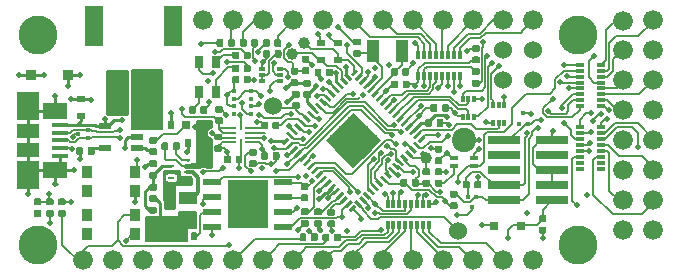
<source format=gbr>
G04 #@! TF.GenerationSoftware,KiCad,Pcbnew,5.1.4+dfsg1-1~bpo10+1*
G04 #@! TF.CreationDate,2020-02-13T15:56:51+01:00*
G04 #@! TF.ProjectId,quick-feather-board,71756963-6b2d-4666-9561-746865722d62,rev?*
G04 #@! TF.SameCoordinates,Original*
G04 #@! TF.FileFunction,Copper,L1,Top*
G04 #@! TF.FilePolarity,Positive*
%FSLAX46Y46*%
G04 Gerber Fmt 4.6, Leading zero omitted, Abs format (unit mm)*
G04 Created by KiCad (PCBNEW 5.1.4+dfsg1-1~bpo10+1) date 2020-02-13 15:56:51*
%MOMM*%
%LPD*%
G04 APERTURE LIST*
%ADD10R,0.800000X0.300000*%
%ADD11R,0.300000X0.800000*%
%ADD12R,1.600000X1.100000*%
%ADD13R,0.250000X0.650000*%
%ADD14R,0.650000X0.250000*%
%ADD15R,0.600000X0.300000*%
%ADD16R,0.300000X0.600000*%
%ADD17C,1.524000*%
%ADD18R,0.800000X1.000000*%
%ADD19C,1.676400*%
%ADD20C,0.100000*%
%ADD21C,0.590000*%
%ADD22R,0.350000X0.350000*%
%ADD23R,0.550000X0.250000*%
%ADD24R,1.500000X0.500000*%
%ADD25R,1.700000X2.000000*%
%ADD26R,1.500000X3.400000*%
%ADD27R,1.000000X3.500000*%
%ADD28R,1.380000X0.450000*%
%ADD29R,2.100000X1.475000*%
%ADD30R,1.900000X1.175000*%
%ADD31R,1.900000X2.375000*%
%ADD32R,0.900000X0.950000*%
%ADD33R,0.800000X0.800000*%
%ADD34R,0.800000X0.600000*%
%ADD35R,0.600000X0.800000*%
%ADD36R,1.100000X1.900000*%
%ADD37C,1.000000*%
%ADD38R,0.750000X0.450000*%
%ADD39C,2.060000*%
%ADD40R,2.790000X0.740000*%
%ADD41R,0.900000X1.000000*%
%ADD42R,1.050000X0.600000*%
%ADD43C,3.302000*%
%ADD44C,0.550000*%
%ADD45C,1.100000*%
%ADD46C,0.270000*%
%ADD47R,0.300000X0.300000*%
%ADD48C,0.500000*%
%ADD49C,0.150000*%
%ADD50C,0.250000*%
%ADD51C,0.200000*%
%ADD52C,0.300000*%
%ADD53C,0.254000*%
G04 APERTURE END LIST*
D10*
X173311000Y-106893000D03*
X173311000Y-105893000D03*
X173311000Y-106393000D03*
X173311000Y-105393000D03*
X173311000Y-104893000D03*
X173311000Y-104393000D03*
X171511000Y-106893000D03*
X171511000Y-106393000D03*
X171511000Y-105893000D03*
X171511000Y-105393000D03*
X171511000Y-104893000D03*
X171511000Y-104393000D03*
X173311000Y-107393000D03*
X171511000Y-107393000D03*
X173311000Y-103893000D03*
X171511000Y-103893000D03*
D11*
X158240000Y-110360000D03*
X157240000Y-110360000D03*
X157740000Y-110360000D03*
X156740000Y-110360000D03*
X156240000Y-110360000D03*
X155740000Y-110360000D03*
X158240000Y-112160000D03*
X157740000Y-112160000D03*
X157240000Y-112160000D03*
X156740000Y-112160000D03*
X156240000Y-112160000D03*
X155740000Y-112160000D03*
X158740000Y-110360000D03*
X158740000Y-112160000D03*
X155240000Y-110360000D03*
X155240000Y-112160000D03*
D10*
X173311000Y-101593000D03*
X173311000Y-100593000D03*
X173311000Y-101093000D03*
X173311000Y-100093000D03*
X173311000Y-99593000D03*
X173311000Y-99093000D03*
X171511000Y-101593000D03*
X171511000Y-101093000D03*
X171511000Y-100593000D03*
X171511000Y-100093000D03*
X171511000Y-99593000D03*
X171511000Y-99093000D03*
X173311000Y-102093000D03*
X171511000Y-102093000D03*
X173311000Y-98593000D03*
X171511000Y-98593000D03*
D11*
X160850000Y-97740000D03*
X159850000Y-97740000D03*
X160350000Y-97740000D03*
X159350000Y-97740000D03*
X158850000Y-97740000D03*
X158350000Y-97740000D03*
X160850000Y-99540000D03*
X160350000Y-99540000D03*
X159850000Y-99540000D03*
X159350000Y-99540000D03*
X158850000Y-99540000D03*
X158350000Y-99540000D03*
X161350000Y-97740000D03*
X161350000Y-99540000D03*
X157850000Y-97740000D03*
X157850000Y-99540000D03*
D12*
X138380000Y-109830000D03*
X138380000Y-111630000D03*
D13*
X142800000Y-105240000D03*
D14*
X142100000Y-105145000D03*
X142100000Y-104750000D03*
X142100000Y-104350000D03*
X142100000Y-103950000D03*
D13*
X142800000Y-103800000D03*
D14*
X143500000Y-103950000D03*
X143500000Y-104350000D03*
X143500000Y-104750000D03*
X143500000Y-105145000D03*
D15*
X144630000Y-98940000D03*
X144630000Y-99440000D03*
X144630000Y-99940000D03*
X146130000Y-99940000D03*
X146130000Y-99440000D03*
X146130000Y-98940000D03*
D16*
X165140000Y-102010000D03*
X164640000Y-102010000D03*
X164140000Y-102010000D03*
X164140000Y-103510000D03*
X164640000Y-103510000D03*
X165140000Y-103510000D03*
X162590000Y-101480000D03*
X162090000Y-101480000D03*
X161590000Y-101480000D03*
X161590000Y-102980000D03*
X162090000Y-102980000D03*
X162590000Y-102980000D03*
D17*
X165011000Y-99923000D03*
X165011000Y-97383000D03*
X167551000Y-97383000D03*
X167551000Y-99923000D03*
D18*
X140700000Y-98380000D03*
X140700000Y-100880000D03*
X139300000Y-100880000D03*
X139300000Y-98380000D03*
D19*
X152311000Y-115163000D03*
X159931000Y-115163000D03*
X142151000Y-115163000D03*
X139611000Y-115163000D03*
X144691000Y-115163000D03*
X165011000Y-115163000D03*
X149771000Y-115163000D03*
X157391000Y-115163000D03*
X147231000Y-115163000D03*
X167551000Y-115163000D03*
X162471000Y-115163000D03*
X154851000Y-115163000D03*
X137061000Y-115163000D03*
X129441000Y-115163000D03*
X134521000Y-115163000D03*
X131981000Y-115163000D03*
D20*
G36*
X148486958Y-97820710D02*
G01*
X148501276Y-97822834D01*
X148515317Y-97826351D01*
X148528946Y-97831228D01*
X148542031Y-97837417D01*
X148554447Y-97844858D01*
X148566073Y-97853481D01*
X148576798Y-97863202D01*
X148586519Y-97873927D01*
X148595142Y-97885553D01*
X148602583Y-97897969D01*
X148608772Y-97911054D01*
X148613649Y-97924683D01*
X148617166Y-97938724D01*
X148619290Y-97953042D01*
X148620000Y-97967500D01*
X148620000Y-98262500D01*
X148619290Y-98276958D01*
X148617166Y-98291276D01*
X148613649Y-98305317D01*
X148608772Y-98318946D01*
X148602583Y-98332031D01*
X148595142Y-98344447D01*
X148586519Y-98356073D01*
X148576798Y-98366798D01*
X148566073Y-98376519D01*
X148554447Y-98385142D01*
X148542031Y-98392583D01*
X148528946Y-98398772D01*
X148515317Y-98403649D01*
X148501276Y-98407166D01*
X148486958Y-98409290D01*
X148472500Y-98410000D01*
X148127500Y-98410000D01*
X148113042Y-98409290D01*
X148098724Y-98407166D01*
X148084683Y-98403649D01*
X148071054Y-98398772D01*
X148057969Y-98392583D01*
X148045553Y-98385142D01*
X148033927Y-98376519D01*
X148023202Y-98366798D01*
X148013481Y-98356073D01*
X148004858Y-98344447D01*
X147997417Y-98332031D01*
X147991228Y-98318946D01*
X147986351Y-98305317D01*
X147982834Y-98291276D01*
X147980710Y-98276958D01*
X147980000Y-98262500D01*
X147980000Y-97967500D01*
X147980710Y-97953042D01*
X147982834Y-97938724D01*
X147986351Y-97924683D01*
X147991228Y-97911054D01*
X147997417Y-97897969D01*
X148004858Y-97885553D01*
X148013481Y-97873927D01*
X148023202Y-97863202D01*
X148033927Y-97853481D01*
X148045553Y-97844858D01*
X148057969Y-97837417D01*
X148071054Y-97831228D01*
X148084683Y-97826351D01*
X148098724Y-97822834D01*
X148113042Y-97820710D01*
X148127500Y-97820000D01*
X148472500Y-97820000D01*
X148486958Y-97820710D01*
X148486958Y-97820710D01*
G37*
D21*
X148300000Y-98115000D03*
D20*
G36*
X148486958Y-98790710D02*
G01*
X148501276Y-98792834D01*
X148515317Y-98796351D01*
X148528946Y-98801228D01*
X148542031Y-98807417D01*
X148554447Y-98814858D01*
X148566073Y-98823481D01*
X148576798Y-98833202D01*
X148586519Y-98843927D01*
X148595142Y-98855553D01*
X148602583Y-98867969D01*
X148608772Y-98881054D01*
X148613649Y-98894683D01*
X148617166Y-98908724D01*
X148619290Y-98923042D01*
X148620000Y-98937500D01*
X148620000Y-99232500D01*
X148619290Y-99246958D01*
X148617166Y-99261276D01*
X148613649Y-99275317D01*
X148608772Y-99288946D01*
X148602583Y-99302031D01*
X148595142Y-99314447D01*
X148586519Y-99326073D01*
X148576798Y-99336798D01*
X148566073Y-99346519D01*
X148554447Y-99355142D01*
X148542031Y-99362583D01*
X148528946Y-99368772D01*
X148515317Y-99373649D01*
X148501276Y-99377166D01*
X148486958Y-99379290D01*
X148472500Y-99380000D01*
X148127500Y-99380000D01*
X148113042Y-99379290D01*
X148098724Y-99377166D01*
X148084683Y-99373649D01*
X148071054Y-99368772D01*
X148057969Y-99362583D01*
X148045553Y-99355142D01*
X148033927Y-99346519D01*
X148023202Y-99336798D01*
X148013481Y-99326073D01*
X148004858Y-99314447D01*
X147997417Y-99302031D01*
X147991228Y-99288946D01*
X147986351Y-99275317D01*
X147982834Y-99261276D01*
X147980710Y-99246958D01*
X147980000Y-99232500D01*
X147980000Y-98937500D01*
X147980710Y-98923042D01*
X147982834Y-98908724D01*
X147986351Y-98894683D01*
X147991228Y-98881054D01*
X147997417Y-98867969D01*
X148004858Y-98855553D01*
X148013481Y-98843927D01*
X148023202Y-98833202D01*
X148033927Y-98823481D01*
X148045553Y-98814858D01*
X148057969Y-98807417D01*
X148071054Y-98801228D01*
X148084683Y-98796351D01*
X148098724Y-98792834D01*
X148113042Y-98790710D01*
X148127500Y-98790000D01*
X148472500Y-98790000D01*
X148486958Y-98790710D01*
X148486958Y-98790710D01*
G37*
D21*
X148300000Y-99085000D03*
D22*
X143670000Y-102760000D03*
X143670000Y-102110000D03*
X143670000Y-101460000D03*
X143670000Y-100810000D03*
X142220000Y-102760000D03*
X142220000Y-102110000D03*
X142220000Y-101460000D03*
X142220000Y-100810000D03*
D23*
X138285000Y-106650000D03*
X138285000Y-107150000D03*
X138285000Y-107650000D03*
X138285000Y-108150000D03*
X136935000Y-108150000D03*
X136935000Y-107650000D03*
X136935000Y-107150000D03*
X136935000Y-106650000D03*
D24*
X140400000Y-108495000D03*
X140400000Y-109765000D03*
X140400000Y-111035000D03*
X140400000Y-112305000D03*
X146400000Y-112305000D03*
X146400000Y-111035000D03*
X146400000Y-109765000D03*
X146400000Y-108495000D03*
D25*
X142550000Y-109400000D03*
X142550000Y-111400000D03*
X144250000Y-109400000D03*
X144250000Y-111400000D03*
D26*
X137119100Y-95350000D03*
X130419100Y-95350000D03*
D27*
X134769100Y-100900000D03*
X132769100Y-100900000D03*
D28*
X127480000Y-106303600D03*
X127480000Y-105653600D03*
X127480000Y-105003600D03*
X127480000Y-104353600D03*
X127480000Y-103703600D03*
D29*
X127120000Y-102541100D03*
D30*
X124820000Y-104166100D03*
D31*
X124820000Y-107916100D03*
X124820000Y-102091100D03*
D30*
X124820000Y-105841100D03*
D29*
X127120000Y-107466100D03*
D32*
X128175000Y-99450000D03*
X125025000Y-99450000D03*
D33*
X138180000Y-103730000D03*
X139680000Y-103730000D03*
D34*
X129290000Y-102930000D03*
X129290000Y-101530000D03*
D35*
X139750000Y-105200000D03*
X138350000Y-105200000D03*
X135490000Y-103720000D03*
X136890000Y-103720000D03*
D34*
X136680000Y-111880000D03*
X136680000Y-110480000D03*
D20*
G36*
X129336958Y-105570710D02*
G01*
X129351276Y-105572834D01*
X129365317Y-105576351D01*
X129378946Y-105581228D01*
X129392031Y-105587417D01*
X129404447Y-105594858D01*
X129416073Y-105603481D01*
X129426798Y-105613202D01*
X129436519Y-105623927D01*
X129445142Y-105635553D01*
X129452583Y-105647969D01*
X129458772Y-105661054D01*
X129463649Y-105674683D01*
X129467166Y-105688724D01*
X129469290Y-105703042D01*
X129470000Y-105717500D01*
X129470000Y-106062500D01*
X129469290Y-106076958D01*
X129467166Y-106091276D01*
X129463649Y-106105317D01*
X129458772Y-106118946D01*
X129452583Y-106132031D01*
X129445142Y-106144447D01*
X129436519Y-106156073D01*
X129426798Y-106166798D01*
X129416073Y-106176519D01*
X129404447Y-106185142D01*
X129392031Y-106192583D01*
X129378946Y-106198772D01*
X129365317Y-106203649D01*
X129351276Y-106207166D01*
X129336958Y-106209290D01*
X129322500Y-106210000D01*
X129027500Y-106210000D01*
X129013042Y-106209290D01*
X128998724Y-106207166D01*
X128984683Y-106203649D01*
X128971054Y-106198772D01*
X128957969Y-106192583D01*
X128945553Y-106185142D01*
X128933927Y-106176519D01*
X128923202Y-106166798D01*
X128913481Y-106156073D01*
X128904858Y-106144447D01*
X128897417Y-106132031D01*
X128891228Y-106118946D01*
X128886351Y-106105317D01*
X128882834Y-106091276D01*
X128880710Y-106076958D01*
X128880000Y-106062500D01*
X128880000Y-105717500D01*
X128880710Y-105703042D01*
X128882834Y-105688724D01*
X128886351Y-105674683D01*
X128891228Y-105661054D01*
X128897417Y-105647969D01*
X128904858Y-105635553D01*
X128913481Y-105623927D01*
X128923202Y-105613202D01*
X128933927Y-105603481D01*
X128945553Y-105594858D01*
X128957969Y-105587417D01*
X128971054Y-105581228D01*
X128984683Y-105576351D01*
X128998724Y-105572834D01*
X129013042Y-105570710D01*
X129027500Y-105570000D01*
X129322500Y-105570000D01*
X129336958Y-105570710D01*
X129336958Y-105570710D01*
G37*
D21*
X129175000Y-105890000D03*
D20*
G36*
X130306958Y-105570710D02*
G01*
X130321276Y-105572834D01*
X130335317Y-105576351D01*
X130348946Y-105581228D01*
X130362031Y-105587417D01*
X130374447Y-105594858D01*
X130386073Y-105603481D01*
X130396798Y-105613202D01*
X130406519Y-105623927D01*
X130415142Y-105635553D01*
X130422583Y-105647969D01*
X130428772Y-105661054D01*
X130433649Y-105674683D01*
X130437166Y-105688724D01*
X130439290Y-105703042D01*
X130440000Y-105717500D01*
X130440000Y-106062500D01*
X130439290Y-106076958D01*
X130437166Y-106091276D01*
X130433649Y-106105317D01*
X130428772Y-106118946D01*
X130422583Y-106132031D01*
X130415142Y-106144447D01*
X130406519Y-106156073D01*
X130396798Y-106166798D01*
X130386073Y-106176519D01*
X130374447Y-106185142D01*
X130362031Y-106192583D01*
X130348946Y-106198772D01*
X130335317Y-106203649D01*
X130321276Y-106207166D01*
X130306958Y-106209290D01*
X130292500Y-106210000D01*
X129997500Y-106210000D01*
X129983042Y-106209290D01*
X129968724Y-106207166D01*
X129954683Y-106203649D01*
X129941054Y-106198772D01*
X129927969Y-106192583D01*
X129915553Y-106185142D01*
X129903927Y-106176519D01*
X129893202Y-106166798D01*
X129883481Y-106156073D01*
X129874858Y-106144447D01*
X129867417Y-106132031D01*
X129861228Y-106118946D01*
X129856351Y-106105317D01*
X129852834Y-106091276D01*
X129850710Y-106076958D01*
X129850000Y-106062500D01*
X129850000Y-105717500D01*
X129850710Y-105703042D01*
X129852834Y-105688724D01*
X129856351Y-105674683D01*
X129861228Y-105661054D01*
X129867417Y-105647969D01*
X129874858Y-105635553D01*
X129883481Y-105623927D01*
X129893202Y-105613202D01*
X129903927Y-105603481D01*
X129915553Y-105594858D01*
X129927969Y-105587417D01*
X129941054Y-105581228D01*
X129954683Y-105576351D01*
X129968724Y-105572834D01*
X129983042Y-105570710D01*
X129997500Y-105570000D01*
X130292500Y-105570000D01*
X130306958Y-105570710D01*
X130306958Y-105570710D01*
G37*
D21*
X130145000Y-105890000D03*
D20*
G36*
X135586958Y-105650710D02*
G01*
X135601276Y-105652834D01*
X135615317Y-105656351D01*
X135628946Y-105661228D01*
X135642031Y-105667417D01*
X135654447Y-105674858D01*
X135666073Y-105683481D01*
X135676798Y-105693202D01*
X135686519Y-105703927D01*
X135695142Y-105715553D01*
X135702583Y-105727969D01*
X135708772Y-105741054D01*
X135713649Y-105754683D01*
X135717166Y-105768724D01*
X135719290Y-105783042D01*
X135720000Y-105797500D01*
X135720000Y-106092500D01*
X135719290Y-106106958D01*
X135717166Y-106121276D01*
X135713649Y-106135317D01*
X135708772Y-106148946D01*
X135702583Y-106162031D01*
X135695142Y-106174447D01*
X135686519Y-106186073D01*
X135676798Y-106196798D01*
X135666073Y-106206519D01*
X135654447Y-106215142D01*
X135642031Y-106222583D01*
X135628946Y-106228772D01*
X135615317Y-106233649D01*
X135601276Y-106237166D01*
X135586958Y-106239290D01*
X135572500Y-106240000D01*
X135227500Y-106240000D01*
X135213042Y-106239290D01*
X135198724Y-106237166D01*
X135184683Y-106233649D01*
X135171054Y-106228772D01*
X135157969Y-106222583D01*
X135145553Y-106215142D01*
X135133927Y-106206519D01*
X135123202Y-106196798D01*
X135113481Y-106186073D01*
X135104858Y-106174447D01*
X135097417Y-106162031D01*
X135091228Y-106148946D01*
X135086351Y-106135317D01*
X135082834Y-106121276D01*
X135080710Y-106106958D01*
X135080000Y-106092500D01*
X135080000Y-105797500D01*
X135080710Y-105783042D01*
X135082834Y-105768724D01*
X135086351Y-105754683D01*
X135091228Y-105741054D01*
X135097417Y-105727969D01*
X135104858Y-105715553D01*
X135113481Y-105703927D01*
X135123202Y-105693202D01*
X135133927Y-105683481D01*
X135145553Y-105674858D01*
X135157969Y-105667417D01*
X135171054Y-105661228D01*
X135184683Y-105656351D01*
X135198724Y-105652834D01*
X135213042Y-105650710D01*
X135227500Y-105650000D01*
X135572500Y-105650000D01*
X135586958Y-105650710D01*
X135586958Y-105650710D01*
G37*
D21*
X135400000Y-105945000D03*
D20*
G36*
X135586958Y-104680710D02*
G01*
X135601276Y-104682834D01*
X135615317Y-104686351D01*
X135628946Y-104691228D01*
X135642031Y-104697417D01*
X135654447Y-104704858D01*
X135666073Y-104713481D01*
X135676798Y-104723202D01*
X135686519Y-104733927D01*
X135695142Y-104745553D01*
X135702583Y-104757969D01*
X135708772Y-104771054D01*
X135713649Y-104784683D01*
X135717166Y-104798724D01*
X135719290Y-104813042D01*
X135720000Y-104827500D01*
X135720000Y-105122500D01*
X135719290Y-105136958D01*
X135717166Y-105151276D01*
X135713649Y-105165317D01*
X135708772Y-105178946D01*
X135702583Y-105192031D01*
X135695142Y-105204447D01*
X135686519Y-105216073D01*
X135676798Y-105226798D01*
X135666073Y-105236519D01*
X135654447Y-105245142D01*
X135642031Y-105252583D01*
X135628946Y-105258772D01*
X135615317Y-105263649D01*
X135601276Y-105267166D01*
X135586958Y-105269290D01*
X135572500Y-105270000D01*
X135227500Y-105270000D01*
X135213042Y-105269290D01*
X135198724Y-105267166D01*
X135184683Y-105263649D01*
X135171054Y-105258772D01*
X135157969Y-105252583D01*
X135145553Y-105245142D01*
X135133927Y-105236519D01*
X135123202Y-105226798D01*
X135113481Y-105216073D01*
X135104858Y-105204447D01*
X135097417Y-105192031D01*
X135091228Y-105178946D01*
X135086351Y-105165317D01*
X135082834Y-105151276D01*
X135080710Y-105136958D01*
X135080000Y-105122500D01*
X135080000Y-104827500D01*
X135080710Y-104813042D01*
X135082834Y-104798724D01*
X135086351Y-104784683D01*
X135091228Y-104771054D01*
X135097417Y-104757969D01*
X135104858Y-104745553D01*
X135113481Y-104733927D01*
X135123202Y-104723202D01*
X135133927Y-104713481D01*
X135145553Y-104704858D01*
X135157969Y-104697417D01*
X135171054Y-104691228D01*
X135184683Y-104686351D01*
X135198724Y-104682834D01*
X135213042Y-104680710D01*
X135227500Y-104680000D01*
X135572500Y-104680000D01*
X135586958Y-104680710D01*
X135586958Y-104680710D01*
G37*
D21*
X135400000Y-104975000D03*
D20*
G36*
X135586958Y-108660710D02*
G01*
X135601276Y-108662834D01*
X135615317Y-108666351D01*
X135628946Y-108671228D01*
X135642031Y-108677417D01*
X135654447Y-108684858D01*
X135666073Y-108693481D01*
X135676798Y-108703202D01*
X135686519Y-108713927D01*
X135695142Y-108725553D01*
X135702583Y-108737969D01*
X135708772Y-108751054D01*
X135713649Y-108764683D01*
X135717166Y-108778724D01*
X135719290Y-108793042D01*
X135720000Y-108807500D01*
X135720000Y-109102500D01*
X135719290Y-109116958D01*
X135717166Y-109131276D01*
X135713649Y-109145317D01*
X135708772Y-109158946D01*
X135702583Y-109172031D01*
X135695142Y-109184447D01*
X135686519Y-109196073D01*
X135676798Y-109206798D01*
X135666073Y-109216519D01*
X135654447Y-109225142D01*
X135642031Y-109232583D01*
X135628946Y-109238772D01*
X135615317Y-109243649D01*
X135601276Y-109247166D01*
X135586958Y-109249290D01*
X135572500Y-109250000D01*
X135227500Y-109250000D01*
X135213042Y-109249290D01*
X135198724Y-109247166D01*
X135184683Y-109243649D01*
X135171054Y-109238772D01*
X135157969Y-109232583D01*
X135145553Y-109225142D01*
X135133927Y-109216519D01*
X135123202Y-109206798D01*
X135113481Y-109196073D01*
X135104858Y-109184447D01*
X135097417Y-109172031D01*
X135091228Y-109158946D01*
X135086351Y-109145317D01*
X135082834Y-109131276D01*
X135080710Y-109116958D01*
X135080000Y-109102500D01*
X135080000Y-108807500D01*
X135080710Y-108793042D01*
X135082834Y-108778724D01*
X135086351Y-108764683D01*
X135091228Y-108751054D01*
X135097417Y-108737969D01*
X135104858Y-108725553D01*
X135113481Y-108713927D01*
X135123202Y-108703202D01*
X135133927Y-108693481D01*
X135145553Y-108684858D01*
X135157969Y-108677417D01*
X135171054Y-108671228D01*
X135184683Y-108666351D01*
X135198724Y-108662834D01*
X135213042Y-108660710D01*
X135227500Y-108660000D01*
X135572500Y-108660000D01*
X135586958Y-108660710D01*
X135586958Y-108660710D01*
G37*
D21*
X135400000Y-108955000D03*
D20*
G36*
X135586958Y-109630710D02*
G01*
X135601276Y-109632834D01*
X135615317Y-109636351D01*
X135628946Y-109641228D01*
X135642031Y-109647417D01*
X135654447Y-109654858D01*
X135666073Y-109663481D01*
X135676798Y-109673202D01*
X135686519Y-109683927D01*
X135695142Y-109695553D01*
X135702583Y-109707969D01*
X135708772Y-109721054D01*
X135713649Y-109734683D01*
X135717166Y-109748724D01*
X135719290Y-109763042D01*
X135720000Y-109777500D01*
X135720000Y-110072500D01*
X135719290Y-110086958D01*
X135717166Y-110101276D01*
X135713649Y-110115317D01*
X135708772Y-110128946D01*
X135702583Y-110142031D01*
X135695142Y-110154447D01*
X135686519Y-110166073D01*
X135676798Y-110176798D01*
X135666073Y-110186519D01*
X135654447Y-110195142D01*
X135642031Y-110202583D01*
X135628946Y-110208772D01*
X135615317Y-110213649D01*
X135601276Y-110217166D01*
X135586958Y-110219290D01*
X135572500Y-110220000D01*
X135227500Y-110220000D01*
X135213042Y-110219290D01*
X135198724Y-110217166D01*
X135184683Y-110213649D01*
X135171054Y-110208772D01*
X135157969Y-110202583D01*
X135145553Y-110195142D01*
X135133927Y-110186519D01*
X135123202Y-110176798D01*
X135113481Y-110166073D01*
X135104858Y-110154447D01*
X135097417Y-110142031D01*
X135091228Y-110128946D01*
X135086351Y-110115317D01*
X135082834Y-110101276D01*
X135080710Y-110086958D01*
X135080000Y-110072500D01*
X135080000Y-109777500D01*
X135080710Y-109763042D01*
X135082834Y-109748724D01*
X135086351Y-109734683D01*
X135091228Y-109721054D01*
X135097417Y-109707969D01*
X135104858Y-109695553D01*
X135113481Y-109683927D01*
X135123202Y-109673202D01*
X135133927Y-109663481D01*
X135145553Y-109654858D01*
X135157969Y-109647417D01*
X135171054Y-109641228D01*
X135184683Y-109636351D01*
X135198724Y-109632834D01*
X135213042Y-109630710D01*
X135227500Y-109630000D01*
X135572500Y-109630000D01*
X135586958Y-109630710D01*
X135586958Y-109630710D01*
G37*
D21*
X135400000Y-109925000D03*
D20*
G36*
X135576958Y-106670710D02*
G01*
X135591276Y-106672834D01*
X135605317Y-106676351D01*
X135618946Y-106681228D01*
X135632031Y-106687417D01*
X135644447Y-106694858D01*
X135656073Y-106703481D01*
X135666798Y-106713202D01*
X135676519Y-106723927D01*
X135685142Y-106735553D01*
X135692583Y-106747969D01*
X135698772Y-106761054D01*
X135703649Y-106774683D01*
X135707166Y-106788724D01*
X135709290Y-106803042D01*
X135710000Y-106817500D01*
X135710000Y-107112500D01*
X135709290Y-107126958D01*
X135707166Y-107141276D01*
X135703649Y-107155317D01*
X135698772Y-107168946D01*
X135692583Y-107182031D01*
X135685142Y-107194447D01*
X135676519Y-107206073D01*
X135666798Y-107216798D01*
X135656073Y-107226519D01*
X135644447Y-107235142D01*
X135632031Y-107242583D01*
X135618946Y-107248772D01*
X135605317Y-107253649D01*
X135591276Y-107257166D01*
X135576958Y-107259290D01*
X135562500Y-107260000D01*
X135217500Y-107260000D01*
X135203042Y-107259290D01*
X135188724Y-107257166D01*
X135174683Y-107253649D01*
X135161054Y-107248772D01*
X135147969Y-107242583D01*
X135135553Y-107235142D01*
X135123927Y-107226519D01*
X135113202Y-107216798D01*
X135103481Y-107206073D01*
X135094858Y-107194447D01*
X135087417Y-107182031D01*
X135081228Y-107168946D01*
X135076351Y-107155317D01*
X135072834Y-107141276D01*
X135070710Y-107126958D01*
X135070000Y-107112500D01*
X135070000Y-106817500D01*
X135070710Y-106803042D01*
X135072834Y-106788724D01*
X135076351Y-106774683D01*
X135081228Y-106761054D01*
X135087417Y-106747969D01*
X135094858Y-106735553D01*
X135103481Y-106723927D01*
X135113202Y-106713202D01*
X135123927Y-106703481D01*
X135135553Y-106694858D01*
X135147969Y-106687417D01*
X135161054Y-106681228D01*
X135174683Y-106676351D01*
X135188724Y-106672834D01*
X135203042Y-106670710D01*
X135217500Y-106670000D01*
X135562500Y-106670000D01*
X135576958Y-106670710D01*
X135576958Y-106670710D01*
G37*
D21*
X135390000Y-106965000D03*
D20*
G36*
X135576958Y-107640710D02*
G01*
X135591276Y-107642834D01*
X135605317Y-107646351D01*
X135618946Y-107651228D01*
X135632031Y-107657417D01*
X135644447Y-107664858D01*
X135656073Y-107673481D01*
X135666798Y-107683202D01*
X135676519Y-107693927D01*
X135685142Y-107705553D01*
X135692583Y-107717969D01*
X135698772Y-107731054D01*
X135703649Y-107744683D01*
X135707166Y-107758724D01*
X135709290Y-107773042D01*
X135710000Y-107787500D01*
X135710000Y-108082500D01*
X135709290Y-108096958D01*
X135707166Y-108111276D01*
X135703649Y-108125317D01*
X135698772Y-108138946D01*
X135692583Y-108152031D01*
X135685142Y-108164447D01*
X135676519Y-108176073D01*
X135666798Y-108186798D01*
X135656073Y-108196519D01*
X135644447Y-108205142D01*
X135632031Y-108212583D01*
X135618946Y-108218772D01*
X135605317Y-108223649D01*
X135591276Y-108227166D01*
X135576958Y-108229290D01*
X135562500Y-108230000D01*
X135217500Y-108230000D01*
X135203042Y-108229290D01*
X135188724Y-108227166D01*
X135174683Y-108223649D01*
X135161054Y-108218772D01*
X135147969Y-108212583D01*
X135135553Y-108205142D01*
X135123927Y-108196519D01*
X135113202Y-108186798D01*
X135103481Y-108176073D01*
X135094858Y-108164447D01*
X135087417Y-108152031D01*
X135081228Y-108138946D01*
X135076351Y-108125317D01*
X135072834Y-108111276D01*
X135070710Y-108096958D01*
X135070000Y-108082500D01*
X135070000Y-107787500D01*
X135070710Y-107773042D01*
X135072834Y-107758724D01*
X135076351Y-107744683D01*
X135081228Y-107731054D01*
X135087417Y-107717969D01*
X135094858Y-107705553D01*
X135103481Y-107693927D01*
X135113202Y-107683202D01*
X135123927Y-107673481D01*
X135135553Y-107664858D01*
X135147969Y-107657417D01*
X135161054Y-107651228D01*
X135174683Y-107646351D01*
X135188724Y-107642834D01*
X135203042Y-107640710D01*
X135217500Y-107640000D01*
X135562500Y-107640000D01*
X135576958Y-107640710D01*
X135576958Y-107640710D01*
G37*
D21*
X135390000Y-107935000D03*
D20*
G36*
X135566958Y-110600710D02*
G01*
X135581276Y-110602834D01*
X135595317Y-110606351D01*
X135608946Y-110611228D01*
X135622031Y-110617417D01*
X135634447Y-110624858D01*
X135646073Y-110633481D01*
X135656798Y-110643202D01*
X135666519Y-110653927D01*
X135675142Y-110665553D01*
X135682583Y-110677969D01*
X135688772Y-110691054D01*
X135693649Y-110704683D01*
X135697166Y-110718724D01*
X135699290Y-110733042D01*
X135700000Y-110747500D01*
X135700000Y-111042500D01*
X135699290Y-111056958D01*
X135697166Y-111071276D01*
X135693649Y-111085317D01*
X135688772Y-111098946D01*
X135682583Y-111112031D01*
X135675142Y-111124447D01*
X135666519Y-111136073D01*
X135656798Y-111146798D01*
X135646073Y-111156519D01*
X135634447Y-111165142D01*
X135622031Y-111172583D01*
X135608946Y-111178772D01*
X135595317Y-111183649D01*
X135581276Y-111187166D01*
X135566958Y-111189290D01*
X135552500Y-111190000D01*
X135207500Y-111190000D01*
X135193042Y-111189290D01*
X135178724Y-111187166D01*
X135164683Y-111183649D01*
X135151054Y-111178772D01*
X135137969Y-111172583D01*
X135125553Y-111165142D01*
X135113927Y-111156519D01*
X135103202Y-111146798D01*
X135093481Y-111136073D01*
X135084858Y-111124447D01*
X135077417Y-111112031D01*
X135071228Y-111098946D01*
X135066351Y-111085317D01*
X135062834Y-111071276D01*
X135060710Y-111056958D01*
X135060000Y-111042500D01*
X135060000Y-110747500D01*
X135060710Y-110733042D01*
X135062834Y-110718724D01*
X135066351Y-110704683D01*
X135071228Y-110691054D01*
X135077417Y-110677969D01*
X135084858Y-110665553D01*
X135093481Y-110653927D01*
X135103202Y-110643202D01*
X135113927Y-110633481D01*
X135125553Y-110624858D01*
X135137969Y-110617417D01*
X135151054Y-110611228D01*
X135164683Y-110606351D01*
X135178724Y-110602834D01*
X135193042Y-110600710D01*
X135207500Y-110600000D01*
X135552500Y-110600000D01*
X135566958Y-110600710D01*
X135566958Y-110600710D01*
G37*
D21*
X135380000Y-110895000D03*
D20*
G36*
X135566958Y-111570710D02*
G01*
X135581276Y-111572834D01*
X135595317Y-111576351D01*
X135608946Y-111581228D01*
X135622031Y-111587417D01*
X135634447Y-111594858D01*
X135646073Y-111603481D01*
X135656798Y-111613202D01*
X135666519Y-111623927D01*
X135675142Y-111635553D01*
X135682583Y-111647969D01*
X135688772Y-111661054D01*
X135693649Y-111674683D01*
X135697166Y-111688724D01*
X135699290Y-111703042D01*
X135700000Y-111717500D01*
X135700000Y-112012500D01*
X135699290Y-112026958D01*
X135697166Y-112041276D01*
X135693649Y-112055317D01*
X135688772Y-112068946D01*
X135682583Y-112082031D01*
X135675142Y-112094447D01*
X135666519Y-112106073D01*
X135656798Y-112116798D01*
X135646073Y-112126519D01*
X135634447Y-112135142D01*
X135622031Y-112142583D01*
X135608946Y-112148772D01*
X135595317Y-112153649D01*
X135581276Y-112157166D01*
X135566958Y-112159290D01*
X135552500Y-112160000D01*
X135207500Y-112160000D01*
X135193042Y-112159290D01*
X135178724Y-112157166D01*
X135164683Y-112153649D01*
X135151054Y-112148772D01*
X135137969Y-112142583D01*
X135125553Y-112135142D01*
X135113927Y-112126519D01*
X135103202Y-112116798D01*
X135093481Y-112106073D01*
X135084858Y-112094447D01*
X135077417Y-112082031D01*
X135071228Y-112068946D01*
X135066351Y-112055317D01*
X135062834Y-112041276D01*
X135060710Y-112026958D01*
X135060000Y-112012500D01*
X135060000Y-111717500D01*
X135060710Y-111703042D01*
X135062834Y-111688724D01*
X135066351Y-111674683D01*
X135071228Y-111661054D01*
X135077417Y-111647969D01*
X135084858Y-111635553D01*
X135093481Y-111623927D01*
X135103202Y-111613202D01*
X135113927Y-111603481D01*
X135125553Y-111594858D01*
X135137969Y-111587417D01*
X135151054Y-111581228D01*
X135164683Y-111576351D01*
X135178724Y-111572834D01*
X135193042Y-111570710D01*
X135207500Y-111570000D01*
X135552500Y-111570000D01*
X135566958Y-111570710D01*
X135566958Y-111570710D01*
G37*
D21*
X135380000Y-111865000D03*
D36*
X154025000Y-97430000D03*
X156435000Y-97430000D03*
D20*
G36*
X152846958Y-96370710D02*
G01*
X152861276Y-96372834D01*
X152875317Y-96376351D01*
X152888946Y-96381228D01*
X152902031Y-96387417D01*
X152914447Y-96394858D01*
X152926073Y-96403481D01*
X152936798Y-96413202D01*
X152946519Y-96423927D01*
X152955142Y-96435553D01*
X152962583Y-96447969D01*
X152968772Y-96461054D01*
X152973649Y-96474683D01*
X152977166Y-96488724D01*
X152979290Y-96503042D01*
X152980000Y-96517500D01*
X152980000Y-96812500D01*
X152979290Y-96826958D01*
X152977166Y-96841276D01*
X152973649Y-96855317D01*
X152968772Y-96868946D01*
X152962583Y-96882031D01*
X152955142Y-96894447D01*
X152946519Y-96906073D01*
X152936798Y-96916798D01*
X152926073Y-96926519D01*
X152914447Y-96935142D01*
X152902031Y-96942583D01*
X152888946Y-96948772D01*
X152875317Y-96953649D01*
X152861276Y-96957166D01*
X152846958Y-96959290D01*
X152832500Y-96960000D01*
X152487500Y-96960000D01*
X152473042Y-96959290D01*
X152458724Y-96957166D01*
X152444683Y-96953649D01*
X152431054Y-96948772D01*
X152417969Y-96942583D01*
X152405553Y-96935142D01*
X152393927Y-96926519D01*
X152383202Y-96916798D01*
X152373481Y-96906073D01*
X152364858Y-96894447D01*
X152357417Y-96882031D01*
X152351228Y-96868946D01*
X152346351Y-96855317D01*
X152342834Y-96841276D01*
X152340710Y-96826958D01*
X152340000Y-96812500D01*
X152340000Y-96517500D01*
X152340710Y-96503042D01*
X152342834Y-96488724D01*
X152346351Y-96474683D01*
X152351228Y-96461054D01*
X152357417Y-96447969D01*
X152364858Y-96435553D01*
X152373481Y-96423927D01*
X152383202Y-96413202D01*
X152393927Y-96403481D01*
X152405553Y-96394858D01*
X152417969Y-96387417D01*
X152431054Y-96381228D01*
X152444683Y-96376351D01*
X152458724Y-96372834D01*
X152473042Y-96370710D01*
X152487500Y-96370000D01*
X152832500Y-96370000D01*
X152846958Y-96370710D01*
X152846958Y-96370710D01*
G37*
D21*
X152660000Y-96665000D03*
D20*
G36*
X152846958Y-97340710D02*
G01*
X152861276Y-97342834D01*
X152875317Y-97346351D01*
X152888946Y-97351228D01*
X152902031Y-97357417D01*
X152914447Y-97364858D01*
X152926073Y-97373481D01*
X152936798Y-97383202D01*
X152946519Y-97393927D01*
X152955142Y-97405553D01*
X152962583Y-97417969D01*
X152968772Y-97431054D01*
X152973649Y-97444683D01*
X152977166Y-97458724D01*
X152979290Y-97473042D01*
X152980000Y-97487500D01*
X152980000Y-97782500D01*
X152979290Y-97796958D01*
X152977166Y-97811276D01*
X152973649Y-97825317D01*
X152968772Y-97838946D01*
X152962583Y-97852031D01*
X152955142Y-97864447D01*
X152946519Y-97876073D01*
X152936798Y-97886798D01*
X152926073Y-97896519D01*
X152914447Y-97905142D01*
X152902031Y-97912583D01*
X152888946Y-97918772D01*
X152875317Y-97923649D01*
X152861276Y-97927166D01*
X152846958Y-97929290D01*
X152832500Y-97930000D01*
X152487500Y-97930000D01*
X152473042Y-97929290D01*
X152458724Y-97927166D01*
X152444683Y-97923649D01*
X152431054Y-97918772D01*
X152417969Y-97912583D01*
X152405553Y-97905142D01*
X152393927Y-97896519D01*
X152383202Y-97886798D01*
X152373481Y-97876073D01*
X152364858Y-97864447D01*
X152357417Y-97852031D01*
X152351228Y-97838946D01*
X152346351Y-97825317D01*
X152342834Y-97811276D01*
X152340710Y-97796958D01*
X152340000Y-97782500D01*
X152340000Y-97487500D01*
X152340710Y-97473042D01*
X152342834Y-97458724D01*
X152346351Y-97444683D01*
X152351228Y-97431054D01*
X152357417Y-97417969D01*
X152364858Y-97405553D01*
X152373481Y-97393927D01*
X152383202Y-97383202D01*
X152393927Y-97373481D01*
X152405553Y-97364858D01*
X152417969Y-97357417D01*
X152431054Y-97351228D01*
X152444683Y-97346351D01*
X152458724Y-97342834D01*
X152473042Y-97340710D01*
X152487500Y-97340000D01*
X152832500Y-97340000D01*
X152846958Y-97340710D01*
X152846958Y-97340710D01*
G37*
D21*
X152660000Y-97635000D03*
D20*
G36*
X148616958Y-99870710D02*
G01*
X148631276Y-99872834D01*
X148645317Y-99876351D01*
X148658946Y-99881228D01*
X148672031Y-99887417D01*
X148684447Y-99894858D01*
X148696073Y-99903481D01*
X148706798Y-99913202D01*
X148716519Y-99923927D01*
X148725142Y-99935553D01*
X148732583Y-99947969D01*
X148738772Y-99961054D01*
X148743649Y-99974683D01*
X148747166Y-99988724D01*
X148749290Y-100003042D01*
X148750000Y-100017500D01*
X148750000Y-100312500D01*
X148749290Y-100326958D01*
X148747166Y-100341276D01*
X148743649Y-100355317D01*
X148738772Y-100368946D01*
X148732583Y-100382031D01*
X148725142Y-100394447D01*
X148716519Y-100406073D01*
X148706798Y-100416798D01*
X148696073Y-100426519D01*
X148684447Y-100435142D01*
X148672031Y-100442583D01*
X148658946Y-100448772D01*
X148645317Y-100453649D01*
X148631276Y-100457166D01*
X148616958Y-100459290D01*
X148602500Y-100460000D01*
X148257500Y-100460000D01*
X148243042Y-100459290D01*
X148228724Y-100457166D01*
X148214683Y-100453649D01*
X148201054Y-100448772D01*
X148187969Y-100442583D01*
X148175553Y-100435142D01*
X148163927Y-100426519D01*
X148153202Y-100416798D01*
X148143481Y-100406073D01*
X148134858Y-100394447D01*
X148127417Y-100382031D01*
X148121228Y-100368946D01*
X148116351Y-100355317D01*
X148112834Y-100341276D01*
X148110710Y-100326958D01*
X148110000Y-100312500D01*
X148110000Y-100017500D01*
X148110710Y-100003042D01*
X148112834Y-99988724D01*
X148116351Y-99974683D01*
X148121228Y-99961054D01*
X148127417Y-99947969D01*
X148134858Y-99935553D01*
X148143481Y-99923927D01*
X148153202Y-99913202D01*
X148163927Y-99903481D01*
X148175553Y-99894858D01*
X148187969Y-99887417D01*
X148201054Y-99881228D01*
X148214683Y-99876351D01*
X148228724Y-99872834D01*
X148243042Y-99870710D01*
X148257500Y-99870000D01*
X148602500Y-99870000D01*
X148616958Y-99870710D01*
X148616958Y-99870710D01*
G37*
D21*
X148430000Y-100165000D03*
D20*
G36*
X148616958Y-100840710D02*
G01*
X148631276Y-100842834D01*
X148645317Y-100846351D01*
X148658946Y-100851228D01*
X148672031Y-100857417D01*
X148684447Y-100864858D01*
X148696073Y-100873481D01*
X148706798Y-100883202D01*
X148716519Y-100893927D01*
X148725142Y-100905553D01*
X148732583Y-100917969D01*
X148738772Y-100931054D01*
X148743649Y-100944683D01*
X148747166Y-100958724D01*
X148749290Y-100973042D01*
X148750000Y-100987500D01*
X148750000Y-101282500D01*
X148749290Y-101296958D01*
X148747166Y-101311276D01*
X148743649Y-101325317D01*
X148738772Y-101338946D01*
X148732583Y-101352031D01*
X148725142Y-101364447D01*
X148716519Y-101376073D01*
X148706798Y-101386798D01*
X148696073Y-101396519D01*
X148684447Y-101405142D01*
X148672031Y-101412583D01*
X148658946Y-101418772D01*
X148645317Y-101423649D01*
X148631276Y-101427166D01*
X148616958Y-101429290D01*
X148602500Y-101430000D01*
X148257500Y-101430000D01*
X148243042Y-101429290D01*
X148228724Y-101427166D01*
X148214683Y-101423649D01*
X148201054Y-101418772D01*
X148187969Y-101412583D01*
X148175553Y-101405142D01*
X148163927Y-101396519D01*
X148153202Y-101386798D01*
X148143481Y-101376073D01*
X148134858Y-101364447D01*
X148127417Y-101352031D01*
X148121228Y-101338946D01*
X148116351Y-101325317D01*
X148112834Y-101311276D01*
X148110710Y-101296958D01*
X148110000Y-101282500D01*
X148110000Y-100987500D01*
X148110710Y-100973042D01*
X148112834Y-100958724D01*
X148116351Y-100944683D01*
X148121228Y-100931054D01*
X148127417Y-100917969D01*
X148134858Y-100905553D01*
X148143481Y-100893927D01*
X148153202Y-100883202D01*
X148163927Y-100873481D01*
X148175553Y-100864858D01*
X148187969Y-100857417D01*
X148201054Y-100851228D01*
X148214683Y-100846351D01*
X148228724Y-100842834D01*
X148243042Y-100840710D01*
X148257500Y-100840000D01*
X148602500Y-100840000D01*
X148616958Y-100840710D01*
X148616958Y-100840710D01*
G37*
D21*
X148430000Y-101135000D03*
D20*
G36*
X127856958Y-110880710D02*
G01*
X127871276Y-110882834D01*
X127885317Y-110886351D01*
X127898946Y-110891228D01*
X127912031Y-110897417D01*
X127924447Y-110904858D01*
X127936073Y-110913481D01*
X127946798Y-110923202D01*
X127956519Y-110933927D01*
X127965142Y-110945553D01*
X127972583Y-110957969D01*
X127978772Y-110971054D01*
X127983649Y-110984683D01*
X127987166Y-110998724D01*
X127989290Y-111013042D01*
X127990000Y-111027500D01*
X127990000Y-111322500D01*
X127989290Y-111336958D01*
X127987166Y-111351276D01*
X127983649Y-111365317D01*
X127978772Y-111378946D01*
X127972583Y-111392031D01*
X127965142Y-111404447D01*
X127956519Y-111416073D01*
X127946798Y-111426798D01*
X127936073Y-111436519D01*
X127924447Y-111445142D01*
X127912031Y-111452583D01*
X127898946Y-111458772D01*
X127885317Y-111463649D01*
X127871276Y-111467166D01*
X127856958Y-111469290D01*
X127842500Y-111470000D01*
X127497500Y-111470000D01*
X127483042Y-111469290D01*
X127468724Y-111467166D01*
X127454683Y-111463649D01*
X127441054Y-111458772D01*
X127427969Y-111452583D01*
X127415553Y-111445142D01*
X127403927Y-111436519D01*
X127393202Y-111426798D01*
X127383481Y-111416073D01*
X127374858Y-111404447D01*
X127367417Y-111392031D01*
X127361228Y-111378946D01*
X127356351Y-111365317D01*
X127352834Y-111351276D01*
X127350710Y-111336958D01*
X127350000Y-111322500D01*
X127350000Y-111027500D01*
X127350710Y-111013042D01*
X127352834Y-110998724D01*
X127356351Y-110984683D01*
X127361228Y-110971054D01*
X127367417Y-110957969D01*
X127374858Y-110945553D01*
X127383481Y-110933927D01*
X127393202Y-110923202D01*
X127403927Y-110913481D01*
X127415553Y-110904858D01*
X127427969Y-110897417D01*
X127441054Y-110891228D01*
X127454683Y-110886351D01*
X127468724Y-110882834D01*
X127483042Y-110880710D01*
X127497500Y-110880000D01*
X127842500Y-110880000D01*
X127856958Y-110880710D01*
X127856958Y-110880710D01*
G37*
D21*
X127670000Y-111175000D03*
D20*
G36*
X127856958Y-109910710D02*
G01*
X127871276Y-109912834D01*
X127885317Y-109916351D01*
X127898946Y-109921228D01*
X127912031Y-109927417D01*
X127924447Y-109934858D01*
X127936073Y-109943481D01*
X127946798Y-109953202D01*
X127956519Y-109963927D01*
X127965142Y-109975553D01*
X127972583Y-109987969D01*
X127978772Y-110001054D01*
X127983649Y-110014683D01*
X127987166Y-110028724D01*
X127989290Y-110043042D01*
X127990000Y-110057500D01*
X127990000Y-110352500D01*
X127989290Y-110366958D01*
X127987166Y-110381276D01*
X127983649Y-110395317D01*
X127978772Y-110408946D01*
X127972583Y-110422031D01*
X127965142Y-110434447D01*
X127956519Y-110446073D01*
X127946798Y-110456798D01*
X127936073Y-110466519D01*
X127924447Y-110475142D01*
X127912031Y-110482583D01*
X127898946Y-110488772D01*
X127885317Y-110493649D01*
X127871276Y-110497166D01*
X127856958Y-110499290D01*
X127842500Y-110500000D01*
X127497500Y-110500000D01*
X127483042Y-110499290D01*
X127468724Y-110497166D01*
X127454683Y-110493649D01*
X127441054Y-110488772D01*
X127427969Y-110482583D01*
X127415553Y-110475142D01*
X127403927Y-110466519D01*
X127393202Y-110456798D01*
X127383481Y-110446073D01*
X127374858Y-110434447D01*
X127367417Y-110422031D01*
X127361228Y-110408946D01*
X127356351Y-110395317D01*
X127352834Y-110381276D01*
X127350710Y-110366958D01*
X127350000Y-110352500D01*
X127350000Y-110057500D01*
X127350710Y-110043042D01*
X127352834Y-110028724D01*
X127356351Y-110014683D01*
X127361228Y-110001054D01*
X127367417Y-109987969D01*
X127374858Y-109975553D01*
X127383481Y-109963927D01*
X127393202Y-109953202D01*
X127403927Y-109943481D01*
X127415553Y-109934858D01*
X127427969Y-109927417D01*
X127441054Y-109921228D01*
X127454683Y-109916351D01*
X127468724Y-109912834D01*
X127483042Y-109910710D01*
X127497500Y-109910000D01*
X127842500Y-109910000D01*
X127856958Y-109910710D01*
X127856958Y-109910710D01*
G37*
D21*
X127670000Y-110205000D03*
D20*
G36*
X150656958Y-111770710D02*
G01*
X150671276Y-111772834D01*
X150685317Y-111776351D01*
X150698946Y-111781228D01*
X150712031Y-111787417D01*
X150724447Y-111794858D01*
X150736073Y-111803481D01*
X150746798Y-111813202D01*
X150756519Y-111823927D01*
X150765142Y-111835553D01*
X150772583Y-111847969D01*
X150778772Y-111861054D01*
X150783649Y-111874683D01*
X150787166Y-111888724D01*
X150789290Y-111903042D01*
X150790000Y-111917500D01*
X150790000Y-112212500D01*
X150789290Y-112226958D01*
X150787166Y-112241276D01*
X150783649Y-112255317D01*
X150778772Y-112268946D01*
X150772583Y-112282031D01*
X150765142Y-112294447D01*
X150756519Y-112306073D01*
X150746798Y-112316798D01*
X150736073Y-112326519D01*
X150724447Y-112335142D01*
X150712031Y-112342583D01*
X150698946Y-112348772D01*
X150685317Y-112353649D01*
X150671276Y-112357166D01*
X150656958Y-112359290D01*
X150642500Y-112360000D01*
X150297500Y-112360000D01*
X150283042Y-112359290D01*
X150268724Y-112357166D01*
X150254683Y-112353649D01*
X150241054Y-112348772D01*
X150227969Y-112342583D01*
X150215553Y-112335142D01*
X150203927Y-112326519D01*
X150193202Y-112316798D01*
X150183481Y-112306073D01*
X150174858Y-112294447D01*
X150167417Y-112282031D01*
X150161228Y-112268946D01*
X150156351Y-112255317D01*
X150152834Y-112241276D01*
X150150710Y-112226958D01*
X150150000Y-112212500D01*
X150150000Y-111917500D01*
X150150710Y-111903042D01*
X150152834Y-111888724D01*
X150156351Y-111874683D01*
X150161228Y-111861054D01*
X150167417Y-111847969D01*
X150174858Y-111835553D01*
X150183481Y-111823927D01*
X150193202Y-111813202D01*
X150203927Y-111803481D01*
X150215553Y-111794858D01*
X150227969Y-111787417D01*
X150241054Y-111781228D01*
X150254683Y-111776351D01*
X150268724Y-111772834D01*
X150283042Y-111770710D01*
X150297500Y-111770000D01*
X150642500Y-111770000D01*
X150656958Y-111770710D01*
X150656958Y-111770710D01*
G37*
D21*
X150470000Y-112065000D03*
D20*
G36*
X150656958Y-110800710D02*
G01*
X150671276Y-110802834D01*
X150685317Y-110806351D01*
X150698946Y-110811228D01*
X150712031Y-110817417D01*
X150724447Y-110824858D01*
X150736073Y-110833481D01*
X150746798Y-110843202D01*
X150756519Y-110853927D01*
X150765142Y-110865553D01*
X150772583Y-110877969D01*
X150778772Y-110891054D01*
X150783649Y-110904683D01*
X150787166Y-110918724D01*
X150789290Y-110933042D01*
X150790000Y-110947500D01*
X150790000Y-111242500D01*
X150789290Y-111256958D01*
X150787166Y-111271276D01*
X150783649Y-111285317D01*
X150778772Y-111298946D01*
X150772583Y-111312031D01*
X150765142Y-111324447D01*
X150756519Y-111336073D01*
X150746798Y-111346798D01*
X150736073Y-111356519D01*
X150724447Y-111365142D01*
X150712031Y-111372583D01*
X150698946Y-111378772D01*
X150685317Y-111383649D01*
X150671276Y-111387166D01*
X150656958Y-111389290D01*
X150642500Y-111390000D01*
X150297500Y-111390000D01*
X150283042Y-111389290D01*
X150268724Y-111387166D01*
X150254683Y-111383649D01*
X150241054Y-111378772D01*
X150227969Y-111372583D01*
X150215553Y-111365142D01*
X150203927Y-111356519D01*
X150193202Y-111346798D01*
X150183481Y-111336073D01*
X150174858Y-111324447D01*
X150167417Y-111312031D01*
X150161228Y-111298946D01*
X150156351Y-111285317D01*
X150152834Y-111271276D01*
X150150710Y-111256958D01*
X150150000Y-111242500D01*
X150150000Y-110947500D01*
X150150710Y-110933042D01*
X150152834Y-110918724D01*
X150156351Y-110904683D01*
X150161228Y-110891054D01*
X150167417Y-110877969D01*
X150174858Y-110865553D01*
X150183481Y-110853927D01*
X150193202Y-110843202D01*
X150203927Y-110833481D01*
X150215553Y-110824858D01*
X150227969Y-110817417D01*
X150241054Y-110811228D01*
X150254683Y-110806351D01*
X150268724Y-110802834D01*
X150283042Y-110800710D01*
X150297500Y-110800000D01*
X150642500Y-110800000D01*
X150656958Y-110800710D01*
X150656958Y-110800710D01*
G37*
D21*
X150470000Y-111095000D03*
D20*
G36*
X148406958Y-109570710D02*
G01*
X148421276Y-109572834D01*
X148435317Y-109576351D01*
X148448946Y-109581228D01*
X148462031Y-109587417D01*
X148474447Y-109594858D01*
X148486073Y-109603481D01*
X148496798Y-109613202D01*
X148506519Y-109623927D01*
X148515142Y-109635553D01*
X148522583Y-109647969D01*
X148528772Y-109661054D01*
X148533649Y-109674683D01*
X148537166Y-109688724D01*
X148539290Y-109703042D01*
X148540000Y-109717500D01*
X148540000Y-110012500D01*
X148539290Y-110026958D01*
X148537166Y-110041276D01*
X148533649Y-110055317D01*
X148528772Y-110068946D01*
X148522583Y-110082031D01*
X148515142Y-110094447D01*
X148506519Y-110106073D01*
X148496798Y-110116798D01*
X148486073Y-110126519D01*
X148474447Y-110135142D01*
X148462031Y-110142583D01*
X148448946Y-110148772D01*
X148435317Y-110153649D01*
X148421276Y-110157166D01*
X148406958Y-110159290D01*
X148392500Y-110160000D01*
X148047500Y-110160000D01*
X148033042Y-110159290D01*
X148018724Y-110157166D01*
X148004683Y-110153649D01*
X147991054Y-110148772D01*
X147977969Y-110142583D01*
X147965553Y-110135142D01*
X147953927Y-110126519D01*
X147943202Y-110116798D01*
X147933481Y-110106073D01*
X147924858Y-110094447D01*
X147917417Y-110082031D01*
X147911228Y-110068946D01*
X147906351Y-110055317D01*
X147902834Y-110041276D01*
X147900710Y-110026958D01*
X147900000Y-110012500D01*
X147900000Y-109717500D01*
X147900710Y-109703042D01*
X147902834Y-109688724D01*
X147906351Y-109674683D01*
X147911228Y-109661054D01*
X147917417Y-109647969D01*
X147924858Y-109635553D01*
X147933481Y-109623927D01*
X147943202Y-109613202D01*
X147953927Y-109603481D01*
X147965553Y-109594858D01*
X147977969Y-109587417D01*
X147991054Y-109581228D01*
X148004683Y-109576351D01*
X148018724Y-109572834D01*
X148033042Y-109570710D01*
X148047500Y-109570000D01*
X148392500Y-109570000D01*
X148406958Y-109570710D01*
X148406958Y-109570710D01*
G37*
D21*
X148220000Y-109865000D03*
D20*
G36*
X148406958Y-108600710D02*
G01*
X148421276Y-108602834D01*
X148435317Y-108606351D01*
X148448946Y-108611228D01*
X148462031Y-108617417D01*
X148474447Y-108624858D01*
X148486073Y-108633481D01*
X148496798Y-108643202D01*
X148506519Y-108653927D01*
X148515142Y-108665553D01*
X148522583Y-108677969D01*
X148528772Y-108691054D01*
X148533649Y-108704683D01*
X148537166Y-108718724D01*
X148539290Y-108733042D01*
X148540000Y-108747500D01*
X148540000Y-109042500D01*
X148539290Y-109056958D01*
X148537166Y-109071276D01*
X148533649Y-109085317D01*
X148528772Y-109098946D01*
X148522583Y-109112031D01*
X148515142Y-109124447D01*
X148506519Y-109136073D01*
X148496798Y-109146798D01*
X148486073Y-109156519D01*
X148474447Y-109165142D01*
X148462031Y-109172583D01*
X148448946Y-109178772D01*
X148435317Y-109183649D01*
X148421276Y-109187166D01*
X148406958Y-109189290D01*
X148392500Y-109190000D01*
X148047500Y-109190000D01*
X148033042Y-109189290D01*
X148018724Y-109187166D01*
X148004683Y-109183649D01*
X147991054Y-109178772D01*
X147977969Y-109172583D01*
X147965553Y-109165142D01*
X147953927Y-109156519D01*
X147943202Y-109146798D01*
X147933481Y-109136073D01*
X147924858Y-109124447D01*
X147917417Y-109112031D01*
X147911228Y-109098946D01*
X147906351Y-109085317D01*
X147902834Y-109071276D01*
X147900710Y-109056958D01*
X147900000Y-109042500D01*
X147900000Y-108747500D01*
X147900710Y-108733042D01*
X147902834Y-108718724D01*
X147906351Y-108704683D01*
X147911228Y-108691054D01*
X147917417Y-108677969D01*
X147924858Y-108665553D01*
X147933481Y-108653927D01*
X147943202Y-108643202D01*
X147953927Y-108633481D01*
X147965553Y-108624858D01*
X147977969Y-108617417D01*
X147991054Y-108611228D01*
X148004683Y-108606351D01*
X148018724Y-108602834D01*
X148033042Y-108600710D01*
X148047500Y-108600000D01*
X148392500Y-108600000D01*
X148406958Y-108600710D01*
X148406958Y-108600710D01*
G37*
D21*
X148220000Y-108895000D03*
D37*
X148160000Y-96710000D03*
X147140000Y-97720000D03*
D20*
G36*
X149546958Y-111730710D02*
G01*
X149561276Y-111732834D01*
X149575317Y-111736351D01*
X149588946Y-111741228D01*
X149602031Y-111747417D01*
X149614447Y-111754858D01*
X149626073Y-111763481D01*
X149636798Y-111773202D01*
X149646519Y-111783927D01*
X149655142Y-111795553D01*
X149662583Y-111807969D01*
X149668772Y-111821054D01*
X149673649Y-111834683D01*
X149677166Y-111848724D01*
X149679290Y-111863042D01*
X149680000Y-111877500D01*
X149680000Y-112172500D01*
X149679290Y-112186958D01*
X149677166Y-112201276D01*
X149673649Y-112215317D01*
X149668772Y-112228946D01*
X149662583Y-112242031D01*
X149655142Y-112254447D01*
X149646519Y-112266073D01*
X149636798Y-112276798D01*
X149626073Y-112286519D01*
X149614447Y-112295142D01*
X149602031Y-112302583D01*
X149588946Y-112308772D01*
X149575317Y-112313649D01*
X149561276Y-112317166D01*
X149546958Y-112319290D01*
X149532500Y-112320000D01*
X149187500Y-112320000D01*
X149173042Y-112319290D01*
X149158724Y-112317166D01*
X149144683Y-112313649D01*
X149131054Y-112308772D01*
X149117969Y-112302583D01*
X149105553Y-112295142D01*
X149093927Y-112286519D01*
X149083202Y-112276798D01*
X149073481Y-112266073D01*
X149064858Y-112254447D01*
X149057417Y-112242031D01*
X149051228Y-112228946D01*
X149046351Y-112215317D01*
X149042834Y-112201276D01*
X149040710Y-112186958D01*
X149040000Y-112172500D01*
X149040000Y-111877500D01*
X149040710Y-111863042D01*
X149042834Y-111848724D01*
X149046351Y-111834683D01*
X149051228Y-111821054D01*
X149057417Y-111807969D01*
X149064858Y-111795553D01*
X149073481Y-111783927D01*
X149083202Y-111773202D01*
X149093927Y-111763481D01*
X149105553Y-111754858D01*
X149117969Y-111747417D01*
X149131054Y-111741228D01*
X149144683Y-111736351D01*
X149158724Y-111732834D01*
X149173042Y-111730710D01*
X149187500Y-111730000D01*
X149532500Y-111730000D01*
X149546958Y-111730710D01*
X149546958Y-111730710D01*
G37*
D21*
X149360000Y-112025000D03*
D20*
G36*
X149546958Y-110760710D02*
G01*
X149561276Y-110762834D01*
X149575317Y-110766351D01*
X149588946Y-110771228D01*
X149602031Y-110777417D01*
X149614447Y-110784858D01*
X149626073Y-110793481D01*
X149636798Y-110803202D01*
X149646519Y-110813927D01*
X149655142Y-110825553D01*
X149662583Y-110837969D01*
X149668772Y-110851054D01*
X149673649Y-110864683D01*
X149677166Y-110878724D01*
X149679290Y-110893042D01*
X149680000Y-110907500D01*
X149680000Y-111202500D01*
X149679290Y-111216958D01*
X149677166Y-111231276D01*
X149673649Y-111245317D01*
X149668772Y-111258946D01*
X149662583Y-111272031D01*
X149655142Y-111284447D01*
X149646519Y-111296073D01*
X149636798Y-111306798D01*
X149626073Y-111316519D01*
X149614447Y-111325142D01*
X149602031Y-111332583D01*
X149588946Y-111338772D01*
X149575317Y-111343649D01*
X149561276Y-111347166D01*
X149546958Y-111349290D01*
X149532500Y-111350000D01*
X149187500Y-111350000D01*
X149173042Y-111349290D01*
X149158724Y-111347166D01*
X149144683Y-111343649D01*
X149131054Y-111338772D01*
X149117969Y-111332583D01*
X149105553Y-111325142D01*
X149093927Y-111316519D01*
X149083202Y-111306798D01*
X149073481Y-111296073D01*
X149064858Y-111284447D01*
X149057417Y-111272031D01*
X149051228Y-111258946D01*
X149046351Y-111245317D01*
X149042834Y-111231276D01*
X149040710Y-111216958D01*
X149040000Y-111202500D01*
X149040000Y-110907500D01*
X149040710Y-110893042D01*
X149042834Y-110878724D01*
X149046351Y-110864683D01*
X149051228Y-110851054D01*
X149057417Y-110837969D01*
X149064858Y-110825553D01*
X149073481Y-110813927D01*
X149083202Y-110803202D01*
X149093927Y-110793481D01*
X149105553Y-110784858D01*
X149117969Y-110777417D01*
X149131054Y-110771228D01*
X149144683Y-110766351D01*
X149158724Y-110762834D01*
X149173042Y-110760710D01*
X149187500Y-110760000D01*
X149532500Y-110760000D01*
X149546958Y-110760710D01*
X149546958Y-110760710D01*
G37*
D21*
X149360000Y-111055000D03*
D20*
G36*
X148436958Y-111710710D02*
G01*
X148451276Y-111712834D01*
X148465317Y-111716351D01*
X148478946Y-111721228D01*
X148492031Y-111727417D01*
X148504447Y-111734858D01*
X148516073Y-111743481D01*
X148526798Y-111753202D01*
X148536519Y-111763927D01*
X148545142Y-111775553D01*
X148552583Y-111787969D01*
X148558772Y-111801054D01*
X148563649Y-111814683D01*
X148567166Y-111828724D01*
X148569290Y-111843042D01*
X148570000Y-111857500D01*
X148570000Y-112152500D01*
X148569290Y-112166958D01*
X148567166Y-112181276D01*
X148563649Y-112195317D01*
X148558772Y-112208946D01*
X148552583Y-112222031D01*
X148545142Y-112234447D01*
X148536519Y-112246073D01*
X148526798Y-112256798D01*
X148516073Y-112266519D01*
X148504447Y-112275142D01*
X148492031Y-112282583D01*
X148478946Y-112288772D01*
X148465317Y-112293649D01*
X148451276Y-112297166D01*
X148436958Y-112299290D01*
X148422500Y-112300000D01*
X148077500Y-112300000D01*
X148063042Y-112299290D01*
X148048724Y-112297166D01*
X148034683Y-112293649D01*
X148021054Y-112288772D01*
X148007969Y-112282583D01*
X147995553Y-112275142D01*
X147983927Y-112266519D01*
X147973202Y-112256798D01*
X147963481Y-112246073D01*
X147954858Y-112234447D01*
X147947417Y-112222031D01*
X147941228Y-112208946D01*
X147936351Y-112195317D01*
X147932834Y-112181276D01*
X147930710Y-112166958D01*
X147930000Y-112152500D01*
X147930000Y-111857500D01*
X147930710Y-111843042D01*
X147932834Y-111828724D01*
X147936351Y-111814683D01*
X147941228Y-111801054D01*
X147947417Y-111787969D01*
X147954858Y-111775553D01*
X147963481Y-111763927D01*
X147973202Y-111753202D01*
X147983927Y-111743481D01*
X147995553Y-111734858D01*
X148007969Y-111727417D01*
X148021054Y-111721228D01*
X148034683Y-111716351D01*
X148048724Y-111712834D01*
X148063042Y-111710710D01*
X148077500Y-111710000D01*
X148422500Y-111710000D01*
X148436958Y-111710710D01*
X148436958Y-111710710D01*
G37*
D21*
X148250000Y-112005000D03*
D20*
G36*
X148436958Y-110740710D02*
G01*
X148451276Y-110742834D01*
X148465317Y-110746351D01*
X148478946Y-110751228D01*
X148492031Y-110757417D01*
X148504447Y-110764858D01*
X148516073Y-110773481D01*
X148526798Y-110783202D01*
X148536519Y-110793927D01*
X148545142Y-110805553D01*
X148552583Y-110817969D01*
X148558772Y-110831054D01*
X148563649Y-110844683D01*
X148567166Y-110858724D01*
X148569290Y-110873042D01*
X148570000Y-110887500D01*
X148570000Y-111182500D01*
X148569290Y-111196958D01*
X148567166Y-111211276D01*
X148563649Y-111225317D01*
X148558772Y-111238946D01*
X148552583Y-111252031D01*
X148545142Y-111264447D01*
X148536519Y-111276073D01*
X148526798Y-111286798D01*
X148516073Y-111296519D01*
X148504447Y-111305142D01*
X148492031Y-111312583D01*
X148478946Y-111318772D01*
X148465317Y-111323649D01*
X148451276Y-111327166D01*
X148436958Y-111329290D01*
X148422500Y-111330000D01*
X148077500Y-111330000D01*
X148063042Y-111329290D01*
X148048724Y-111327166D01*
X148034683Y-111323649D01*
X148021054Y-111318772D01*
X148007969Y-111312583D01*
X147995553Y-111305142D01*
X147983927Y-111296519D01*
X147973202Y-111286798D01*
X147963481Y-111276073D01*
X147954858Y-111264447D01*
X147947417Y-111252031D01*
X147941228Y-111238946D01*
X147936351Y-111225317D01*
X147932834Y-111211276D01*
X147930710Y-111196958D01*
X147930000Y-111182500D01*
X147930000Y-110887500D01*
X147930710Y-110873042D01*
X147932834Y-110858724D01*
X147936351Y-110844683D01*
X147941228Y-110831054D01*
X147947417Y-110817969D01*
X147954858Y-110805553D01*
X147963481Y-110793927D01*
X147973202Y-110783202D01*
X147983927Y-110773481D01*
X147995553Y-110764858D01*
X148007969Y-110757417D01*
X148021054Y-110751228D01*
X148034683Y-110746351D01*
X148048724Y-110742834D01*
X148063042Y-110740710D01*
X148077500Y-110740000D01*
X148422500Y-110740000D01*
X148436958Y-110740710D01*
X148436958Y-110740710D01*
G37*
D21*
X148250000Y-111035000D03*
D38*
X162540000Y-106460000D03*
X162540000Y-107170000D03*
X160840000Y-106470000D03*
X160840000Y-107170000D03*
D39*
X161690000Y-104980000D03*
D20*
G36*
X159746958Y-107360710D02*
G01*
X159761276Y-107362834D01*
X159775317Y-107366351D01*
X159788946Y-107371228D01*
X159802031Y-107377417D01*
X159814447Y-107384858D01*
X159826073Y-107393481D01*
X159836798Y-107403202D01*
X159846519Y-107413927D01*
X159855142Y-107425553D01*
X159862583Y-107437969D01*
X159868772Y-107451054D01*
X159873649Y-107464683D01*
X159877166Y-107478724D01*
X159879290Y-107493042D01*
X159880000Y-107507500D01*
X159880000Y-107802500D01*
X159879290Y-107816958D01*
X159877166Y-107831276D01*
X159873649Y-107845317D01*
X159868772Y-107858946D01*
X159862583Y-107872031D01*
X159855142Y-107884447D01*
X159846519Y-107896073D01*
X159836798Y-107906798D01*
X159826073Y-107916519D01*
X159814447Y-107925142D01*
X159802031Y-107932583D01*
X159788946Y-107938772D01*
X159775317Y-107943649D01*
X159761276Y-107947166D01*
X159746958Y-107949290D01*
X159732500Y-107950000D01*
X159387500Y-107950000D01*
X159373042Y-107949290D01*
X159358724Y-107947166D01*
X159344683Y-107943649D01*
X159331054Y-107938772D01*
X159317969Y-107932583D01*
X159305553Y-107925142D01*
X159293927Y-107916519D01*
X159283202Y-107906798D01*
X159273481Y-107896073D01*
X159264858Y-107884447D01*
X159257417Y-107872031D01*
X159251228Y-107858946D01*
X159246351Y-107845317D01*
X159242834Y-107831276D01*
X159240710Y-107816958D01*
X159240000Y-107802500D01*
X159240000Y-107507500D01*
X159240710Y-107493042D01*
X159242834Y-107478724D01*
X159246351Y-107464683D01*
X159251228Y-107451054D01*
X159257417Y-107437969D01*
X159264858Y-107425553D01*
X159273481Y-107413927D01*
X159283202Y-107403202D01*
X159293927Y-107393481D01*
X159305553Y-107384858D01*
X159317969Y-107377417D01*
X159331054Y-107371228D01*
X159344683Y-107366351D01*
X159358724Y-107362834D01*
X159373042Y-107360710D01*
X159387500Y-107360000D01*
X159732500Y-107360000D01*
X159746958Y-107360710D01*
X159746958Y-107360710D01*
G37*
D21*
X159560000Y-107655000D03*
D20*
G36*
X159746958Y-108330710D02*
G01*
X159761276Y-108332834D01*
X159775317Y-108336351D01*
X159788946Y-108341228D01*
X159802031Y-108347417D01*
X159814447Y-108354858D01*
X159826073Y-108363481D01*
X159836798Y-108373202D01*
X159846519Y-108383927D01*
X159855142Y-108395553D01*
X159862583Y-108407969D01*
X159868772Y-108421054D01*
X159873649Y-108434683D01*
X159877166Y-108448724D01*
X159879290Y-108463042D01*
X159880000Y-108477500D01*
X159880000Y-108772500D01*
X159879290Y-108786958D01*
X159877166Y-108801276D01*
X159873649Y-108815317D01*
X159868772Y-108828946D01*
X159862583Y-108842031D01*
X159855142Y-108854447D01*
X159846519Y-108866073D01*
X159836798Y-108876798D01*
X159826073Y-108886519D01*
X159814447Y-108895142D01*
X159802031Y-108902583D01*
X159788946Y-108908772D01*
X159775317Y-108913649D01*
X159761276Y-108917166D01*
X159746958Y-108919290D01*
X159732500Y-108920000D01*
X159387500Y-108920000D01*
X159373042Y-108919290D01*
X159358724Y-108917166D01*
X159344683Y-108913649D01*
X159331054Y-108908772D01*
X159317969Y-108902583D01*
X159305553Y-108895142D01*
X159293927Y-108886519D01*
X159283202Y-108876798D01*
X159273481Y-108866073D01*
X159264858Y-108854447D01*
X159257417Y-108842031D01*
X159251228Y-108828946D01*
X159246351Y-108815317D01*
X159242834Y-108801276D01*
X159240710Y-108786958D01*
X159240000Y-108772500D01*
X159240000Y-108477500D01*
X159240710Y-108463042D01*
X159242834Y-108448724D01*
X159246351Y-108434683D01*
X159251228Y-108421054D01*
X159257417Y-108407969D01*
X159264858Y-108395553D01*
X159273481Y-108383927D01*
X159283202Y-108373202D01*
X159293927Y-108363481D01*
X159305553Y-108354858D01*
X159317969Y-108347417D01*
X159331054Y-108341228D01*
X159344683Y-108336351D01*
X159358724Y-108332834D01*
X159373042Y-108330710D01*
X159387500Y-108330000D01*
X159732500Y-108330000D01*
X159746958Y-108330710D01*
X159746958Y-108330710D01*
G37*
D21*
X159560000Y-108625000D03*
D20*
G36*
X159756958Y-106400710D02*
G01*
X159771276Y-106402834D01*
X159785317Y-106406351D01*
X159798946Y-106411228D01*
X159812031Y-106417417D01*
X159824447Y-106424858D01*
X159836073Y-106433481D01*
X159846798Y-106443202D01*
X159856519Y-106453927D01*
X159865142Y-106465553D01*
X159872583Y-106477969D01*
X159878772Y-106491054D01*
X159883649Y-106504683D01*
X159887166Y-106518724D01*
X159889290Y-106533042D01*
X159890000Y-106547500D01*
X159890000Y-106842500D01*
X159889290Y-106856958D01*
X159887166Y-106871276D01*
X159883649Y-106885317D01*
X159878772Y-106898946D01*
X159872583Y-106912031D01*
X159865142Y-106924447D01*
X159856519Y-106936073D01*
X159846798Y-106946798D01*
X159836073Y-106956519D01*
X159824447Y-106965142D01*
X159812031Y-106972583D01*
X159798946Y-106978772D01*
X159785317Y-106983649D01*
X159771276Y-106987166D01*
X159756958Y-106989290D01*
X159742500Y-106990000D01*
X159397500Y-106990000D01*
X159383042Y-106989290D01*
X159368724Y-106987166D01*
X159354683Y-106983649D01*
X159341054Y-106978772D01*
X159327969Y-106972583D01*
X159315553Y-106965142D01*
X159303927Y-106956519D01*
X159293202Y-106946798D01*
X159283481Y-106936073D01*
X159274858Y-106924447D01*
X159267417Y-106912031D01*
X159261228Y-106898946D01*
X159256351Y-106885317D01*
X159252834Y-106871276D01*
X159250710Y-106856958D01*
X159250000Y-106842500D01*
X159250000Y-106547500D01*
X159250710Y-106533042D01*
X159252834Y-106518724D01*
X159256351Y-106504683D01*
X159261228Y-106491054D01*
X159267417Y-106477969D01*
X159274858Y-106465553D01*
X159283481Y-106453927D01*
X159293202Y-106443202D01*
X159303927Y-106433481D01*
X159315553Y-106424858D01*
X159327969Y-106417417D01*
X159341054Y-106411228D01*
X159354683Y-106406351D01*
X159368724Y-106402834D01*
X159383042Y-106400710D01*
X159397500Y-106400000D01*
X159742500Y-106400000D01*
X159756958Y-106400710D01*
X159756958Y-106400710D01*
G37*
D21*
X159570000Y-106695000D03*
D20*
G36*
X159756958Y-105430710D02*
G01*
X159771276Y-105432834D01*
X159785317Y-105436351D01*
X159798946Y-105441228D01*
X159812031Y-105447417D01*
X159824447Y-105454858D01*
X159836073Y-105463481D01*
X159846798Y-105473202D01*
X159856519Y-105483927D01*
X159865142Y-105495553D01*
X159872583Y-105507969D01*
X159878772Y-105521054D01*
X159883649Y-105534683D01*
X159887166Y-105548724D01*
X159889290Y-105563042D01*
X159890000Y-105577500D01*
X159890000Y-105872500D01*
X159889290Y-105886958D01*
X159887166Y-105901276D01*
X159883649Y-105915317D01*
X159878772Y-105928946D01*
X159872583Y-105942031D01*
X159865142Y-105954447D01*
X159856519Y-105966073D01*
X159846798Y-105976798D01*
X159836073Y-105986519D01*
X159824447Y-105995142D01*
X159812031Y-106002583D01*
X159798946Y-106008772D01*
X159785317Y-106013649D01*
X159771276Y-106017166D01*
X159756958Y-106019290D01*
X159742500Y-106020000D01*
X159397500Y-106020000D01*
X159383042Y-106019290D01*
X159368724Y-106017166D01*
X159354683Y-106013649D01*
X159341054Y-106008772D01*
X159327969Y-106002583D01*
X159315553Y-105995142D01*
X159303927Y-105986519D01*
X159293202Y-105976798D01*
X159283481Y-105966073D01*
X159274858Y-105954447D01*
X159267417Y-105942031D01*
X159261228Y-105928946D01*
X159256351Y-105915317D01*
X159252834Y-105901276D01*
X159250710Y-105886958D01*
X159250000Y-105872500D01*
X159250000Y-105577500D01*
X159250710Y-105563042D01*
X159252834Y-105548724D01*
X159256351Y-105534683D01*
X159261228Y-105521054D01*
X159267417Y-105507969D01*
X159274858Y-105495553D01*
X159283481Y-105483927D01*
X159293202Y-105473202D01*
X159303927Y-105463481D01*
X159315553Y-105454858D01*
X159327969Y-105447417D01*
X159341054Y-105441228D01*
X159354683Y-105436351D01*
X159368724Y-105432834D01*
X159383042Y-105430710D01*
X159397500Y-105430000D01*
X159742500Y-105430000D01*
X159756958Y-105430710D01*
X159756958Y-105430710D01*
G37*
D21*
X159570000Y-105725000D03*
D20*
G36*
X143516958Y-99530710D02*
G01*
X143531276Y-99532834D01*
X143545317Y-99536351D01*
X143558946Y-99541228D01*
X143572031Y-99547417D01*
X143584447Y-99554858D01*
X143596073Y-99563481D01*
X143606798Y-99573202D01*
X143616519Y-99583927D01*
X143625142Y-99595553D01*
X143632583Y-99607969D01*
X143638772Y-99621054D01*
X143643649Y-99634683D01*
X143647166Y-99648724D01*
X143649290Y-99663042D01*
X143650000Y-99677500D01*
X143650000Y-100022500D01*
X143649290Y-100036958D01*
X143647166Y-100051276D01*
X143643649Y-100065317D01*
X143638772Y-100078946D01*
X143632583Y-100092031D01*
X143625142Y-100104447D01*
X143616519Y-100116073D01*
X143606798Y-100126798D01*
X143596073Y-100136519D01*
X143584447Y-100145142D01*
X143572031Y-100152583D01*
X143558946Y-100158772D01*
X143545317Y-100163649D01*
X143531276Y-100167166D01*
X143516958Y-100169290D01*
X143502500Y-100170000D01*
X143207500Y-100170000D01*
X143193042Y-100169290D01*
X143178724Y-100167166D01*
X143164683Y-100163649D01*
X143151054Y-100158772D01*
X143137969Y-100152583D01*
X143125553Y-100145142D01*
X143113927Y-100136519D01*
X143103202Y-100126798D01*
X143093481Y-100116073D01*
X143084858Y-100104447D01*
X143077417Y-100092031D01*
X143071228Y-100078946D01*
X143066351Y-100065317D01*
X143062834Y-100051276D01*
X143060710Y-100036958D01*
X143060000Y-100022500D01*
X143060000Y-99677500D01*
X143060710Y-99663042D01*
X143062834Y-99648724D01*
X143066351Y-99634683D01*
X143071228Y-99621054D01*
X143077417Y-99607969D01*
X143084858Y-99595553D01*
X143093481Y-99583927D01*
X143103202Y-99573202D01*
X143113927Y-99563481D01*
X143125553Y-99554858D01*
X143137969Y-99547417D01*
X143151054Y-99541228D01*
X143164683Y-99536351D01*
X143178724Y-99532834D01*
X143193042Y-99530710D01*
X143207500Y-99530000D01*
X143502500Y-99530000D01*
X143516958Y-99530710D01*
X143516958Y-99530710D01*
G37*
D21*
X143355000Y-99850000D03*
D20*
G36*
X142546958Y-99530710D02*
G01*
X142561276Y-99532834D01*
X142575317Y-99536351D01*
X142588946Y-99541228D01*
X142602031Y-99547417D01*
X142614447Y-99554858D01*
X142626073Y-99563481D01*
X142636798Y-99573202D01*
X142646519Y-99583927D01*
X142655142Y-99595553D01*
X142662583Y-99607969D01*
X142668772Y-99621054D01*
X142673649Y-99634683D01*
X142677166Y-99648724D01*
X142679290Y-99663042D01*
X142680000Y-99677500D01*
X142680000Y-100022500D01*
X142679290Y-100036958D01*
X142677166Y-100051276D01*
X142673649Y-100065317D01*
X142668772Y-100078946D01*
X142662583Y-100092031D01*
X142655142Y-100104447D01*
X142646519Y-100116073D01*
X142636798Y-100126798D01*
X142626073Y-100136519D01*
X142614447Y-100145142D01*
X142602031Y-100152583D01*
X142588946Y-100158772D01*
X142575317Y-100163649D01*
X142561276Y-100167166D01*
X142546958Y-100169290D01*
X142532500Y-100170000D01*
X142237500Y-100170000D01*
X142223042Y-100169290D01*
X142208724Y-100167166D01*
X142194683Y-100163649D01*
X142181054Y-100158772D01*
X142167969Y-100152583D01*
X142155553Y-100145142D01*
X142143927Y-100136519D01*
X142133202Y-100126798D01*
X142123481Y-100116073D01*
X142114858Y-100104447D01*
X142107417Y-100092031D01*
X142101228Y-100078946D01*
X142096351Y-100065317D01*
X142092834Y-100051276D01*
X142090710Y-100036958D01*
X142090000Y-100022500D01*
X142090000Y-99677500D01*
X142090710Y-99663042D01*
X142092834Y-99648724D01*
X142096351Y-99634683D01*
X142101228Y-99621054D01*
X142107417Y-99607969D01*
X142114858Y-99595553D01*
X142123481Y-99583927D01*
X142133202Y-99573202D01*
X142143927Y-99563481D01*
X142155553Y-99554858D01*
X142167969Y-99547417D01*
X142181054Y-99541228D01*
X142194683Y-99536351D01*
X142208724Y-99532834D01*
X142223042Y-99530710D01*
X142237500Y-99530000D01*
X142532500Y-99530000D01*
X142546958Y-99530710D01*
X142546958Y-99530710D01*
G37*
D21*
X142385000Y-99850000D03*
D20*
G36*
X141087958Y-105383710D02*
G01*
X141102276Y-105385834D01*
X141116317Y-105389351D01*
X141129946Y-105394228D01*
X141143031Y-105400417D01*
X141155447Y-105407858D01*
X141167073Y-105416481D01*
X141177798Y-105426202D01*
X141187519Y-105436927D01*
X141196142Y-105448553D01*
X141203583Y-105460969D01*
X141209772Y-105474054D01*
X141214649Y-105487683D01*
X141218166Y-105501724D01*
X141220290Y-105516042D01*
X141221000Y-105530500D01*
X141221000Y-105825500D01*
X141220290Y-105839958D01*
X141218166Y-105854276D01*
X141214649Y-105868317D01*
X141209772Y-105881946D01*
X141203583Y-105895031D01*
X141196142Y-105907447D01*
X141187519Y-105919073D01*
X141177798Y-105929798D01*
X141167073Y-105939519D01*
X141155447Y-105948142D01*
X141143031Y-105955583D01*
X141129946Y-105961772D01*
X141116317Y-105966649D01*
X141102276Y-105970166D01*
X141087958Y-105972290D01*
X141073500Y-105973000D01*
X140728500Y-105973000D01*
X140714042Y-105972290D01*
X140699724Y-105970166D01*
X140685683Y-105966649D01*
X140672054Y-105961772D01*
X140658969Y-105955583D01*
X140646553Y-105948142D01*
X140634927Y-105939519D01*
X140624202Y-105929798D01*
X140614481Y-105919073D01*
X140605858Y-105907447D01*
X140598417Y-105895031D01*
X140592228Y-105881946D01*
X140587351Y-105868317D01*
X140583834Y-105854276D01*
X140581710Y-105839958D01*
X140581000Y-105825500D01*
X140581000Y-105530500D01*
X140581710Y-105516042D01*
X140583834Y-105501724D01*
X140587351Y-105487683D01*
X140592228Y-105474054D01*
X140598417Y-105460969D01*
X140605858Y-105448553D01*
X140614481Y-105436927D01*
X140624202Y-105426202D01*
X140634927Y-105416481D01*
X140646553Y-105407858D01*
X140658969Y-105400417D01*
X140672054Y-105394228D01*
X140685683Y-105389351D01*
X140699724Y-105385834D01*
X140714042Y-105383710D01*
X140728500Y-105383000D01*
X141073500Y-105383000D01*
X141087958Y-105383710D01*
X141087958Y-105383710D01*
G37*
D21*
X140901000Y-105678000D03*
D20*
G36*
X141087958Y-104413710D02*
G01*
X141102276Y-104415834D01*
X141116317Y-104419351D01*
X141129946Y-104424228D01*
X141143031Y-104430417D01*
X141155447Y-104437858D01*
X141167073Y-104446481D01*
X141177798Y-104456202D01*
X141187519Y-104466927D01*
X141196142Y-104478553D01*
X141203583Y-104490969D01*
X141209772Y-104504054D01*
X141214649Y-104517683D01*
X141218166Y-104531724D01*
X141220290Y-104546042D01*
X141221000Y-104560500D01*
X141221000Y-104855500D01*
X141220290Y-104869958D01*
X141218166Y-104884276D01*
X141214649Y-104898317D01*
X141209772Y-104911946D01*
X141203583Y-104925031D01*
X141196142Y-104937447D01*
X141187519Y-104949073D01*
X141177798Y-104959798D01*
X141167073Y-104969519D01*
X141155447Y-104978142D01*
X141143031Y-104985583D01*
X141129946Y-104991772D01*
X141116317Y-104996649D01*
X141102276Y-105000166D01*
X141087958Y-105002290D01*
X141073500Y-105003000D01*
X140728500Y-105003000D01*
X140714042Y-105002290D01*
X140699724Y-105000166D01*
X140685683Y-104996649D01*
X140672054Y-104991772D01*
X140658969Y-104985583D01*
X140646553Y-104978142D01*
X140634927Y-104969519D01*
X140624202Y-104959798D01*
X140614481Y-104949073D01*
X140605858Y-104937447D01*
X140598417Y-104925031D01*
X140592228Y-104911946D01*
X140587351Y-104898317D01*
X140583834Y-104884276D01*
X140581710Y-104869958D01*
X140581000Y-104855500D01*
X140581000Y-104560500D01*
X140581710Y-104546042D01*
X140583834Y-104531724D01*
X140587351Y-104517683D01*
X140592228Y-104504054D01*
X140598417Y-104490969D01*
X140605858Y-104478553D01*
X140614481Y-104466927D01*
X140624202Y-104456202D01*
X140634927Y-104446481D01*
X140646553Y-104437858D01*
X140658969Y-104430417D01*
X140672054Y-104424228D01*
X140685683Y-104419351D01*
X140699724Y-104415834D01*
X140714042Y-104413710D01*
X140728500Y-104413000D01*
X141073500Y-104413000D01*
X141087958Y-104413710D01*
X141087958Y-104413710D01*
G37*
D21*
X140901000Y-104708000D03*
D20*
G36*
X144987958Y-103403710D02*
G01*
X145002276Y-103405834D01*
X145016317Y-103409351D01*
X145029946Y-103414228D01*
X145043031Y-103420417D01*
X145055447Y-103427858D01*
X145067073Y-103436481D01*
X145077798Y-103446202D01*
X145087519Y-103456927D01*
X145096142Y-103468553D01*
X145103583Y-103480969D01*
X145109772Y-103494054D01*
X145114649Y-103507683D01*
X145118166Y-103521724D01*
X145120290Y-103536042D01*
X145121000Y-103550500D01*
X145121000Y-103895500D01*
X145120290Y-103909958D01*
X145118166Y-103924276D01*
X145114649Y-103938317D01*
X145109772Y-103951946D01*
X145103583Y-103965031D01*
X145096142Y-103977447D01*
X145087519Y-103989073D01*
X145077798Y-103999798D01*
X145067073Y-104009519D01*
X145055447Y-104018142D01*
X145043031Y-104025583D01*
X145029946Y-104031772D01*
X145016317Y-104036649D01*
X145002276Y-104040166D01*
X144987958Y-104042290D01*
X144973500Y-104043000D01*
X144678500Y-104043000D01*
X144664042Y-104042290D01*
X144649724Y-104040166D01*
X144635683Y-104036649D01*
X144622054Y-104031772D01*
X144608969Y-104025583D01*
X144596553Y-104018142D01*
X144584927Y-104009519D01*
X144574202Y-103999798D01*
X144564481Y-103989073D01*
X144555858Y-103977447D01*
X144548417Y-103965031D01*
X144542228Y-103951946D01*
X144537351Y-103938317D01*
X144533834Y-103924276D01*
X144531710Y-103909958D01*
X144531000Y-103895500D01*
X144531000Y-103550500D01*
X144531710Y-103536042D01*
X144533834Y-103521724D01*
X144537351Y-103507683D01*
X144542228Y-103494054D01*
X144548417Y-103480969D01*
X144555858Y-103468553D01*
X144564481Y-103456927D01*
X144574202Y-103446202D01*
X144584927Y-103436481D01*
X144596553Y-103427858D01*
X144608969Y-103420417D01*
X144622054Y-103414228D01*
X144635683Y-103409351D01*
X144649724Y-103405834D01*
X144664042Y-103403710D01*
X144678500Y-103403000D01*
X144973500Y-103403000D01*
X144987958Y-103403710D01*
X144987958Y-103403710D01*
G37*
D21*
X144826000Y-103723000D03*
D20*
G36*
X145957958Y-103403710D02*
G01*
X145972276Y-103405834D01*
X145986317Y-103409351D01*
X145999946Y-103414228D01*
X146013031Y-103420417D01*
X146025447Y-103427858D01*
X146037073Y-103436481D01*
X146047798Y-103446202D01*
X146057519Y-103456927D01*
X146066142Y-103468553D01*
X146073583Y-103480969D01*
X146079772Y-103494054D01*
X146084649Y-103507683D01*
X146088166Y-103521724D01*
X146090290Y-103536042D01*
X146091000Y-103550500D01*
X146091000Y-103895500D01*
X146090290Y-103909958D01*
X146088166Y-103924276D01*
X146084649Y-103938317D01*
X146079772Y-103951946D01*
X146073583Y-103965031D01*
X146066142Y-103977447D01*
X146057519Y-103989073D01*
X146047798Y-103999798D01*
X146037073Y-104009519D01*
X146025447Y-104018142D01*
X146013031Y-104025583D01*
X145999946Y-104031772D01*
X145986317Y-104036649D01*
X145972276Y-104040166D01*
X145957958Y-104042290D01*
X145943500Y-104043000D01*
X145648500Y-104043000D01*
X145634042Y-104042290D01*
X145619724Y-104040166D01*
X145605683Y-104036649D01*
X145592054Y-104031772D01*
X145578969Y-104025583D01*
X145566553Y-104018142D01*
X145554927Y-104009519D01*
X145544202Y-103999798D01*
X145534481Y-103989073D01*
X145525858Y-103977447D01*
X145518417Y-103965031D01*
X145512228Y-103951946D01*
X145507351Y-103938317D01*
X145503834Y-103924276D01*
X145501710Y-103909958D01*
X145501000Y-103895500D01*
X145501000Y-103550500D01*
X145501710Y-103536042D01*
X145503834Y-103521724D01*
X145507351Y-103507683D01*
X145512228Y-103494054D01*
X145518417Y-103480969D01*
X145525858Y-103468553D01*
X145534481Y-103456927D01*
X145544202Y-103446202D01*
X145554927Y-103436481D01*
X145566553Y-103427858D01*
X145578969Y-103420417D01*
X145592054Y-103414228D01*
X145605683Y-103409351D01*
X145619724Y-103405834D01*
X145634042Y-103403710D01*
X145648500Y-103403000D01*
X145943500Y-103403000D01*
X145957958Y-103403710D01*
X145957958Y-103403710D01*
G37*
D21*
X145796000Y-103723000D03*
D20*
G36*
X147666958Y-100790710D02*
G01*
X147681276Y-100792834D01*
X147695317Y-100796351D01*
X147708946Y-100801228D01*
X147722031Y-100807417D01*
X147734447Y-100814858D01*
X147746073Y-100823481D01*
X147756798Y-100833202D01*
X147766519Y-100843927D01*
X147775142Y-100855553D01*
X147782583Y-100867969D01*
X147788772Y-100881054D01*
X147793649Y-100894683D01*
X147797166Y-100908724D01*
X147799290Y-100923042D01*
X147800000Y-100937500D01*
X147800000Y-101232500D01*
X147799290Y-101246958D01*
X147797166Y-101261276D01*
X147793649Y-101275317D01*
X147788772Y-101288946D01*
X147782583Y-101302031D01*
X147775142Y-101314447D01*
X147766519Y-101326073D01*
X147756798Y-101336798D01*
X147746073Y-101346519D01*
X147734447Y-101355142D01*
X147722031Y-101362583D01*
X147708946Y-101368772D01*
X147695317Y-101373649D01*
X147681276Y-101377166D01*
X147666958Y-101379290D01*
X147652500Y-101380000D01*
X147307500Y-101380000D01*
X147293042Y-101379290D01*
X147278724Y-101377166D01*
X147264683Y-101373649D01*
X147251054Y-101368772D01*
X147237969Y-101362583D01*
X147225553Y-101355142D01*
X147213927Y-101346519D01*
X147203202Y-101336798D01*
X147193481Y-101326073D01*
X147184858Y-101314447D01*
X147177417Y-101302031D01*
X147171228Y-101288946D01*
X147166351Y-101275317D01*
X147162834Y-101261276D01*
X147160710Y-101246958D01*
X147160000Y-101232500D01*
X147160000Y-100937500D01*
X147160710Y-100923042D01*
X147162834Y-100908724D01*
X147166351Y-100894683D01*
X147171228Y-100881054D01*
X147177417Y-100867969D01*
X147184858Y-100855553D01*
X147193481Y-100843927D01*
X147203202Y-100833202D01*
X147213927Y-100823481D01*
X147225553Y-100814858D01*
X147237969Y-100807417D01*
X147251054Y-100801228D01*
X147264683Y-100796351D01*
X147278724Y-100792834D01*
X147293042Y-100790710D01*
X147307500Y-100790000D01*
X147652500Y-100790000D01*
X147666958Y-100790710D01*
X147666958Y-100790710D01*
G37*
D21*
X147480000Y-101085000D03*
D20*
G36*
X147666958Y-101760710D02*
G01*
X147681276Y-101762834D01*
X147695317Y-101766351D01*
X147708946Y-101771228D01*
X147722031Y-101777417D01*
X147734447Y-101784858D01*
X147746073Y-101793481D01*
X147756798Y-101803202D01*
X147766519Y-101813927D01*
X147775142Y-101825553D01*
X147782583Y-101837969D01*
X147788772Y-101851054D01*
X147793649Y-101864683D01*
X147797166Y-101878724D01*
X147799290Y-101893042D01*
X147800000Y-101907500D01*
X147800000Y-102202500D01*
X147799290Y-102216958D01*
X147797166Y-102231276D01*
X147793649Y-102245317D01*
X147788772Y-102258946D01*
X147782583Y-102272031D01*
X147775142Y-102284447D01*
X147766519Y-102296073D01*
X147756798Y-102306798D01*
X147746073Y-102316519D01*
X147734447Y-102325142D01*
X147722031Y-102332583D01*
X147708946Y-102338772D01*
X147695317Y-102343649D01*
X147681276Y-102347166D01*
X147666958Y-102349290D01*
X147652500Y-102350000D01*
X147307500Y-102350000D01*
X147293042Y-102349290D01*
X147278724Y-102347166D01*
X147264683Y-102343649D01*
X147251054Y-102338772D01*
X147237969Y-102332583D01*
X147225553Y-102325142D01*
X147213927Y-102316519D01*
X147203202Y-102306798D01*
X147193481Y-102296073D01*
X147184858Y-102284447D01*
X147177417Y-102272031D01*
X147171228Y-102258946D01*
X147166351Y-102245317D01*
X147162834Y-102231276D01*
X147160710Y-102216958D01*
X147160000Y-102202500D01*
X147160000Y-101907500D01*
X147160710Y-101893042D01*
X147162834Y-101878724D01*
X147166351Y-101864683D01*
X147171228Y-101851054D01*
X147177417Y-101837969D01*
X147184858Y-101825553D01*
X147193481Y-101813927D01*
X147203202Y-101803202D01*
X147213927Y-101793481D01*
X147225553Y-101784858D01*
X147237969Y-101777417D01*
X147251054Y-101771228D01*
X147264683Y-101766351D01*
X147278724Y-101762834D01*
X147293042Y-101760710D01*
X147307500Y-101760000D01*
X147652500Y-101760000D01*
X147666958Y-101760710D01*
X147666958Y-101760710D01*
G37*
D21*
X147480000Y-102055000D03*
D20*
G36*
X141166958Y-102065710D02*
G01*
X141181276Y-102067834D01*
X141195317Y-102071351D01*
X141208946Y-102076228D01*
X141222031Y-102082417D01*
X141234447Y-102089858D01*
X141246073Y-102098481D01*
X141256798Y-102108202D01*
X141266519Y-102118927D01*
X141275142Y-102130553D01*
X141282583Y-102142969D01*
X141288772Y-102156054D01*
X141293649Y-102169683D01*
X141297166Y-102183724D01*
X141299290Y-102198042D01*
X141300000Y-102212500D01*
X141300000Y-102507500D01*
X141299290Y-102521958D01*
X141297166Y-102536276D01*
X141293649Y-102550317D01*
X141288772Y-102563946D01*
X141282583Y-102577031D01*
X141275142Y-102589447D01*
X141266519Y-102601073D01*
X141256798Y-102611798D01*
X141246073Y-102621519D01*
X141234447Y-102630142D01*
X141222031Y-102637583D01*
X141208946Y-102643772D01*
X141195317Y-102648649D01*
X141181276Y-102652166D01*
X141166958Y-102654290D01*
X141152500Y-102655000D01*
X140807500Y-102655000D01*
X140793042Y-102654290D01*
X140778724Y-102652166D01*
X140764683Y-102648649D01*
X140751054Y-102643772D01*
X140737969Y-102637583D01*
X140725553Y-102630142D01*
X140713927Y-102621519D01*
X140703202Y-102611798D01*
X140693481Y-102601073D01*
X140684858Y-102589447D01*
X140677417Y-102577031D01*
X140671228Y-102563946D01*
X140666351Y-102550317D01*
X140662834Y-102536276D01*
X140660710Y-102521958D01*
X140660000Y-102507500D01*
X140660000Y-102212500D01*
X140660710Y-102198042D01*
X140662834Y-102183724D01*
X140666351Y-102169683D01*
X140671228Y-102156054D01*
X140677417Y-102142969D01*
X140684858Y-102130553D01*
X140693481Y-102118927D01*
X140703202Y-102108202D01*
X140713927Y-102098481D01*
X140725553Y-102089858D01*
X140737969Y-102082417D01*
X140751054Y-102076228D01*
X140764683Y-102071351D01*
X140778724Y-102067834D01*
X140793042Y-102065710D01*
X140807500Y-102065000D01*
X141152500Y-102065000D01*
X141166958Y-102065710D01*
X141166958Y-102065710D01*
G37*
D21*
X140980000Y-102360000D03*
D20*
G36*
X141166958Y-103035710D02*
G01*
X141181276Y-103037834D01*
X141195317Y-103041351D01*
X141208946Y-103046228D01*
X141222031Y-103052417D01*
X141234447Y-103059858D01*
X141246073Y-103068481D01*
X141256798Y-103078202D01*
X141266519Y-103088927D01*
X141275142Y-103100553D01*
X141282583Y-103112969D01*
X141288772Y-103126054D01*
X141293649Y-103139683D01*
X141297166Y-103153724D01*
X141299290Y-103168042D01*
X141300000Y-103182500D01*
X141300000Y-103477500D01*
X141299290Y-103491958D01*
X141297166Y-103506276D01*
X141293649Y-103520317D01*
X141288772Y-103533946D01*
X141282583Y-103547031D01*
X141275142Y-103559447D01*
X141266519Y-103571073D01*
X141256798Y-103581798D01*
X141246073Y-103591519D01*
X141234447Y-103600142D01*
X141222031Y-103607583D01*
X141208946Y-103613772D01*
X141195317Y-103618649D01*
X141181276Y-103622166D01*
X141166958Y-103624290D01*
X141152500Y-103625000D01*
X140807500Y-103625000D01*
X140793042Y-103624290D01*
X140778724Y-103622166D01*
X140764683Y-103618649D01*
X140751054Y-103613772D01*
X140737969Y-103607583D01*
X140725553Y-103600142D01*
X140713927Y-103591519D01*
X140703202Y-103581798D01*
X140693481Y-103571073D01*
X140684858Y-103559447D01*
X140677417Y-103547031D01*
X140671228Y-103533946D01*
X140666351Y-103520317D01*
X140662834Y-103506276D01*
X140660710Y-103491958D01*
X140660000Y-103477500D01*
X140660000Y-103182500D01*
X140660710Y-103168042D01*
X140662834Y-103153724D01*
X140666351Y-103139683D01*
X140671228Y-103126054D01*
X140677417Y-103112969D01*
X140684858Y-103100553D01*
X140693481Y-103088927D01*
X140703202Y-103078202D01*
X140713927Y-103068481D01*
X140725553Y-103059858D01*
X140737969Y-103052417D01*
X140751054Y-103046228D01*
X140764683Y-103041351D01*
X140778724Y-103037834D01*
X140793042Y-103035710D01*
X140807500Y-103035000D01*
X141152500Y-103035000D01*
X141166958Y-103035710D01*
X141166958Y-103035710D01*
G37*
D21*
X140980000Y-103330000D03*
D20*
G36*
X147536958Y-99800710D02*
G01*
X147551276Y-99802834D01*
X147565317Y-99806351D01*
X147578946Y-99811228D01*
X147592031Y-99817417D01*
X147604447Y-99824858D01*
X147616073Y-99833481D01*
X147626798Y-99843202D01*
X147636519Y-99853927D01*
X147645142Y-99865553D01*
X147652583Y-99877969D01*
X147658772Y-99891054D01*
X147663649Y-99904683D01*
X147667166Y-99918724D01*
X147669290Y-99933042D01*
X147670000Y-99947500D01*
X147670000Y-100242500D01*
X147669290Y-100256958D01*
X147667166Y-100271276D01*
X147663649Y-100285317D01*
X147658772Y-100298946D01*
X147652583Y-100312031D01*
X147645142Y-100324447D01*
X147636519Y-100336073D01*
X147626798Y-100346798D01*
X147616073Y-100356519D01*
X147604447Y-100365142D01*
X147592031Y-100372583D01*
X147578946Y-100378772D01*
X147565317Y-100383649D01*
X147551276Y-100387166D01*
X147536958Y-100389290D01*
X147522500Y-100390000D01*
X147177500Y-100390000D01*
X147163042Y-100389290D01*
X147148724Y-100387166D01*
X147134683Y-100383649D01*
X147121054Y-100378772D01*
X147107969Y-100372583D01*
X147095553Y-100365142D01*
X147083927Y-100356519D01*
X147073202Y-100346798D01*
X147063481Y-100336073D01*
X147054858Y-100324447D01*
X147047417Y-100312031D01*
X147041228Y-100298946D01*
X147036351Y-100285317D01*
X147032834Y-100271276D01*
X147030710Y-100256958D01*
X147030000Y-100242500D01*
X147030000Y-99947500D01*
X147030710Y-99933042D01*
X147032834Y-99918724D01*
X147036351Y-99904683D01*
X147041228Y-99891054D01*
X147047417Y-99877969D01*
X147054858Y-99865553D01*
X147063481Y-99853927D01*
X147073202Y-99843202D01*
X147083927Y-99833481D01*
X147095553Y-99824858D01*
X147107969Y-99817417D01*
X147121054Y-99811228D01*
X147134683Y-99806351D01*
X147148724Y-99802834D01*
X147163042Y-99800710D01*
X147177500Y-99800000D01*
X147522500Y-99800000D01*
X147536958Y-99800710D01*
X147536958Y-99800710D01*
G37*
D21*
X147350000Y-100095000D03*
D20*
G36*
X147536958Y-98830710D02*
G01*
X147551276Y-98832834D01*
X147565317Y-98836351D01*
X147578946Y-98841228D01*
X147592031Y-98847417D01*
X147604447Y-98854858D01*
X147616073Y-98863481D01*
X147626798Y-98873202D01*
X147636519Y-98883927D01*
X147645142Y-98895553D01*
X147652583Y-98907969D01*
X147658772Y-98921054D01*
X147663649Y-98934683D01*
X147667166Y-98948724D01*
X147669290Y-98963042D01*
X147670000Y-98977500D01*
X147670000Y-99272500D01*
X147669290Y-99286958D01*
X147667166Y-99301276D01*
X147663649Y-99315317D01*
X147658772Y-99328946D01*
X147652583Y-99342031D01*
X147645142Y-99354447D01*
X147636519Y-99366073D01*
X147626798Y-99376798D01*
X147616073Y-99386519D01*
X147604447Y-99395142D01*
X147592031Y-99402583D01*
X147578946Y-99408772D01*
X147565317Y-99413649D01*
X147551276Y-99417166D01*
X147536958Y-99419290D01*
X147522500Y-99420000D01*
X147177500Y-99420000D01*
X147163042Y-99419290D01*
X147148724Y-99417166D01*
X147134683Y-99413649D01*
X147121054Y-99408772D01*
X147107969Y-99402583D01*
X147095553Y-99395142D01*
X147083927Y-99386519D01*
X147073202Y-99376798D01*
X147063481Y-99366073D01*
X147054858Y-99354447D01*
X147047417Y-99342031D01*
X147041228Y-99328946D01*
X147036351Y-99315317D01*
X147032834Y-99301276D01*
X147030710Y-99286958D01*
X147030000Y-99272500D01*
X147030000Y-98977500D01*
X147030710Y-98963042D01*
X147032834Y-98948724D01*
X147036351Y-98934683D01*
X147041228Y-98921054D01*
X147047417Y-98907969D01*
X147054858Y-98895553D01*
X147063481Y-98883927D01*
X147073202Y-98873202D01*
X147083927Y-98863481D01*
X147095553Y-98854858D01*
X147107969Y-98847417D01*
X147121054Y-98841228D01*
X147134683Y-98836351D01*
X147148724Y-98832834D01*
X147163042Y-98830710D01*
X147177500Y-98830000D01*
X147522500Y-98830000D01*
X147536958Y-98830710D01*
X147536958Y-98830710D01*
G37*
D21*
X147350000Y-99125000D03*
D20*
G36*
X156006958Y-99940710D02*
G01*
X156021276Y-99942834D01*
X156035317Y-99946351D01*
X156048946Y-99951228D01*
X156062031Y-99957417D01*
X156074447Y-99964858D01*
X156086073Y-99973481D01*
X156096798Y-99983202D01*
X156106519Y-99993927D01*
X156115142Y-100005553D01*
X156122583Y-100017969D01*
X156128772Y-100031054D01*
X156133649Y-100044683D01*
X156137166Y-100058724D01*
X156139290Y-100073042D01*
X156140000Y-100087500D01*
X156140000Y-100432500D01*
X156139290Y-100446958D01*
X156137166Y-100461276D01*
X156133649Y-100475317D01*
X156128772Y-100488946D01*
X156122583Y-100502031D01*
X156115142Y-100514447D01*
X156106519Y-100526073D01*
X156096798Y-100536798D01*
X156086073Y-100546519D01*
X156074447Y-100555142D01*
X156062031Y-100562583D01*
X156048946Y-100568772D01*
X156035317Y-100573649D01*
X156021276Y-100577166D01*
X156006958Y-100579290D01*
X155992500Y-100580000D01*
X155697500Y-100580000D01*
X155683042Y-100579290D01*
X155668724Y-100577166D01*
X155654683Y-100573649D01*
X155641054Y-100568772D01*
X155627969Y-100562583D01*
X155615553Y-100555142D01*
X155603927Y-100546519D01*
X155593202Y-100536798D01*
X155583481Y-100526073D01*
X155574858Y-100514447D01*
X155567417Y-100502031D01*
X155561228Y-100488946D01*
X155556351Y-100475317D01*
X155552834Y-100461276D01*
X155550710Y-100446958D01*
X155550000Y-100432500D01*
X155550000Y-100087500D01*
X155550710Y-100073042D01*
X155552834Y-100058724D01*
X155556351Y-100044683D01*
X155561228Y-100031054D01*
X155567417Y-100017969D01*
X155574858Y-100005553D01*
X155583481Y-99993927D01*
X155593202Y-99983202D01*
X155603927Y-99973481D01*
X155615553Y-99964858D01*
X155627969Y-99957417D01*
X155641054Y-99951228D01*
X155654683Y-99946351D01*
X155668724Y-99942834D01*
X155683042Y-99940710D01*
X155697500Y-99940000D01*
X155992500Y-99940000D01*
X156006958Y-99940710D01*
X156006958Y-99940710D01*
G37*
D21*
X155845000Y-100260000D03*
D20*
G36*
X156976958Y-99940710D02*
G01*
X156991276Y-99942834D01*
X157005317Y-99946351D01*
X157018946Y-99951228D01*
X157032031Y-99957417D01*
X157044447Y-99964858D01*
X157056073Y-99973481D01*
X157066798Y-99983202D01*
X157076519Y-99993927D01*
X157085142Y-100005553D01*
X157092583Y-100017969D01*
X157098772Y-100031054D01*
X157103649Y-100044683D01*
X157107166Y-100058724D01*
X157109290Y-100073042D01*
X157110000Y-100087500D01*
X157110000Y-100432500D01*
X157109290Y-100446958D01*
X157107166Y-100461276D01*
X157103649Y-100475317D01*
X157098772Y-100488946D01*
X157092583Y-100502031D01*
X157085142Y-100514447D01*
X157076519Y-100526073D01*
X157066798Y-100536798D01*
X157056073Y-100546519D01*
X157044447Y-100555142D01*
X157032031Y-100562583D01*
X157018946Y-100568772D01*
X157005317Y-100573649D01*
X156991276Y-100577166D01*
X156976958Y-100579290D01*
X156962500Y-100580000D01*
X156667500Y-100580000D01*
X156653042Y-100579290D01*
X156638724Y-100577166D01*
X156624683Y-100573649D01*
X156611054Y-100568772D01*
X156597969Y-100562583D01*
X156585553Y-100555142D01*
X156573927Y-100546519D01*
X156563202Y-100536798D01*
X156553481Y-100526073D01*
X156544858Y-100514447D01*
X156537417Y-100502031D01*
X156531228Y-100488946D01*
X156526351Y-100475317D01*
X156522834Y-100461276D01*
X156520710Y-100446958D01*
X156520000Y-100432500D01*
X156520000Y-100087500D01*
X156520710Y-100073042D01*
X156522834Y-100058724D01*
X156526351Y-100044683D01*
X156531228Y-100031054D01*
X156537417Y-100017969D01*
X156544858Y-100005553D01*
X156553481Y-99993927D01*
X156563202Y-99983202D01*
X156573927Y-99973481D01*
X156585553Y-99964858D01*
X156597969Y-99957417D01*
X156611054Y-99951228D01*
X156624683Y-99946351D01*
X156638724Y-99942834D01*
X156653042Y-99940710D01*
X156667500Y-99940000D01*
X156962500Y-99940000D01*
X156976958Y-99940710D01*
X156976958Y-99940710D01*
G37*
D21*
X156815000Y-100260000D03*
D20*
G36*
X159326958Y-101930710D02*
G01*
X159341276Y-101932834D01*
X159355317Y-101936351D01*
X159368946Y-101941228D01*
X159382031Y-101947417D01*
X159394447Y-101954858D01*
X159406073Y-101963481D01*
X159416798Y-101973202D01*
X159426519Y-101983927D01*
X159435142Y-101995553D01*
X159442583Y-102007969D01*
X159448772Y-102021054D01*
X159453649Y-102034683D01*
X159457166Y-102048724D01*
X159459290Y-102063042D01*
X159460000Y-102077500D01*
X159460000Y-102422500D01*
X159459290Y-102436958D01*
X159457166Y-102451276D01*
X159453649Y-102465317D01*
X159448772Y-102478946D01*
X159442583Y-102492031D01*
X159435142Y-102504447D01*
X159426519Y-102516073D01*
X159416798Y-102526798D01*
X159406073Y-102536519D01*
X159394447Y-102545142D01*
X159382031Y-102552583D01*
X159368946Y-102558772D01*
X159355317Y-102563649D01*
X159341276Y-102567166D01*
X159326958Y-102569290D01*
X159312500Y-102570000D01*
X159017500Y-102570000D01*
X159003042Y-102569290D01*
X158988724Y-102567166D01*
X158974683Y-102563649D01*
X158961054Y-102558772D01*
X158947969Y-102552583D01*
X158935553Y-102545142D01*
X158923927Y-102536519D01*
X158913202Y-102526798D01*
X158903481Y-102516073D01*
X158894858Y-102504447D01*
X158887417Y-102492031D01*
X158881228Y-102478946D01*
X158876351Y-102465317D01*
X158872834Y-102451276D01*
X158870710Y-102436958D01*
X158870000Y-102422500D01*
X158870000Y-102077500D01*
X158870710Y-102063042D01*
X158872834Y-102048724D01*
X158876351Y-102034683D01*
X158881228Y-102021054D01*
X158887417Y-102007969D01*
X158894858Y-101995553D01*
X158903481Y-101983927D01*
X158913202Y-101973202D01*
X158923927Y-101963481D01*
X158935553Y-101954858D01*
X158947969Y-101947417D01*
X158961054Y-101941228D01*
X158974683Y-101936351D01*
X158988724Y-101932834D01*
X159003042Y-101930710D01*
X159017500Y-101930000D01*
X159312500Y-101930000D01*
X159326958Y-101930710D01*
X159326958Y-101930710D01*
G37*
D21*
X159165000Y-102250000D03*
D20*
G36*
X160296958Y-101930710D02*
G01*
X160311276Y-101932834D01*
X160325317Y-101936351D01*
X160338946Y-101941228D01*
X160352031Y-101947417D01*
X160364447Y-101954858D01*
X160376073Y-101963481D01*
X160386798Y-101973202D01*
X160396519Y-101983927D01*
X160405142Y-101995553D01*
X160412583Y-102007969D01*
X160418772Y-102021054D01*
X160423649Y-102034683D01*
X160427166Y-102048724D01*
X160429290Y-102063042D01*
X160430000Y-102077500D01*
X160430000Y-102422500D01*
X160429290Y-102436958D01*
X160427166Y-102451276D01*
X160423649Y-102465317D01*
X160418772Y-102478946D01*
X160412583Y-102492031D01*
X160405142Y-102504447D01*
X160396519Y-102516073D01*
X160386798Y-102526798D01*
X160376073Y-102536519D01*
X160364447Y-102545142D01*
X160352031Y-102552583D01*
X160338946Y-102558772D01*
X160325317Y-102563649D01*
X160311276Y-102567166D01*
X160296958Y-102569290D01*
X160282500Y-102570000D01*
X159987500Y-102570000D01*
X159973042Y-102569290D01*
X159958724Y-102567166D01*
X159944683Y-102563649D01*
X159931054Y-102558772D01*
X159917969Y-102552583D01*
X159905553Y-102545142D01*
X159893927Y-102536519D01*
X159883202Y-102526798D01*
X159873481Y-102516073D01*
X159864858Y-102504447D01*
X159857417Y-102492031D01*
X159851228Y-102478946D01*
X159846351Y-102465317D01*
X159842834Y-102451276D01*
X159840710Y-102436958D01*
X159840000Y-102422500D01*
X159840000Y-102077500D01*
X159840710Y-102063042D01*
X159842834Y-102048724D01*
X159846351Y-102034683D01*
X159851228Y-102021054D01*
X159857417Y-102007969D01*
X159864858Y-101995553D01*
X159873481Y-101983927D01*
X159883202Y-101973202D01*
X159893927Y-101963481D01*
X159905553Y-101954858D01*
X159917969Y-101947417D01*
X159931054Y-101941228D01*
X159944683Y-101936351D01*
X159958724Y-101932834D01*
X159973042Y-101930710D01*
X159987500Y-101930000D01*
X160282500Y-101930000D01*
X160296958Y-101930710D01*
X160296958Y-101930710D01*
G37*
D21*
X160135000Y-102250000D03*
D20*
G36*
X146136958Y-97350710D02*
G01*
X146151276Y-97352834D01*
X146165317Y-97356351D01*
X146178946Y-97361228D01*
X146192031Y-97367417D01*
X146204447Y-97374858D01*
X146216073Y-97383481D01*
X146226798Y-97393202D01*
X146236519Y-97403927D01*
X146245142Y-97415553D01*
X146252583Y-97427969D01*
X146258772Y-97441054D01*
X146263649Y-97454683D01*
X146267166Y-97468724D01*
X146269290Y-97483042D01*
X146270000Y-97497500D01*
X146270000Y-97842500D01*
X146269290Y-97856958D01*
X146267166Y-97871276D01*
X146263649Y-97885317D01*
X146258772Y-97898946D01*
X146252583Y-97912031D01*
X146245142Y-97924447D01*
X146236519Y-97936073D01*
X146226798Y-97946798D01*
X146216073Y-97956519D01*
X146204447Y-97965142D01*
X146192031Y-97972583D01*
X146178946Y-97978772D01*
X146165317Y-97983649D01*
X146151276Y-97987166D01*
X146136958Y-97989290D01*
X146122500Y-97990000D01*
X145827500Y-97990000D01*
X145813042Y-97989290D01*
X145798724Y-97987166D01*
X145784683Y-97983649D01*
X145771054Y-97978772D01*
X145757969Y-97972583D01*
X145745553Y-97965142D01*
X145733927Y-97956519D01*
X145723202Y-97946798D01*
X145713481Y-97936073D01*
X145704858Y-97924447D01*
X145697417Y-97912031D01*
X145691228Y-97898946D01*
X145686351Y-97885317D01*
X145682834Y-97871276D01*
X145680710Y-97856958D01*
X145680000Y-97842500D01*
X145680000Y-97497500D01*
X145680710Y-97483042D01*
X145682834Y-97468724D01*
X145686351Y-97454683D01*
X145691228Y-97441054D01*
X145697417Y-97427969D01*
X145704858Y-97415553D01*
X145713481Y-97403927D01*
X145723202Y-97393202D01*
X145733927Y-97383481D01*
X145745553Y-97374858D01*
X145757969Y-97367417D01*
X145771054Y-97361228D01*
X145784683Y-97356351D01*
X145798724Y-97352834D01*
X145813042Y-97350710D01*
X145827500Y-97350000D01*
X146122500Y-97350000D01*
X146136958Y-97350710D01*
X146136958Y-97350710D01*
G37*
D21*
X145975000Y-97670000D03*
D20*
G36*
X145166958Y-97350710D02*
G01*
X145181276Y-97352834D01*
X145195317Y-97356351D01*
X145208946Y-97361228D01*
X145222031Y-97367417D01*
X145234447Y-97374858D01*
X145246073Y-97383481D01*
X145256798Y-97393202D01*
X145266519Y-97403927D01*
X145275142Y-97415553D01*
X145282583Y-97427969D01*
X145288772Y-97441054D01*
X145293649Y-97454683D01*
X145297166Y-97468724D01*
X145299290Y-97483042D01*
X145300000Y-97497500D01*
X145300000Y-97842500D01*
X145299290Y-97856958D01*
X145297166Y-97871276D01*
X145293649Y-97885317D01*
X145288772Y-97898946D01*
X145282583Y-97912031D01*
X145275142Y-97924447D01*
X145266519Y-97936073D01*
X145256798Y-97946798D01*
X145246073Y-97956519D01*
X145234447Y-97965142D01*
X145222031Y-97972583D01*
X145208946Y-97978772D01*
X145195317Y-97983649D01*
X145181276Y-97987166D01*
X145166958Y-97989290D01*
X145152500Y-97990000D01*
X144857500Y-97990000D01*
X144843042Y-97989290D01*
X144828724Y-97987166D01*
X144814683Y-97983649D01*
X144801054Y-97978772D01*
X144787969Y-97972583D01*
X144775553Y-97965142D01*
X144763927Y-97956519D01*
X144753202Y-97946798D01*
X144743481Y-97936073D01*
X144734858Y-97924447D01*
X144727417Y-97912031D01*
X144721228Y-97898946D01*
X144716351Y-97885317D01*
X144712834Y-97871276D01*
X144710710Y-97856958D01*
X144710000Y-97842500D01*
X144710000Y-97497500D01*
X144710710Y-97483042D01*
X144712834Y-97468724D01*
X144716351Y-97454683D01*
X144721228Y-97441054D01*
X144727417Y-97427969D01*
X144734858Y-97415553D01*
X144743481Y-97403927D01*
X144753202Y-97393202D01*
X144763927Y-97383481D01*
X144775553Y-97374858D01*
X144787969Y-97367417D01*
X144801054Y-97361228D01*
X144814683Y-97356351D01*
X144828724Y-97352834D01*
X144843042Y-97350710D01*
X144857500Y-97350000D01*
X145152500Y-97350000D01*
X145166958Y-97350710D01*
X145166958Y-97350710D01*
G37*
D21*
X145005000Y-97670000D03*
D20*
G36*
X149516958Y-98910710D02*
G01*
X149531276Y-98912834D01*
X149545317Y-98916351D01*
X149558946Y-98921228D01*
X149572031Y-98927417D01*
X149584447Y-98934858D01*
X149596073Y-98943481D01*
X149606798Y-98953202D01*
X149616519Y-98963927D01*
X149625142Y-98975553D01*
X149632583Y-98987969D01*
X149638772Y-99001054D01*
X149643649Y-99014683D01*
X149647166Y-99028724D01*
X149649290Y-99043042D01*
X149650000Y-99057500D01*
X149650000Y-99402500D01*
X149649290Y-99416958D01*
X149647166Y-99431276D01*
X149643649Y-99445317D01*
X149638772Y-99458946D01*
X149632583Y-99472031D01*
X149625142Y-99484447D01*
X149616519Y-99496073D01*
X149606798Y-99506798D01*
X149596073Y-99516519D01*
X149584447Y-99525142D01*
X149572031Y-99532583D01*
X149558946Y-99538772D01*
X149545317Y-99543649D01*
X149531276Y-99547166D01*
X149516958Y-99549290D01*
X149502500Y-99550000D01*
X149207500Y-99550000D01*
X149193042Y-99549290D01*
X149178724Y-99547166D01*
X149164683Y-99543649D01*
X149151054Y-99538772D01*
X149137969Y-99532583D01*
X149125553Y-99525142D01*
X149113927Y-99516519D01*
X149103202Y-99506798D01*
X149093481Y-99496073D01*
X149084858Y-99484447D01*
X149077417Y-99472031D01*
X149071228Y-99458946D01*
X149066351Y-99445317D01*
X149062834Y-99431276D01*
X149060710Y-99416958D01*
X149060000Y-99402500D01*
X149060000Y-99057500D01*
X149060710Y-99043042D01*
X149062834Y-99028724D01*
X149066351Y-99014683D01*
X149071228Y-99001054D01*
X149077417Y-98987969D01*
X149084858Y-98975553D01*
X149093481Y-98963927D01*
X149103202Y-98953202D01*
X149113927Y-98943481D01*
X149125553Y-98934858D01*
X149137969Y-98927417D01*
X149151054Y-98921228D01*
X149164683Y-98916351D01*
X149178724Y-98912834D01*
X149193042Y-98910710D01*
X149207500Y-98910000D01*
X149502500Y-98910000D01*
X149516958Y-98910710D01*
X149516958Y-98910710D01*
G37*
D21*
X149355000Y-99230000D03*
D20*
G36*
X150486958Y-98910710D02*
G01*
X150501276Y-98912834D01*
X150515317Y-98916351D01*
X150528946Y-98921228D01*
X150542031Y-98927417D01*
X150554447Y-98934858D01*
X150566073Y-98943481D01*
X150576798Y-98953202D01*
X150586519Y-98963927D01*
X150595142Y-98975553D01*
X150602583Y-98987969D01*
X150608772Y-99001054D01*
X150613649Y-99014683D01*
X150617166Y-99028724D01*
X150619290Y-99043042D01*
X150620000Y-99057500D01*
X150620000Y-99402500D01*
X150619290Y-99416958D01*
X150617166Y-99431276D01*
X150613649Y-99445317D01*
X150608772Y-99458946D01*
X150602583Y-99472031D01*
X150595142Y-99484447D01*
X150586519Y-99496073D01*
X150576798Y-99506798D01*
X150566073Y-99516519D01*
X150554447Y-99525142D01*
X150542031Y-99532583D01*
X150528946Y-99538772D01*
X150515317Y-99543649D01*
X150501276Y-99547166D01*
X150486958Y-99549290D01*
X150472500Y-99550000D01*
X150177500Y-99550000D01*
X150163042Y-99549290D01*
X150148724Y-99547166D01*
X150134683Y-99543649D01*
X150121054Y-99538772D01*
X150107969Y-99532583D01*
X150095553Y-99525142D01*
X150083927Y-99516519D01*
X150073202Y-99506798D01*
X150063481Y-99496073D01*
X150054858Y-99484447D01*
X150047417Y-99472031D01*
X150041228Y-99458946D01*
X150036351Y-99445317D01*
X150032834Y-99431276D01*
X150030710Y-99416958D01*
X150030000Y-99402500D01*
X150030000Y-99057500D01*
X150030710Y-99043042D01*
X150032834Y-99028724D01*
X150036351Y-99014683D01*
X150041228Y-99001054D01*
X150047417Y-98987969D01*
X150054858Y-98975553D01*
X150063481Y-98963927D01*
X150073202Y-98953202D01*
X150083927Y-98943481D01*
X150095553Y-98934858D01*
X150107969Y-98927417D01*
X150121054Y-98921228D01*
X150134683Y-98916351D01*
X150148724Y-98912834D01*
X150163042Y-98910710D01*
X150177500Y-98910000D01*
X150472500Y-98910000D01*
X150486958Y-98910710D01*
X150486958Y-98910710D01*
G37*
D21*
X150325000Y-99230000D03*
D20*
G36*
X159846958Y-103200710D02*
G01*
X159861276Y-103202834D01*
X159875317Y-103206351D01*
X159888946Y-103211228D01*
X159902031Y-103217417D01*
X159914447Y-103224858D01*
X159926073Y-103233481D01*
X159936798Y-103243202D01*
X159946519Y-103253927D01*
X159955142Y-103265553D01*
X159962583Y-103277969D01*
X159968772Y-103291054D01*
X159973649Y-103304683D01*
X159977166Y-103318724D01*
X159979290Y-103333042D01*
X159980000Y-103347500D01*
X159980000Y-103692500D01*
X159979290Y-103706958D01*
X159977166Y-103721276D01*
X159973649Y-103735317D01*
X159968772Y-103748946D01*
X159962583Y-103762031D01*
X159955142Y-103774447D01*
X159946519Y-103786073D01*
X159936798Y-103796798D01*
X159926073Y-103806519D01*
X159914447Y-103815142D01*
X159902031Y-103822583D01*
X159888946Y-103828772D01*
X159875317Y-103833649D01*
X159861276Y-103837166D01*
X159846958Y-103839290D01*
X159832500Y-103840000D01*
X159537500Y-103840000D01*
X159523042Y-103839290D01*
X159508724Y-103837166D01*
X159494683Y-103833649D01*
X159481054Y-103828772D01*
X159467969Y-103822583D01*
X159455553Y-103815142D01*
X159443927Y-103806519D01*
X159433202Y-103796798D01*
X159423481Y-103786073D01*
X159414858Y-103774447D01*
X159407417Y-103762031D01*
X159401228Y-103748946D01*
X159396351Y-103735317D01*
X159392834Y-103721276D01*
X159390710Y-103706958D01*
X159390000Y-103692500D01*
X159390000Y-103347500D01*
X159390710Y-103333042D01*
X159392834Y-103318724D01*
X159396351Y-103304683D01*
X159401228Y-103291054D01*
X159407417Y-103277969D01*
X159414858Y-103265553D01*
X159423481Y-103253927D01*
X159433202Y-103243202D01*
X159443927Y-103233481D01*
X159455553Y-103224858D01*
X159467969Y-103217417D01*
X159481054Y-103211228D01*
X159494683Y-103206351D01*
X159508724Y-103202834D01*
X159523042Y-103200710D01*
X159537500Y-103200000D01*
X159832500Y-103200000D01*
X159846958Y-103200710D01*
X159846958Y-103200710D01*
G37*
D21*
X159685000Y-103520000D03*
D20*
G36*
X158876958Y-103200710D02*
G01*
X158891276Y-103202834D01*
X158905317Y-103206351D01*
X158918946Y-103211228D01*
X158932031Y-103217417D01*
X158944447Y-103224858D01*
X158956073Y-103233481D01*
X158966798Y-103243202D01*
X158976519Y-103253927D01*
X158985142Y-103265553D01*
X158992583Y-103277969D01*
X158998772Y-103291054D01*
X159003649Y-103304683D01*
X159007166Y-103318724D01*
X159009290Y-103333042D01*
X159010000Y-103347500D01*
X159010000Y-103692500D01*
X159009290Y-103706958D01*
X159007166Y-103721276D01*
X159003649Y-103735317D01*
X158998772Y-103748946D01*
X158992583Y-103762031D01*
X158985142Y-103774447D01*
X158976519Y-103786073D01*
X158966798Y-103796798D01*
X158956073Y-103806519D01*
X158944447Y-103815142D01*
X158932031Y-103822583D01*
X158918946Y-103828772D01*
X158905317Y-103833649D01*
X158891276Y-103837166D01*
X158876958Y-103839290D01*
X158862500Y-103840000D01*
X158567500Y-103840000D01*
X158553042Y-103839290D01*
X158538724Y-103837166D01*
X158524683Y-103833649D01*
X158511054Y-103828772D01*
X158497969Y-103822583D01*
X158485553Y-103815142D01*
X158473927Y-103806519D01*
X158463202Y-103796798D01*
X158453481Y-103786073D01*
X158444858Y-103774447D01*
X158437417Y-103762031D01*
X158431228Y-103748946D01*
X158426351Y-103735317D01*
X158422834Y-103721276D01*
X158420710Y-103706958D01*
X158420000Y-103692500D01*
X158420000Y-103347500D01*
X158420710Y-103333042D01*
X158422834Y-103318724D01*
X158426351Y-103304683D01*
X158431228Y-103291054D01*
X158437417Y-103277969D01*
X158444858Y-103265553D01*
X158453481Y-103253927D01*
X158463202Y-103243202D01*
X158473927Y-103233481D01*
X158485553Y-103224858D01*
X158497969Y-103217417D01*
X158511054Y-103211228D01*
X158524683Y-103206351D01*
X158538724Y-103202834D01*
X158553042Y-103200710D01*
X158567500Y-103200000D01*
X158862500Y-103200000D01*
X158876958Y-103200710D01*
X158876958Y-103200710D01*
G37*
D21*
X158715000Y-103520000D03*
D34*
X149650000Y-98150000D03*
X149650000Y-96750000D03*
D20*
G36*
X144991958Y-106000710D02*
G01*
X145006276Y-106002834D01*
X145020317Y-106006351D01*
X145033946Y-106011228D01*
X145047031Y-106017417D01*
X145059447Y-106024858D01*
X145071073Y-106033481D01*
X145081798Y-106043202D01*
X145091519Y-106053927D01*
X145100142Y-106065553D01*
X145107583Y-106077969D01*
X145113772Y-106091054D01*
X145118649Y-106104683D01*
X145122166Y-106118724D01*
X145124290Y-106133042D01*
X145125000Y-106147500D01*
X145125000Y-106492500D01*
X145124290Y-106506958D01*
X145122166Y-106521276D01*
X145118649Y-106535317D01*
X145113772Y-106548946D01*
X145107583Y-106562031D01*
X145100142Y-106574447D01*
X145091519Y-106586073D01*
X145081798Y-106596798D01*
X145071073Y-106606519D01*
X145059447Y-106615142D01*
X145047031Y-106622583D01*
X145033946Y-106628772D01*
X145020317Y-106633649D01*
X145006276Y-106637166D01*
X144991958Y-106639290D01*
X144977500Y-106640000D01*
X144682500Y-106640000D01*
X144668042Y-106639290D01*
X144653724Y-106637166D01*
X144639683Y-106633649D01*
X144626054Y-106628772D01*
X144612969Y-106622583D01*
X144600553Y-106615142D01*
X144588927Y-106606519D01*
X144578202Y-106596798D01*
X144568481Y-106586073D01*
X144559858Y-106574447D01*
X144552417Y-106562031D01*
X144546228Y-106548946D01*
X144541351Y-106535317D01*
X144537834Y-106521276D01*
X144535710Y-106506958D01*
X144535000Y-106492500D01*
X144535000Y-106147500D01*
X144535710Y-106133042D01*
X144537834Y-106118724D01*
X144541351Y-106104683D01*
X144546228Y-106091054D01*
X144552417Y-106077969D01*
X144559858Y-106065553D01*
X144568481Y-106053927D01*
X144578202Y-106043202D01*
X144588927Y-106033481D01*
X144600553Y-106024858D01*
X144612969Y-106017417D01*
X144626054Y-106011228D01*
X144639683Y-106006351D01*
X144653724Y-106002834D01*
X144668042Y-106000710D01*
X144682500Y-106000000D01*
X144977500Y-106000000D01*
X144991958Y-106000710D01*
X144991958Y-106000710D01*
G37*
D21*
X144830000Y-106320000D03*
D20*
G36*
X145961958Y-106000710D02*
G01*
X145976276Y-106002834D01*
X145990317Y-106006351D01*
X146003946Y-106011228D01*
X146017031Y-106017417D01*
X146029447Y-106024858D01*
X146041073Y-106033481D01*
X146051798Y-106043202D01*
X146061519Y-106053927D01*
X146070142Y-106065553D01*
X146077583Y-106077969D01*
X146083772Y-106091054D01*
X146088649Y-106104683D01*
X146092166Y-106118724D01*
X146094290Y-106133042D01*
X146095000Y-106147500D01*
X146095000Y-106492500D01*
X146094290Y-106506958D01*
X146092166Y-106521276D01*
X146088649Y-106535317D01*
X146083772Y-106548946D01*
X146077583Y-106562031D01*
X146070142Y-106574447D01*
X146061519Y-106586073D01*
X146051798Y-106596798D01*
X146041073Y-106606519D01*
X146029447Y-106615142D01*
X146017031Y-106622583D01*
X146003946Y-106628772D01*
X145990317Y-106633649D01*
X145976276Y-106637166D01*
X145961958Y-106639290D01*
X145947500Y-106640000D01*
X145652500Y-106640000D01*
X145638042Y-106639290D01*
X145623724Y-106637166D01*
X145609683Y-106633649D01*
X145596054Y-106628772D01*
X145582969Y-106622583D01*
X145570553Y-106615142D01*
X145558927Y-106606519D01*
X145548202Y-106596798D01*
X145538481Y-106586073D01*
X145529858Y-106574447D01*
X145522417Y-106562031D01*
X145516228Y-106548946D01*
X145511351Y-106535317D01*
X145507834Y-106521276D01*
X145505710Y-106506958D01*
X145505000Y-106492500D01*
X145505000Y-106147500D01*
X145505710Y-106133042D01*
X145507834Y-106118724D01*
X145511351Y-106104683D01*
X145516228Y-106091054D01*
X145522417Y-106077969D01*
X145529858Y-106065553D01*
X145538481Y-106053927D01*
X145548202Y-106043202D01*
X145558927Y-106033481D01*
X145570553Y-106024858D01*
X145582969Y-106017417D01*
X145596054Y-106011228D01*
X145609683Y-106006351D01*
X145623724Y-106002834D01*
X145638042Y-106000710D01*
X145652500Y-106000000D01*
X145947500Y-106000000D01*
X145961958Y-106000710D01*
X145961958Y-106000710D01*
G37*
D21*
X145800000Y-106320000D03*
D34*
X151040000Y-98150000D03*
X151040000Y-96750000D03*
D20*
G36*
X157756958Y-108270710D02*
G01*
X157771276Y-108272834D01*
X157785317Y-108276351D01*
X157798946Y-108281228D01*
X157812031Y-108287417D01*
X157824447Y-108294858D01*
X157836073Y-108303481D01*
X157846798Y-108313202D01*
X157856519Y-108323927D01*
X157865142Y-108335553D01*
X157872583Y-108347969D01*
X157878772Y-108361054D01*
X157883649Y-108374683D01*
X157887166Y-108388724D01*
X157889290Y-108403042D01*
X157890000Y-108417500D01*
X157890000Y-108762500D01*
X157889290Y-108776958D01*
X157887166Y-108791276D01*
X157883649Y-108805317D01*
X157878772Y-108818946D01*
X157872583Y-108832031D01*
X157865142Y-108844447D01*
X157856519Y-108856073D01*
X157846798Y-108866798D01*
X157836073Y-108876519D01*
X157824447Y-108885142D01*
X157812031Y-108892583D01*
X157798946Y-108898772D01*
X157785317Y-108903649D01*
X157771276Y-108907166D01*
X157756958Y-108909290D01*
X157742500Y-108910000D01*
X157447500Y-108910000D01*
X157433042Y-108909290D01*
X157418724Y-108907166D01*
X157404683Y-108903649D01*
X157391054Y-108898772D01*
X157377969Y-108892583D01*
X157365553Y-108885142D01*
X157353927Y-108876519D01*
X157343202Y-108866798D01*
X157333481Y-108856073D01*
X157324858Y-108844447D01*
X157317417Y-108832031D01*
X157311228Y-108818946D01*
X157306351Y-108805317D01*
X157302834Y-108791276D01*
X157300710Y-108776958D01*
X157300000Y-108762500D01*
X157300000Y-108417500D01*
X157300710Y-108403042D01*
X157302834Y-108388724D01*
X157306351Y-108374683D01*
X157311228Y-108361054D01*
X157317417Y-108347969D01*
X157324858Y-108335553D01*
X157333481Y-108323927D01*
X157343202Y-108313202D01*
X157353927Y-108303481D01*
X157365553Y-108294858D01*
X157377969Y-108287417D01*
X157391054Y-108281228D01*
X157404683Y-108276351D01*
X157418724Y-108272834D01*
X157433042Y-108270710D01*
X157447500Y-108270000D01*
X157742500Y-108270000D01*
X157756958Y-108270710D01*
X157756958Y-108270710D01*
G37*
D21*
X157595000Y-108590000D03*
D20*
G36*
X156786958Y-108270710D02*
G01*
X156801276Y-108272834D01*
X156815317Y-108276351D01*
X156828946Y-108281228D01*
X156842031Y-108287417D01*
X156854447Y-108294858D01*
X156866073Y-108303481D01*
X156876798Y-108313202D01*
X156886519Y-108323927D01*
X156895142Y-108335553D01*
X156902583Y-108347969D01*
X156908772Y-108361054D01*
X156913649Y-108374683D01*
X156917166Y-108388724D01*
X156919290Y-108403042D01*
X156920000Y-108417500D01*
X156920000Y-108762500D01*
X156919290Y-108776958D01*
X156917166Y-108791276D01*
X156913649Y-108805317D01*
X156908772Y-108818946D01*
X156902583Y-108832031D01*
X156895142Y-108844447D01*
X156886519Y-108856073D01*
X156876798Y-108866798D01*
X156866073Y-108876519D01*
X156854447Y-108885142D01*
X156842031Y-108892583D01*
X156828946Y-108898772D01*
X156815317Y-108903649D01*
X156801276Y-108907166D01*
X156786958Y-108909290D01*
X156772500Y-108910000D01*
X156477500Y-108910000D01*
X156463042Y-108909290D01*
X156448724Y-108907166D01*
X156434683Y-108903649D01*
X156421054Y-108898772D01*
X156407969Y-108892583D01*
X156395553Y-108885142D01*
X156383927Y-108876519D01*
X156373202Y-108866798D01*
X156363481Y-108856073D01*
X156354858Y-108844447D01*
X156347417Y-108832031D01*
X156341228Y-108818946D01*
X156336351Y-108805317D01*
X156332834Y-108791276D01*
X156330710Y-108776958D01*
X156330000Y-108762500D01*
X156330000Y-108417500D01*
X156330710Y-108403042D01*
X156332834Y-108388724D01*
X156336351Y-108374683D01*
X156341228Y-108361054D01*
X156347417Y-108347969D01*
X156354858Y-108335553D01*
X156363481Y-108323927D01*
X156373202Y-108313202D01*
X156383927Y-108303481D01*
X156395553Y-108294858D01*
X156407969Y-108287417D01*
X156421054Y-108281228D01*
X156434683Y-108276351D01*
X156448724Y-108272834D01*
X156463042Y-108270710D01*
X156477500Y-108270000D01*
X156772500Y-108270000D01*
X156786958Y-108270710D01*
X156786958Y-108270710D01*
G37*
D21*
X156625000Y-108590000D03*
D20*
G36*
X142827958Y-106303710D02*
G01*
X142842276Y-106305834D01*
X142856317Y-106309351D01*
X142869946Y-106314228D01*
X142883031Y-106320417D01*
X142895447Y-106327858D01*
X142907073Y-106336481D01*
X142917798Y-106346202D01*
X142927519Y-106356927D01*
X142936142Y-106368553D01*
X142943583Y-106380969D01*
X142949772Y-106394054D01*
X142954649Y-106407683D01*
X142958166Y-106421724D01*
X142960290Y-106436042D01*
X142961000Y-106450500D01*
X142961000Y-106795500D01*
X142960290Y-106809958D01*
X142958166Y-106824276D01*
X142954649Y-106838317D01*
X142949772Y-106851946D01*
X142943583Y-106865031D01*
X142936142Y-106877447D01*
X142927519Y-106889073D01*
X142917798Y-106899798D01*
X142907073Y-106909519D01*
X142895447Y-106918142D01*
X142883031Y-106925583D01*
X142869946Y-106931772D01*
X142856317Y-106936649D01*
X142842276Y-106940166D01*
X142827958Y-106942290D01*
X142813500Y-106943000D01*
X142518500Y-106943000D01*
X142504042Y-106942290D01*
X142489724Y-106940166D01*
X142475683Y-106936649D01*
X142462054Y-106931772D01*
X142448969Y-106925583D01*
X142436553Y-106918142D01*
X142424927Y-106909519D01*
X142414202Y-106899798D01*
X142404481Y-106889073D01*
X142395858Y-106877447D01*
X142388417Y-106865031D01*
X142382228Y-106851946D01*
X142377351Y-106838317D01*
X142373834Y-106824276D01*
X142371710Y-106809958D01*
X142371000Y-106795500D01*
X142371000Y-106450500D01*
X142371710Y-106436042D01*
X142373834Y-106421724D01*
X142377351Y-106407683D01*
X142382228Y-106394054D01*
X142388417Y-106380969D01*
X142395858Y-106368553D01*
X142404481Y-106356927D01*
X142414202Y-106346202D01*
X142424927Y-106336481D01*
X142436553Y-106327858D01*
X142448969Y-106320417D01*
X142462054Y-106314228D01*
X142475683Y-106309351D01*
X142489724Y-106305834D01*
X142504042Y-106303710D01*
X142518500Y-106303000D01*
X142813500Y-106303000D01*
X142827958Y-106303710D01*
X142827958Y-106303710D01*
G37*
D21*
X142666000Y-106623000D03*
D20*
G36*
X141857958Y-106303710D02*
G01*
X141872276Y-106305834D01*
X141886317Y-106309351D01*
X141899946Y-106314228D01*
X141913031Y-106320417D01*
X141925447Y-106327858D01*
X141937073Y-106336481D01*
X141947798Y-106346202D01*
X141957519Y-106356927D01*
X141966142Y-106368553D01*
X141973583Y-106380969D01*
X141979772Y-106394054D01*
X141984649Y-106407683D01*
X141988166Y-106421724D01*
X141990290Y-106436042D01*
X141991000Y-106450500D01*
X141991000Y-106795500D01*
X141990290Y-106809958D01*
X141988166Y-106824276D01*
X141984649Y-106838317D01*
X141979772Y-106851946D01*
X141973583Y-106865031D01*
X141966142Y-106877447D01*
X141957519Y-106889073D01*
X141947798Y-106899798D01*
X141937073Y-106909519D01*
X141925447Y-106918142D01*
X141913031Y-106925583D01*
X141899946Y-106931772D01*
X141886317Y-106936649D01*
X141872276Y-106940166D01*
X141857958Y-106942290D01*
X141843500Y-106943000D01*
X141548500Y-106943000D01*
X141534042Y-106942290D01*
X141519724Y-106940166D01*
X141505683Y-106936649D01*
X141492054Y-106931772D01*
X141478969Y-106925583D01*
X141466553Y-106918142D01*
X141454927Y-106909519D01*
X141444202Y-106899798D01*
X141434481Y-106889073D01*
X141425858Y-106877447D01*
X141418417Y-106865031D01*
X141412228Y-106851946D01*
X141407351Y-106838317D01*
X141403834Y-106824276D01*
X141401710Y-106809958D01*
X141401000Y-106795500D01*
X141401000Y-106450500D01*
X141401710Y-106436042D01*
X141403834Y-106421724D01*
X141407351Y-106407683D01*
X141412228Y-106394054D01*
X141418417Y-106380969D01*
X141425858Y-106368553D01*
X141434481Y-106356927D01*
X141444202Y-106346202D01*
X141454927Y-106336481D01*
X141466553Y-106327858D01*
X141478969Y-106320417D01*
X141492054Y-106314228D01*
X141505683Y-106309351D01*
X141519724Y-106305834D01*
X141534042Y-106303710D01*
X141548500Y-106303000D01*
X141843500Y-106303000D01*
X141857958Y-106303710D01*
X141857958Y-106303710D01*
G37*
D21*
X141696000Y-106623000D03*
D20*
G36*
X144027958Y-105713710D02*
G01*
X144042276Y-105715834D01*
X144056317Y-105719351D01*
X144069946Y-105724228D01*
X144083031Y-105730417D01*
X144095447Y-105737858D01*
X144107073Y-105746481D01*
X144117798Y-105756202D01*
X144127519Y-105766927D01*
X144136142Y-105778553D01*
X144143583Y-105790969D01*
X144149772Y-105804054D01*
X144154649Y-105817683D01*
X144158166Y-105831724D01*
X144160290Y-105846042D01*
X144161000Y-105860500D01*
X144161000Y-106155500D01*
X144160290Y-106169958D01*
X144158166Y-106184276D01*
X144154649Y-106198317D01*
X144149772Y-106211946D01*
X144143583Y-106225031D01*
X144136142Y-106237447D01*
X144127519Y-106249073D01*
X144117798Y-106259798D01*
X144107073Y-106269519D01*
X144095447Y-106278142D01*
X144083031Y-106285583D01*
X144069946Y-106291772D01*
X144056317Y-106296649D01*
X144042276Y-106300166D01*
X144027958Y-106302290D01*
X144013500Y-106303000D01*
X143668500Y-106303000D01*
X143654042Y-106302290D01*
X143639724Y-106300166D01*
X143625683Y-106296649D01*
X143612054Y-106291772D01*
X143598969Y-106285583D01*
X143586553Y-106278142D01*
X143574927Y-106269519D01*
X143564202Y-106259798D01*
X143554481Y-106249073D01*
X143545858Y-106237447D01*
X143538417Y-106225031D01*
X143532228Y-106211946D01*
X143527351Y-106198317D01*
X143523834Y-106184276D01*
X143521710Y-106169958D01*
X143521000Y-106155500D01*
X143521000Y-105860500D01*
X143521710Y-105846042D01*
X143523834Y-105831724D01*
X143527351Y-105817683D01*
X143532228Y-105804054D01*
X143538417Y-105790969D01*
X143545858Y-105778553D01*
X143554481Y-105766927D01*
X143564202Y-105756202D01*
X143574927Y-105746481D01*
X143586553Y-105737858D01*
X143598969Y-105730417D01*
X143612054Y-105724228D01*
X143625683Y-105719351D01*
X143639724Y-105715834D01*
X143654042Y-105713710D01*
X143668500Y-105713000D01*
X144013500Y-105713000D01*
X144027958Y-105713710D01*
X144027958Y-105713710D01*
G37*
D21*
X143841000Y-106008000D03*
D20*
G36*
X144027958Y-106683710D02*
G01*
X144042276Y-106685834D01*
X144056317Y-106689351D01*
X144069946Y-106694228D01*
X144083031Y-106700417D01*
X144095447Y-106707858D01*
X144107073Y-106716481D01*
X144117798Y-106726202D01*
X144127519Y-106736927D01*
X144136142Y-106748553D01*
X144143583Y-106760969D01*
X144149772Y-106774054D01*
X144154649Y-106787683D01*
X144158166Y-106801724D01*
X144160290Y-106816042D01*
X144161000Y-106830500D01*
X144161000Y-107125500D01*
X144160290Y-107139958D01*
X144158166Y-107154276D01*
X144154649Y-107168317D01*
X144149772Y-107181946D01*
X144143583Y-107195031D01*
X144136142Y-107207447D01*
X144127519Y-107219073D01*
X144117798Y-107229798D01*
X144107073Y-107239519D01*
X144095447Y-107248142D01*
X144083031Y-107255583D01*
X144069946Y-107261772D01*
X144056317Y-107266649D01*
X144042276Y-107270166D01*
X144027958Y-107272290D01*
X144013500Y-107273000D01*
X143668500Y-107273000D01*
X143654042Y-107272290D01*
X143639724Y-107270166D01*
X143625683Y-107266649D01*
X143612054Y-107261772D01*
X143598969Y-107255583D01*
X143586553Y-107248142D01*
X143574927Y-107239519D01*
X143564202Y-107229798D01*
X143554481Y-107219073D01*
X143545858Y-107207447D01*
X143538417Y-107195031D01*
X143532228Y-107181946D01*
X143527351Y-107168317D01*
X143523834Y-107154276D01*
X143521710Y-107139958D01*
X143521000Y-107125500D01*
X143521000Y-106830500D01*
X143521710Y-106816042D01*
X143523834Y-106801724D01*
X143527351Y-106787683D01*
X143532228Y-106774054D01*
X143538417Y-106760969D01*
X143545858Y-106748553D01*
X143554481Y-106736927D01*
X143564202Y-106726202D01*
X143574927Y-106716481D01*
X143586553Y-106707858D01*
X143598969Y-106700417D01*
X143612054Y-106694228D01*
X143625683Y-106689351D01*
X143639724Y-106685834D01*
X143654042Y-106683710D01*
X143668500Y-106683000D01*
X144013500Y-106683000D01*
X144027958Y-106683710D01*
X144027958Y-106683710D01*
G37*
D21*
X143841000Y-106978000D03*
D20*
G36*
X162906958Y-99860710D02*
G01*
X162921276Y-99862834D01*
X162935317Y-99866351D01*
X162948946Y-99871228D01*
X162962031Y-99877417D01*
X162974447Y-99884858D01*
X162986073Y-99893481D01*
X162996798Y-99903202D01*
X163006519Y-99913927D01*
X163015142Y-99925553D01*
X163022583Y-99937969D01*
X163028772Y-99951054D01*
X163033649Y-99964683D01*
X163037166Y-99978724D01*
X163039290Y-99993042D01*
X163040000Y-100007500D01*
X163040000Y-100302500D01*
X163039290Y-100316958D01*
X163037166Y-100331276D01*
X163033649Y-100345317D01*
X163028772Y-100358946D01*
X163022583Y-100372031D01*
X163015142Y-100384447D01*
X163006519Y-100396073D01*
X162996798Y-100406798D01*
X162986073Y-100416519D01*
X162974447Y-100425142D01*
X162962031Y-100432583D01*
X162948946Y-100438772D01*
X162935317Y-100443649D01*
X162921276Y-100447166D01*
X162906958Y-100449290D01*
X162892500Y-100450000D01*
X162547500Y-100450000D01*
X162533042Y-100449290D01*
X162518724Y-100447166D01*
X162504683Y-100443649D01*
X162491054Y-100438772D01*
X162477969Y-100432583D01*
X162465553Y-100425142D01*
X162453927Y-100416519D01*
X162443202Y-100406798D01*
X162433481Y-100396073D01*
X162424858Y-100384447D01*
X162417417Y-100372031D01*
X162411228Y-100358946D01*
X162406351Y-100345317D01*
X162402834Y-100331276D01*
X162400710Y-100316958D01*
X162400000Y-100302500D01*
X162400000Y-100007500D01*
X162400710Y-99993042D01*
X162402834Y-99978724D01*
X162406351Y-99964683D01*
X162411228Y-99951054D01*
X162417417Y-99937969D01*
X162424858Y-99925553D01*
X162433481Y-99913927D01*
X162443202Y-99903202D01*
X162453927Y-99893481D01*
X162465553Y-99884858D01*
X162477969Y-99877417D01*
X162491054Y-99871228D01*
X162504683Y-99866351D01*
X162518724Y-99862834D01*
X162533042Y-99860710D01*
X162547500Y-99860000D01*
X162892500Y-99860000D01*
X162906958Y-99860710D01*
X162906958Y-99860710D01*
G37*
D21*
X162720000Y-100155000D03*
D20*
G36*
X162906958Y-98890710D02*
G01*
X162921276Y-98892834D01*
X162935317Y-98896351D01*
X162948946Y-98901228D01*
X162962031Y-98907417D01*
X162974447Y-98914858D01*
X162986073Y-98923481D01*
X162996798Y-98933202D01*
X163006519Y-98943927D01*
X163015142Y-98955553D01*
X163022583Y-98967969D01*
X163028772Y-98981054D01*
X163033649Y-98994683D01*
X163037166Y-99008724D01*
X163039290Y-99023042D01*
X163040000Y-99037500D01*
X163040000Y-99332500D01*
X163039290Y-99346958D01*
X163037166Y-99361276D01*
X163033649Y-99375317D01*
X163028772Y-99388946D01*
X163022583Y-99402031D01*
X163015142Y-99414447D01*
X163006519Y-99426073D01*
X162996798Y-99436798D01*
X162986073Y-99446519D01*
X162974447Y-99455142D01*
X162962031Y-99462583D01*
X162948946Y-99468772D01*
X162935317Y-99473649D01*
X162921276Y-99477166D01*
X162906958Y-99479290D01*
X162892500Y-99480000D01*
X162547500Y-99480000D01*
X162533042Y-99479290D01*
X162518724Y-99477166D01*
X162504683Y-99473649D01*
X162491054Y-99468772D01*
X162477969Y-99462583D01*
X162465553Y-99455142D01*
X162453927Y-99446519D01*
X162443202Y-99436798D01*
X162433481Y-99426073D01*
X162424858Y-99414447D01*
X162417417Y-99402031D01*
X162411228Y-99388946D01*
X162406351Y-99375317D01*
X162402834Y-99361276D01*
X162400710Y-99346958D01*
X162400000Y-99332500D01*
X162400000Y-99037500D01*
X162400710Y-99023042D01*
X162402834Y-99008724D01*
X162406351Y-98994683D01*
X162411228Y-98981054D01*
X162417417Y-98967969D01*
X162424858Y-98955553D01*
X162433481Y-98943927D01*
X162443202Y-98933202D01*
X162453927Y-98923481D01*
X162465553Y-98914858D01*
X162477969Y-98907417D01*
X162491054Y-98901228D01*
X162504683Y-98896351D01*
X162518724Y-98892834D01*
X162533042Y-98890710D01*
X162547500Y-98890000D01*
X162892500Y-98890000D01*
X162906958Y-98890710D01*
X162906958Y-98890710D01*
G37*
D21*
X162720000Y-99185000D03*
D37*
X158530000Y-106490000D03*
D20*
G36*
X138876958Y-102100710D02*
G01*
X138891276Y-102102834D01*
X138905317Y-102106351D01*
X138918946Y-102111228D01*
X138932031Y-102117417D01*
X138944447Y-102124858D01*
X138956073Y-102133481D01*
X138966798Y-102143202D01*
X138976519Y-102153927D01*
X138985142Y-102165553D01*
X138992583Y-102177969D01*
X138998772Y-102191054D01*
X139003649Y-102204683D01*
X139007166Y-102218724D01*
X139009290Y-102233042D01*
X139010000Y-102247500D01*
X139010000Y-102592500D01*
X139009290Y-102606958D01*
X139007166Y-102621276D01*
X139003649Y-102635317D01*
X138998772Y-102648946D01*
X138992583Y-102662031D01*
X138985142Y-102674447D01*
X138976519Y-102686073D01*
X138966798Y-102696798D01*
X138956073Y-102706519D01*
X138944447Y-102715142D01*
X138932031Y-102722583D01*
X138918946Y-102728772D01*
X138905317Y-102733649D01*
X138891276Y-102737166D01*
X138876958Y-102739290D01*
X138862500Y-102740000D01*
X138567500Y-102740000D01*
X138553042Y-102739290D01*
X138538724Y-102737166D01*
X138524683Y-102733649D01*
X138511054Y-102728772D01*
X138497969Y-102722583D01*
X138485553Y-102715142D01*
X138473927Y-102706519D01*
X138463202Y-102696798D01*
X138453481Y-102686073D01*
X138444858Y-102674447D01*
X138437417Y-102662031D01*
X138431228Y-102648946D01*
X138426351Y-102635317D01*
X138422834Y-102621276D01*
X138420710Y-102606958D01*
X138420000Y-102592500D01*
X138420000Y-102247500D01*
X138420710Y-102233042D01*
X138422834Y-102218724D01*
X138426351Y-102204683D01*
X138431228Y-102191054D01*
X138437417Y-102177969D01*
X138444858Y-102165553D01*
X138453481Y-102153927D01*
X138463202Y-102143202D01*
X138473927Y-102133481D01*
X138485553Y-102124858D01*
X138497969Y-102117417D01*
X138511054Y-102111228D01*
X138524683Y-102106351D01*
X138538724Y-102102834D01*
X138553042Y-102100710D01*
X138567500Y-102100000D01*
X138862500Y-102100000D01*
X138876958Y-102100710D01*
X138876958Y-102100710D01*
G37*
D21*
X138715000Y-102420000D03*
D20*
G36*
X139846958Y-102100710D02*
G01*
X139861276Y-102102834D01*
X139875317Y-102106351D01*
X139888946Y-102111228D01*
X139902031Y-102117417D01*
X139914447Y-102124858D01*
X139926073Y-102133481D01*
X139936798Y-102143202D01*
X139946519Y-102153927D01*
X139955142Y-102165553D01*
X139962583Y-102177969D01*
X139968772Y-102191054D01*
X139973649Y-102204683D01*
X139977166Y-102218724D01*
X139979290Y-102233042D01*
X139980000Y-102247500D01*
X139980000Y-102592500D01*
X139979290Y-102606958D01*
X139977166Y-102621276D01*
X139973649Y-102635317D01*
X139968772Y-102648946D01*
X139962583Y-102662031D01*
X139955142Y-102674447D01*
X139946519Y-102686073D01*
X139936798Y-102696798D01*
X139926073Y-102706519D01*
X139914447Y-102715142D01*
X139902031Y-102722583D01*
X139888946Y-102728772D01*
X139875317Y-102733649D01*
X139861276Y-102737166D01*
X139846958Y-102739290D01*
X139832500Y-102740000D01*
X139537500Y-102740000D01*
X139523042Y-102739290D01*
X139508724Y-102737166D01*
X139494683Y-102733649D01*
X139481054Y-102728772D01*
X139467969Y-102722583D01*
X139455553Y-102715142D01*
X139443927Y-102706519D01*
X139433202Y-102696798D01*
X139423481Y-102686073D01*
X139414858Y-102674447D01*
X139407417Y-102662031D01*
X139401228Y-102648946D01*
X139396351Y-102635317D01*
X139392834Y-102621276D01*
X139390710Y-102606958D01*
X139390000Y-102592500D01*
X139390000Y-102247500D01*
X139390710Y-102233042D01*
X139392834Y-102218724D01*
X139396351Y-102204683D01*
X139401228Y-102191054D01*
X139407417Y-102177969D01*
X139414858Y-102165553D01*
X139423481Y-102153927D01*
X139433202Y-102143202D01*
X139443927Y-102133481D01*
X139455553Y-102124858D01*
X139467969Y-102117417D01*
X139481054Y-102111228D01*
X139494683Y-102106351D01*
X139508724Y-102102834D01*
X139523042Y-102100710D01*
X139537500Y-102100000D01*
X139832500Y-102100000D01*
X139846958Y-102100710D01*
X139846958Y-102100710D01*
G37*
D21*
X139685000Y-102420000D03*
D20*
G36*
X142536958Y-98580710D02*
G01*
X142551276Y-98582834D01*
X142565317Y-98586351D01*
X142578946Y-98591228D01*
X142592031Y-98597417D01*
X142604447Y-98604858D01*
X142616073Y-98613481D01*
X142626798Y-98623202D01*
X142636519Y-98633927D01*
X142645142Y-98645553D01*
X142652583Y-98657969D01*
X142658772Y-98671054D01*
X142663649Y-98684683D01*
X142667166Y-98698724D01*
X142669290Y-98713042D01*
X142670000Y-98727500D01*
X142670000Y-99072500D01*
X142669290Y-99086958D01*
X142667166Y-99101276D01*
X142663649Y-99115317D01*
X142658772Y-99128946D01*
X142652583Y-99142031D01*
X142645142Y-99154447D01*
X142636519Y-99166073D01*
X142626798Y-99176798D01*
X142616073Y-99186519D01*
X142604447Y-99195142D01*
X142592031Y-99202583D01*
X142578946Y-99208772D01*
X142565317Y-99213649D01*
X142551276Y-99217166D01*
X142536958Y-99219290D01*
X142522500Y-99220000D01*
X142227500Y-99220000D01*
X142213042Y-99219290D01*
X142198724Y-99217166D01*
X142184683Y-99213649D01*
X142171054Y-99208772D01*
X142157969Y-99202583D01*
X142145553Y-99195142D01*
X142133927Y-99186519D01*
X142123202Y-99176798D01*
X142113481Y-99166073D01*
X142104858Y-99154447D01*
X142097417Y-99142031D01*
X142091228Y-99128946D01*
X142086351Y-99115317D01*
X142082834Y-99101276D01*
X142080710Y-99086958D01*
X142080000Y-99072500D01*
X142080000Y-98727500D01*
X142080710Y-98713042D01*
X142082834Y-98698724D01*
X142086351Y-98684683D01*
X142091228Y-98671054D01*
X142097417Y-98657969D01*
X142104858Y-98645553D01*
X142113481Y-98633927D01*
X142123202Y-98623202D01*
X142133927Y-98613481D01*
X142145553Y-98604858D01*
X142157969Y-98597417D01*
X142171054Y-98591228D01*
X142184683Y-98586351D01*
X142198724Y-98582834D01*
X142213042Y-98580710D01*
X142227500Y-98580000D01*
X142522500Y-98580000D01*
X142536958Y-98580710D01*
X142536958Y-98580710D01*
G37*
D21*
X142375000Y-98900000D03*
D20*
G36*
X143506958Y-98580710D02*
G01*
X143521276Y-98582834D01*
X143535317Y-98586351D01*
X143548946Y-98591228D01*
X143562031Y-98597417D01*
X143574447Y-98604858D01*
X143586073Y-98613481D01*
X143596798Y-98623202D01*
X143606519Y-98633927D01*
X143615142Y-98645553D01*
X143622583Y-98657969D01*
X143628772Y-98671054D01*
X143633649Y-98684683D01*
X143637166Y-98698724D01*
X143639290Y-98713042D01*
X143640000Y-98727500D01*
X143640000Y-99072500D01*
X143639290Y-99086958D01*
X143637166Y-99101276D01*
X143633649Y-99115317D01*
X143628772Y-99128946D01*
X143622583Y-99142031D01*
X143615142Y-99154447D01*
X143606519Y-99166073D01*
X143596798Y-99176798D01*
X143586073Y-99186519D01*
X143574447Y-99195142D01*
X143562031Y-99202583D01*
X143548946Y-99208772D01*
X143535317Y-99213649D01*
X143521276Y-99217166D01*
X143506958Y-99219290D01*
X143492500Y-99220000D01*
X143197500Y-99220000D01*
X143183042Y-99219290D01*
X143168724Y-99217166D01*
X143154683Y-99213649D01*
X143141054Y-99208772D01*
X143127969Y-99202583D01*
X143115553Y-99195142D01*
X143103927Y-99186519D01*
X143093202Y-99176798D01*
X143083481Y-99166073D01*
X143074858Y-99154447D01*
X143067417Y-99142031D01*
X143061228Y-99128946D01*
X143056351Y-99115317D01*
X143052834Y-99101276D01*
X143050710Y-99086958D01*
X143050000Y-99072500D01*
X143050000Y-98727500D01*
X143050710Y-98713042D01*
X143052834Y-98698724D01*
X143056351Y-98684683D01*
X143061228Y-98671054D01*
X143067417Y-98657969D01*
X143074858Y-98645553D01*
X143083481Y-98633927D01*
X143093202Y-98623202D01*
X143103927Y-98613481D01*
X143115553Y-98604858D01*
X143127969Y-98597417D01*
X143141054Y-98591228D01*
X143154683Y-98586351D01*
X143168724Y-98582834D01*
X143183042Y-98580710D01*
X143197500Y-98580000D01*
X143492500Y-98580000D01*
X143506958Y-98580710D01*
X143506958Y-98580710D01*
G37*
D21*
X143345000Y-98900000D03*
D20*
G36*
X148246958Y-112870710D02*
G01*
X148261276Y-112872834D01*
X148275317Y-112876351D01*
X148288946Y-112881228D01*
X148302031Y-112887417D01*
X148314447Y-112894858D01*
X148326073Y-112903481D01*
X148336798Y-112913202D01*
X148346519Y-112923927D01*
X148355142Y-112935553D01*
X148362583Y-112947969D01*
X148368772Y-112961054D01*
X148373649Y-112974683D01*
X148377166Y-112988724D01*
X148379290Y-113003042D01*
X148380000Y-113017500D01*
X148380000Y-113362500D01*
X148379290Y-113376958D01*
X148377166Y-113391276D01*
X148373649Y-113405317D01*
X148368772Y-113418946D01*
X148362583Y-113432031D01*
X148355142Y-113444447D01*
X148346519Y-113456073D01*
X148336798Y-113466798D01*
X148326073Y-113476519D01*
X148314447Y-113485142D01*
X148302031Y-113492583D01*
X148288946Y-113498772D01*
X148275317Y-113503649D01*
X148261276Y-113507166D01*
X148246958Y-113509290D01*
X148232500Y-113510000D01*
X147937500Y-113510000D01*
X147923042Y-113509290D01*
X147908724Y-113507166D01*
X147894683Y-113503649D01*
X147881054Y-113498772D01*
X147867969Y-113492583D01*
X147855553Y-113485142D01*
X147843927Y-113476519D01*
X147833202Y-113466798D01*
X147823481Y-113456073D01*
X147814858Y-113444447D01*
X147807417Y-113432031D01*
X147801228Y-113418946D01*
X147796351Y-113405317D01*
X147792834Y-113391276D01*
X147790710Y-113376958D01*
X147790000Y-113362500D01*
X147790000Y-113017500D01*
X147790710Y-113003042D01*
X147792834Y-112988724D01*
X147796351Y-112974683D01*
X147801228Y-112961054D01*
X147807417Y-112947969D01*
X147814858Y-112935553D01*
X147823481Y-112923927D01*
X147833202Y-112913202D01*
X147843927Y-112903481D01*
X147855553Y-112894858D01*
X147867969Y-112887417D01*
X147881054Y-112881228D01*
X147894683Y-112876351D01*
X147908724Y-112872834D01*
X147923042Y-112870710D01*
X147937500Y-112870000D01*
X148232500Y-112870000D01*
X148246958Y-112870710D01*
X148246958Y-112870710D01*
G37*
D21*
X148085000Y-113190000D03*
D20*
G36*
X149216958Y-112870710D02*
G01*
X149231276Y-112872834D01*
X149245317Y-112876351D01*
X149258946Y-112881228D01*
X149272031Y-112887417D01*
X149284447Y-112894858D01*
X149296073Y-112903481D01*
X149306798Y-112913202D01*
X149316519Y-112923927D01*
X149325142Y-112935553D01*
X149332583Y-112947969D01*
X149338772Y-112961054D01*
X149343649Y-112974683D01*
X149347166Y-112988724D01*
X149349290Y-113003042D01*
X149350000Y-113017500D01*
X149350000Y-113362500D01*
X149349290Y-113376958D01*
X149347166Y-113391276D01*
X149343649Y-113405317D01*
X149338772Y-113418946D01*
X149332583Y-113432031D01*
X149325142Y-113444447D01*
X149316519Y-113456073D01*
X149306798Y-113466798D01*
X149296073Y-113476519D01*
X149284447Y-113485142D01*
X149272031Y-113492583D01*
X149258946Y-113498772D01*
X149245317Y-113503649D01*
X149231276Y-113507166D01*
X149216958Y-113509290D01*
X149202500Y-113510000D01*
X148907500Y-113510000D01*
X148893042Y-113509290D01*
X148878724Y-113507166D01*
X148864683Y-113503649D01*
X148851054Y-113498772D01*
X148837969Y-113492583D01*
X148825553Y-113485142D01*
X148813927Y-113476519D01*
X148803202Y-113466798D01*
X148793481Y-113456073D01*
X148784858Y-113444447D01*
X148777417Y-113432031D01*
X148771228Y-113418946D01*
X148766351Y-113405317D01*
X148762834Y-113391276D01*
X148760710Y-113376958D01*
X148760000Y-113362500D01*
X148760000Y-113017500D01*
X148760710Y-113003042D01*
X148762834Y-112988724D01*
X148766351Y-112974683D01*
X148771228Y-112961054D01*
X148777417Y-112947969D01*
X148784858Y-112935553D01*
X148793481Y-112923927D01*
X148803202Y-112913202D01*
X148813927Y-112903481D01*
X148825553Y-112894858D01*
X148837969Y-112887417D01*
X148851054Y-112881228D01*
X148864683Y-112876351D01*
X148878724Y-112872834D01*
X148893042Y-112870710D01*
X148907500Y-112870000D01*
X149202500Y-112870000D01*
X149216958Y-112870710D01*
X149216958Y-112870710D01*
G37*
D21*
X149055000Y-113190000D03*
D20*
G36*
X150191958Y-112880710D02*
G01*
X150206276Y-112882834D01*
X150220317Y-112886351D01*
X150233946Y-112891228D01*
X150247031Y-112897417D01*
X150259447Y-112904858D01*
X150271073Y-112913481D01*
X150281798Y-112923202D01*
X150291519Y-112933927D01*
X150300142Y-112945553D01*
X150307583Y-112957969D01*
X150313772Y-112971054D01*
X150318649Y-112984683D01*
X150322166Y-112998724D01*
X150324290Y-113013042D01*
X150325000Y-113027500D01*
X150325000Y-113372500D01*
X150324290Y-113386958D01*
X150322166Y-113401276D01*
X150318649Y-113415317D01*
X150313772Y-113428946D01*
X150307583Y-113442031D01*
X150300142Y-113454447D01*
X150291519Y-113466073D01*
X150281798Y-113476798D01*
X150271073Y-113486519D01*
X150259447Y-113495142D01*
X150247031Y-113502583D01*
X150233946Y-113508772D01*
X150220317Y-113513649D01*
X150206276Y-113517166D01*
X150191958Y-113519290D01*
X150177500Y-113520000D01*
X149882500Y-113520000D01*
X149868042Y-113519290D01*
X149853724Y-113517166D01*
X149839683Y-113513649D01*
X149826054Y-113508772D01*
X149812969Y-113502583D01*
X149800553Y-113495142D01*
X149788927Y-113486519D01*
X149778202Y-113476798D01*
X149768481Y-113466073D01*
X149759858Y-113454447D01*
X149752417Y-113442031D01*
X149746228Y-113428946D01*
X149741351Y-113415317D01*
X149737834Y-113401276D01*
X149735710Y-113386958D01*
X149735000Y-113372500D01*
X149735000Y-113027500D01*
X149735710Y-113013042D01*
X149737834Y-112998724D01*
X149741351Y-112984683D01*
X149746228Y-112971054D01*
X149752417Y-112957969D01*
X149759858Y-112945553D01*
X149768481Y-112933927D01*
X149778202Y-112923202D01*
X149788927Y-112913481D01*
X149800553Y-112904858D01*
X149812969Y-112897417D01*
X149826054Y-112891228D01*
X149839683Y-112886351D01*
X149853724Y-112882834D01*
X149868042Y-112880710D01*
X149882500Y-112880000D01*
X150177500Y-112880000D01*
X150191958Y-112880710D01*
X150191958Y-112880710D01*
G37*
D21*
X150030000Y-113200000D03*
D20*
G36*
X151161958Y-112880710D02*
G01*
X151176276Y-112882834D01*
X151190317Y-112886351D01*
X151203946Y-112891228D01*
X151217031Y-112897417D01*
X151229447Y-112904858D01*
X151241073Y-112913481D01*
X151251798Y-112923202D01*
X151261519Y-112933927D01*
X151270142Y-112945553D01*
X151277583Y-112957969D01*
X151283772Y-112971054D01*
X151288649Y-112984683D01*
X151292166Y-112998724D01*
X151294290Y-113013042D01*
X151295000Y-113027500D01*
X151295000Y-113372500D01*
X151294290Y-113386958D01*
X151292166Y-113401276D01*
X151288649Y-113415317D01*
X151283772Y-113428946D01*
X151277583Y-113442031D01*
X151270142Y-113454447D01*
X151261519Y-113466073D01*
X151251798Y-113476798D01*
X151241073Y-113486519D01*
X151229447Y-113495142D01*
X151217031Y-113502583D01*
X151203946Y-113508772D01*
X151190317Y-113513649D01*
X151176276Y-113517166D01*
X151161958Y-113519290D01*
X151147500Y-113520000D01*
X150852500Y-113520000D01*
X150838042Y-113519290D01*
X150823724Y-113517166D01*
X150809683Y-113513649D01*
X150796054Y-113508772D01*
X150782969Y-113502583D01*
X150770553Y-113495142D01*
X150758927Y-113486519D01*
X150748202Y-113476798D01*
X150738481Y-113466073D01*
X150729858Y-113454447D01*
X150722417Y-113442031D01*
X150716228Y-113428946D01*
X150711351Y-113415317D01*
X150707834Y-113401276D01*
X150705710Y-113386958D01*
X150705000Y-113372500D01*
X150705000Y-113027500D01*
X150705710Y-113013042D01*
X150707834Y-112998724D01*
X150711351Y-112984683D01*
X150716228Y-112971054D01*
X150722417Y-112957969D01*
X150729858Y-112945553D01*
X150738481Y-112933927D01*
X150748202Y-112923202D01*
X150758927Y-112913481D01*
X150770553Y-112904858D01*
X150782969Y-112897417D01*
X150796054Y-112891228D01*
X150809683Y-112886351D01*
X150823724Y-112882834D01*
X150838042Y-112880710D01*
X150852500Y-112880000D01*
X151147500Y-112880000D01*
X151161958Y-112880710D01*
X151161958Y-112880710D01*
G37*
D21*
X151000000Y-113200000D03*
D20*
G36*
X168566958Y-112290710D02*
G01*
X168581276Y-112292834D01*
X168595317Y-112296351D01*
X168608946Y-112301228D01*
X168622031Y-112307417D01*
X168634447Y-112314858D01*
X168646073Y-112323481D01*
X168656798Y-112333202D01*
X168666519Y-112343927D01*
X168675142Y-112355553D01*
X168682583Y-112367969D01*
X168688772Y-112381054D01*
X168693649Y-112394683D01*
X168697166Y-112408724D01*
X168699290Y-112423042D01*
X168700000Y-112437500D01*
X168700000Y-112732500D01*
X168699290Y-112746958D01*
X168697166Y-112761276D01*
X168693649Y-112775317D01*
X168688772Y-112788946D01*
X168682583Y-112802031D01*
X168675142Y-112814447D01*
X168666519Y-112826073D01*
X168656798Y-112836798D01*
X168646073Y-112846519D01*
X168634447Y-112855142D01*
X168622031Y-112862583D01*
X168608946Y-112868772D01*
X168595317Y-112873649D01*
X168581276Y-112877166D01*
X168566958Y-112879290D01*
X168552500Y-112880000D01*
X168207500Y-112880000D01*
X168193042Y-112879290D01*
X168178724Y-112877166D01*
X168164683Y-112873649D01*
X168151054Y-112868772D01*
X168137969Y-112862583D01*
X168125553Y-112855142D01*
X168113927Y-112846519D01*
X168103202Y-112836798D01*
X168093481Y-112826073D01*
X168084858Y-112814447D01*
X168077417Y-112802031D01*
X168071228Y-112788946D01*
X168066351Y-112775317D01*
X168062834Y-112761276D01*
X168060710Y-112746958D01*
X168060000Y-112732500D01*
X168060000Y-112437500D01*
X168060710Y-112423042D01*
X168062834Y-112408724D01*
X168066351Y-112394683D01*
X168071228Y-112381054D01*
X168077417Y-112367969D01*
X168084858Y-112355553D01*
X168093481Y-112343927D01*
X168103202Y-112333202D01*
X168113927Y-112323481D01*
X168125553Y-112314858D01*
X168137969Y-112307417D01*
X168151054Y-112301228D01*
X168164683Y-112296351D01*
X168178724Y-112292834D01*
X168193042Y-112290710D01*
X168207500Y-112290000D01*
X168552500Y-112290000D01*
X168566958Y-112290710D01*
X168566958Y-112290710D01*
G37*
D21*
X168380000Y-112585000D03*
D20*
G36*
X168566958Y-111320710D02*
G01*
X168581276Y-111322834D01*
X168595317Y-111326351D01*
X168608946Y-111331228D01*
X168622031Y-111337417D01*
X168634447Y-111344858D01*
X168646073Y-111353481D01*
X168656798Y-111363202D01*
X168666519Y-111373927D01*
X168675142Y-111385553D01*
X168682583Y-111397969D01*
X168688772Y-111411054D01*
X168693649Y-111424683D01*
X168697166Y-111438724D01*
X168699290Y-111453042D01*
X168700000Y-111467500D01*
X168700000Y-111762500D01*
X168699290Y-111776958D01*
X168697166Y-111791276D01*
X168693649Y-111805317D01*
X168688772Y-111818946D01*
X168682583Y-111832031D01*
X168675142Y-111844447D01*
X168666519Y-111856073D01*
X168656798Y-111866798D01*
X168646073Y-111876519D01*
X168634447Y-111885142D01*
X168622031Y-111892583D01*
X168608946Y-111898772D01*
X168595317Y-111903649D01*
X168581276Y-111907166D01*
X168566958Y-111909290D01*
X168552500Y-111910000D01*
X168207500Y-111910000D01*
X168193042Y-111909290D01*
X168178724Y-111907166D01*
X168164683Y-111903649D01*
X168151054Y-111898772D01*
X168137969Y-111892583D01*
X168125553Y-111885142D01*
X168113927Y-111876519D01*
X168103202Y-111866798D01*
X168093481Y-111856073D01*
X168084858Y-111844447D01*
X168077417Y-111832031D01*
X168071228Y-111818946D01*
X168066351Y-111805317D01*
X168062834Y-111791276D01*
X168060710Y-111776958D01*
X168060000Y-111762500D01*
X168060000Y-111467500D01*
X168060710Y-111453042D01*
X168062834Y-111438724D01*
X168066351Y-111424683D01*
X168071228Y-111411054D01*
X168077417Y-111397969D01*
X168084858Y-111385553D01*
X168093481Y-111373927D01*
X168103202Y-111363202D01*
X168113927Y-111353481D01*
X168125553Y-111344858D01*
X168137969Y-111337417D01*
X168151054Y-111331228D01*
X168164683Y-111326351D01*
X168178724Y-111322834D01*
X168193042Y-111320710D01*
X168207500Y-111320000D01*
X168552500Y-111320000D01*
X168566958Y-111320710D01*
X168566958Y-111320710D01*
G37*
D21*
X168380000Y-111615000D03*
D20*
G36*
X163036958Y-108420710D02*
G01*
X163051276Y-108422834D01*
X163065317Y-108426351D01*
X163078946Y-108431228D01*
X163092031Y-108437417D01*
X163104447Y-108444858D01*
X163116073Y-108453481D01*
X163126798Y-108463202D01*
X163136519Y-108473927D01*
X163145142Y-108485553D01*
X163152583Y-108497969D01*
X163158772Y-108511054D01*
X163163649Y-108524683D01*
X163167166Y-108538724D01*
X163169290Y-108553042D01*
X163170000Y-108567500D01*
X163170000Y-108912500D01*
X163169290Y-108926958D01*
X163167166Y-108941276D01*
X163163649Y-108955317D01*
X163158772Y-108968946D01*
X163152583Y-108982031D01*
X163145142Y-108994447D01*
X163136519Y-109006073D01*
X163126798Y-109016798D01*
X163116073Y-109026519D01*
X163104447Y-109035142D01*
X163092031Y-109042583D01*
X163078946Y-109048772D01*
X163065317Y-109053649D01*
X163051276Y-109057166D01*
X163036958Y-109059290D01*
X163022500Y-109060000D01*
X162727500Y-109060000D01*
X162713042Y-109059290D01*
X162698724Y-109057166D01*
X162684683Y-109053649D01*
X162671054Y-109048772D01*
X162657969Y-109042583D01*
X162645553Y-109035142D01*
X162633927Y-109026519D01*
X162623202Y-109016798D01*
X162613481Y-109006073D01*
X162604858Y-108994447D01*
X162597417Y-108982031D01*
X162591228Y-108968946D01*
X162586351Y-108955317D01*
X162582834Y-108941276D01*
X162580710Y-108926958D01*
X162580000Y-108912500D01*
X162580000Y-108567500D01*
X162580710Y-108553042D01*
X162582834Y-108538724D01*
X162586351Y-108524683D01*
X162591228Y-108511054D01*
X162597417Y-108497969D01*
X162604858Y-108485553D01*
X162613481Y-108473927D01*
X162623202Y-108463202D01*
X162633927Y-108453481D01*
X162645553Y-108444858D01*
X162657969Y-108437417D01*
X162671054Y-108431228D01*
X162684683Y-108426351D01*
X162698724Y-108422834D01*
X162713042Y-108420710D01*
X162727500Y-108420000D01*
X163022500Y-108420000D01*
X163036958Y-108420710D01*
X163036958Y-108420710D01*
G37*
D21*
X162875000Y-108740000D03*
D20*
G36*
X162066958Y-108420710D02*
G01*
X162081276Y-108422834D01*
X162095317Y-108426351D01*
X162108946Y-108431228D01*
X162122031Y-108437417D01*
X162134447Y-108444858D01*
X162146073Y-108453481D01*
X162156798Y-108463202D01*
X162166519Y-108473927D01*
X162175142Y-108485553D01*
X162182583Y-108497969D01*
X162188772Y-108511054D01*
X162193649Y-108524683D01*
X162197166Y-108538724D01*
X162199290Y-108553042D01*
X162200000Y-108567500D01*
X162200000Y-108912500D01*
X162199290Y-108926958D01*
X162197166Y-108941276D01*
X162193649Y-108955317D01*
X162188772Y-108968946D01*
X162182583Y-108982031D01*
X162175142Y-108994447D01*
X162166519Y-109006073D01*
X162156798Y-109016798D01*
X162146073Y-109026519D01*
X162134447Y-109035142D01*
X162122031Y-109042583D01*
X162108946Y-109048772D01*
X162095317Y-109053649D01*
X162081276Y-109057166D01*
X162066958Y-109059290D01*
X162052500Y-109060000D01*
X161757500Y-109060000D01*
X161743042Y-109059290D01*
X161728724Y-109057166D01*
X161714683Y-109053649D01*
X161701054Y-109048772D01*
X161687969Y-109042583D01*
X161675553Y-109035142D01*
X161663927Y-109026519D01*
X161653202Y-109016798D01*
X161643481Y-109006073D01*
X161634858Y-108994447D01*
X161627417Y-108982031D01*
X161621228Y-108968946D01*
X161616351Y-108955317D01*
X161612834Y-108941276D01*
X161610710Y-108926958D01*
X161610000Y-108912500D01*
X161610000Y-108567500D01*
X161610710Y-108553042D01*
X161612834Y-108538724D01*
X161616351Y-108524683D01*
X161621228Y-108511054D01*
X161627417Y-108497969D01*
X161634858Y-108485553D01*
X161643481Y-108473927D01*
X161653202Y-108463202D01*
X161663927Y-108453481D01*
X161675553Y-108444858D01*
X161687969Y-108437417D01*
X161701054Y-108431228D01*
X161714683Y-108426351D01*
X161728724Y-108422834D01*
X161743042Y-108420710D01*
X161757500Y-108420000D01*
X162052500Y-108420000D01*
X162066958Y-108420710D01*
X162066958Y-108420710D01*
G37*
D21*
X161905000Y-108740000D03*
D20*
G36*
X161036958Y-109250710D02*
G01*
X161051276Y-109252834D01*
X161065317Y-109256351D01*
X161078946Y-109261228D01*
X161092031Y-109267417D01*
X161104447Y-109274858D01*
X161116073Y-109283481D01*
X161126798Y-109293202D01*
X161136519Y-109303927D01*
X161145142Y-109315553D01*
X161152583Y-109327969D01*
X161158772Y-109341054D01*
X161163649Y-109354683D01*
X161167166Y-109368724D01*
X161169290Y-109383042D01*
X161170000Y-109397500D01*
X161170000Y-109692500D01*
X161169290Y-109706958D01*
X161167166Y-109721276D01*
X161163649Y-109735317D01*
X161158772Y-109748946D01*
X161152583Y-109762031D01*
X161145142Y-109774447D01*
X161136519Y-109786073D01*
X161126798Y-109796798D01*
X161116073Y-109806519D01*
X161104447Y-109815142D01*
X161092031Y-109822583D01*
X161078946Y-109828772D01*
X161065317Y-109833649D01*
X161051276Y-109837166D01*
X161036958Y-109839290D01*
X161022500Y-109840000D01*
X160677500Y-109840000D01*
X160663042Y-109839290D01*
X160648724Y-109837166D01*
X160634683Y-109833649D01*
X160621054Y-109828772D01*
X160607969Y-109822583D01*
X160595553Y-109815142D01*
X160583927Y-109806519D01*
X160573202Y-109796798D01*
X160563481Y-109786073D01*
X160554858Y-109774447D01*
X160547417Y-109762031D01*
X160541228Y-109748946D01*
X160536351Y-109735317D01*
X160532834Y-109721276D01*
X160530710Y-109706958D01*
X160530000Y-109692500D01*
X160530000Y-109397500D01*
X160530710Y-109383042D01*
X160532834Y-109368724D01*
X160536351Y-109354683D01*
X160541228Y-109341054D01*
X160547417Y-109327969D01*
X160554858Y-109315553D01*
X160563481Y-109303927D01*
X160573202Y-109293202D01*
X160583927Y-109283481D01*
X160595553Y-109274858D01*
X160607969Y-109267417D01*
X160621054Y-109261228D01*
X160634683Y-109256351D01*
X160648724Y-109252834D01*
X160663042Y-109250710D01*
X160677500Y-109250000D01*
X161022500Y-109250000D01*
X161036958Y-109250710D01*
X161036958Y-109250710D01*
G37*
D21*
X160850000Y-109545000D03*
D20*
G36*
X161036958Y-110220710D02*
G01*
X161051276Y-110222834D01*
X161065317Y-110226351D01*
X161078946Y-110231228D01*
X161092031Y-110237417D01*
X161104447Y-110244858D01*
X161116073Y-110253481D01*
X161126798Y-110263202D01*
X161136519Y-110273927D01*
X161145142Y-110285553D01*
X161152583Y-110297969D01*
X161158772Y-110311054D01*
X161163649Y-110324683D01*
X161167166Y-110338724D01*
X161169290Y-110353042D01*
X161170000Y-110367500D01*
X161170000Y-110662500D01*
X161169290Y-110676958D01*
X161167166Y-110691276D01*
X161163649Y-110705317D01*
X161158772Y-110718946D01*
X161152583Y-110732031D01*
X161145142Y-110744447D01*
X161136519Y-110756073D01*
X161126798Y-110766798D01*
X161116073Y-110776519D01*
X161104447Y-110785142D01*
X161092031Y-110792583D01*
X161078946Y-110798772D01*
X161065317Y-110803649D01*
X161051276Y-110807166D01*
X161036958Y-110809290D01*
X161022500Y-110810000D01*
X160677500Y-110810000D01*
X160663042Y-110809290D01*
X160648724Y-110807166D01*
X160634683Y-110803649D01*
X160621054Y-110798772D01*
X160607969Y-110792583D01*
X160595553Y-110785142D01*
X160583927Y-110776519D01*
X160573202Y-110766798D01*
X160563481Y-110756073D01*
X160554858Y-110744447D01*
X160547417Y-110732031D01*
X160541228Y-110718946D01*
X160536351Y-110705317D01*
X160532834Y-110691276D01*
X160530710Y-110676958D01*
X160530000Y-110662500D01*
X160530000Y-110367500D01*
X160530710Y-110353042D01*
X160532834Y-110338724D01*
X160536351Y-110324683D01*
X160541228Y-110311054D01*
X160547417Y-110297969D01*
X160554858Y-110285553D01*
X160563481Y-110273927D01*
X160573202Y-110263202D01*
X160583927Y-110253481D01*
X160595553Y-110244858D01*
X160607969Y-110237417D01*
X160621054Y-110231228D01*
X160634683Y-110226351D01*
X160648724Y-110222834D01*
X160663042Y-110220710D01*
X160677500Y-110220000D01*
X161022500Y-110220000D01*
X161036958Y-110220710D01*
X161036958Y-110220710D01*
G37*
D21*
X160850000Y-110515000D03*
D20*
G36*
X142546958Y-97470710D02*
G01*
X142561276Y-97472834D01*
X142575317Y-97476351D01*
X142588946Y-97481228D01*
X142602031Y-97487417D01*
X142614447Y-97494858D01*
X142626073Y-97503481D01*
X142636798Y-97513202D01*
X142646519Y-97523927D01*
X142655142Y-97535553D01*
X142662583Y-97547969D01*
X142668772Y-97561054D01*
X142673649Y-97574683D01*
X142677166Y-97588724D01*
X142679290Y-97603042D01*
X142680000Y-97617500D01*
X142680000Y-97962500D01*
X142679290Y-97976958D01*
X142677166Y-97991276D01*
X142673649Y-98005317D01*
X142668772Y-98018946D01*
X142662583Y-98032031D01*
X142655142Y-98044447D01*
X142646519Y-98056073D01*
X142636798Y-98066798D01*
X142626073Y-98076519D01*
X142614447Y-98085142D01*
X142602031Y-98092583D01*
X142588946Y-98098772D01*
X142575317Y-98103649D01*
X142561276Y-98107166D01*
X142546958Y-98109290D01*
X142532500Y-98110000D01*
X142237500Y-98110000D01*
X142223042Y-98109290D01*
X142208724Y-98107166D01*
X142194683Y-98103649D01*
X142181054Y-98098772D01*
X142167969Y-98092583D01*
X142155553Y-98085142D01*
X142143927Y-98076519D01*
X142133202Y-98066798D01*
X142123481Y-98056073D01*
X142114858Y-98044447D01*
X142107417Y-98032031D01*
X142101228Y-98018946D01*
X142096351Y-98005317D01*
X142092834Y-97991276D01*
X142090710Y-97976958D01*
X142090000Y-97962500D01*
X142090000Y-97617500D01*
X142090710Y-97603042D01*
X142092834Y-97588724D01*
X142096351Y-97574683D01*
X142101228Y-97561054D01*
X142107417Y-97547969D01*
X142114858Y-97535553D01*
X142123481Y-97523927D01*
X142133202Y-97513202D01*
X142143927Y-97503481D01*
X142155553Y-97494858D01*
X142167969Y-97487417D01*
X142181054Y-97481228D01*
X142194683Y-97476351D01*
X142208724Y-97472834D01*
X142223042Y-97470710D01*
X142237500Y-97470000D01*
X142532500Y-97470000D01*
X142546958Y-97470710D01*
X142546958Y-97470710D01*
G37*
D21*
X142385000Y-97790000D03*
D20*
G36*
X143516958Y-97470710D02*
G01*
X143531276Y-97472834D01*
X143545317Y-97476351D01*
X143558946Y-97481228D01*
X143572031Y-97487417D01*
X143584447Y-97494858D01*
X143596073Y-97503481D01*
X143606798Y-97513202D01*
X143616519Y-97523927D01*
X143625142Y-97535553D01*
X143632583Y-97547969D01*
X143638772Y-97561054D01*
X143643649Y-97574683D01*
X143647166Y-97588724D01*
X143649290Y-97603042D01*
X143650000Y-97617500D01*
X143650000Y-97962500D01*
X143649290Y-97976958D01*
X143647166Y-97991276D01*
X143643649Y-98005317D01*
X143638772Y-98018946D01*
X143632583Y-98032031D01*
X143625142Y-98044447D01*
X143616519Y-98056073D01*
X143606798Y-98066798D01*
X143596073Y-98076519D01*
X143584447Y-98085142D01*
X143572031Y-98092583D01*
X143558946Y-98098772D01*
X143545317Y-98103649D01*
X143531276Y-98107166D01*
X143516958Y-98109290D01*
X143502500Y-98110000D01*
X143207500Y-98110000D01*
X143193042Y-98109290D01*
X143178724Y-98107166D01*
X143164683Y-98103649D01*
X143151054Y-98098772D01*
X143137969Y-98092583D01*
X143125553Y-98085142D01*
X143113927Y-98076519D01*
X143103202Y-98066798D01*
X143093481Y-98056073D01*
X143084858Y-98044447D01*
X143077417Y-98032031D01*
X143071228Y-98018946D01*
X143066351Y-98005317D01*
X143062834Y-97991276D01*
X143060710Y-97976958D01*
X143060000Y-97962500D01*
X143060000Y-97617500D01*
X143060710Y-97603042D01*
X143062834Y-97588724D01*
X143066351Y-97574683D01*
X143071228Y-97561054D01*
X143077417Y-97547969D01*
X143084858Y-97535553D01*
X143093481Y-97523927D01*
X143103202Y-97513202D01*
X143113927Y-97503481D01*
X143125553Y-97494858D01*
X143137969Y-97487417D01*
X143151054Y-97481228D01*
X143164683Y-97476351D01*
X143178724Y-97472834D01*
X143193042Y-97470710D01*
X143207500Y-97470000D01*
X143502500Y-97470000D01*
X143516958Y-97470710D01*
X143516958Y-97470710D01*
G37*
D21*
X143355000Y-97790000D03*
D40*
X165125000Y-105003600D03*
X169195000Y-105003600D03*
X165125000Y-106273600D03*
X169195000Y-106273600D03*
X165125000Y-107543600D03*
X169195000Y-107543600D03*
X165125000Y-108813600D03*
X169195000Y-108813600D03*
X165125000Y-110083600D03*
X169195000Y-110083600D03*
D41*
X129780000Y-111350000D03*
X133880000Y-111350000D03*
X133880000Y-112950000D03*
X129780000Y-112950000D03*
X129780000Y-107650000D03*
X133880000Y-107650000D03*
X133880000Y-109250000D03*
X129780000Y-109250000D03*
D20*
G36*
X125796958Y-110880710D02*
G01*
X125811276Y-110882834D01*
X125825317Y-110886351D01*
X125838946Y-110891228D01*
X125852031Y-110897417D01*
X125864447Y-110904858D01*
X125876073Y-110913481D01*
X125886798Y-110923202D01*
X125896519Y-110933927D01*
X125905142Y-110945553D01*
X125912583Y-110957969D01*
X125918772Y-110971054D01*
X125923649Y-110984683D01*
X125927166Y-110998724D01*
X125929290Y-111013042D01*
X125930000Y-111027500D01*
X125930000Y-111322500D01*
X125929290Y-111336958D01*
X125927166Y-111351276D01*
X125923649Y-111365317D01*
X125918772Y-111378946D01*
X125912583Y-111392031D01*
X125905142Y-111404447D01*
X125896519Y-111416073D01*
X125886798Y-111426798D01*
X125876073Y-111436519D01*
X125864447Y-111445142D01*
X125852031Y-111452583D01*
X125838946Y-111458772D01*
X125825317Y-111463649D01*
X125811276Y-111467166D01*
X125796958Y-111469290D01*
X125782500Y-111470000D01*
X125437500Y-111470000D01*
X125423042Y-111469290D01*
X125408724Y-111467166D01*
X125394683Y-111463649D01*
X125381054Y-111458772D01*
X125367969Y-111452583D01*
X125355553Y-111445142D01*
X125343927Y-111436519D01*
X125333202Y-111426798D01*
X125323481Y-111416073D01*
X125314858Y-111404447D01*
X125307417Y-111392031D01*
X125301228Y-111378946D01*
X125296351Y-111365317D01*
X125292834Y-111351276D01*
X125290710Y-111336958D01*
X125290000Y-111322500D01*
X125290000Y-111027500D01*
X125290710Y-111013042D01*
X125292834Y-110998724D01*
X125296351Y-110984683D01*
X125301228Y-110971054D01*
X125307417Y-110957969D01*
X125314858Y-110945553D01*
X125323481Y-110933927D01*
X125333202Y-110923202D01*
X125343927Y-110913481D01*
X125355553Y-110904858D01*
X125367969Y-110897417D01*
X125381054Y-110891228D01*
X125394683Y-110886351D01*
X125408724Y-110882834D01*
X125423042Y-110880710D01*
X125437500Y-110880000D01*
X125782500Y-110880000D01*
X125796958Y-110880710D01*
X125796958Y-110880710D01*
G37*
D21*
X125610000Y-111175000D03*
D20*
G36*
X125796958Y-109910710D02*
G01*
X125811276Y-109912834D01*
X125825317Y-109916351D01*
X125838946Y-109921228D01*
X125852031Y-109927417D01*
X125864447Y-109934858D01*
X125876073Y-109943481D01*
X125886798Y-109953202D01*
X125896519Y-109963927D01*
X125905142Y-109975553D01*
X125912583Y-109987969D01*
X125918772Y-110001054D01*
X125923649Y-110014683D01*
X125927166Y-110028724D01*
X125929290Y-110043042D01*
X125930000Y-110057500D01*
X125930000Y-110352500D01*
X125929290Y-110366958D01*
X125927166Y-110381276D01*
X125923649Y-110395317D01*
X125918772Y-110408946D01*
X125912583Y-110422031D01*
X125905142Y-110434447D01*
X125896519Y-110446073D01*
X125886798Y-110456798D01*
X125876073Y-110466519D01*
X125864447Y-110475142D01*
X125852031Y-110482583D01*
X125838946Y-110488772D01*
X125825317Y-110493649D01*
X125811276Y-110497166D01*
X125796958Y-110499290D01*
X125782500Y-110500000D01*
X125437500Y-110500000D01*
X125423042Y-110499290D01*
X125408724Y-110497166D01*
X125394683Y-110493649D01*
X125381054Y-110488772D01*
X125367969Y-110482583D01*
X125355553Y-110475142D01*
X125343927Y-110466519D01*
X125333202Y-110456798D01*
X125323481Y-110446073D01*
X125314858Y-110434447D01*
X125307417Y-110422031D01*
X125301228Y-110408946D01*
X125296351Y-110395317D01*
X125292834Y-110381276D01*
X125290710Y-110366958D01*
X125290000Y-110352500D01*
X125290000Y-110057500D01*
X125290710Y-110043042D01*
X125292834Y-110028724D01*
X125296351Y-110014683D01*
X125301228Y-110001054D01*
X125307417Y-109987969D01*
X125314858Y-109975553D01*
X125323481Y-109963927D01*
X125333202Y-109953202D01*
X125343927Y-109943481D01*
X125355553Y-109934858D01*
X125367969Y-109927417D01*
X125381054Y-109921228D01*
X125394683Y-109916351D01*
X125408724Y-109912834D01*
X125423042Y-109910710D01*
X125437500Y-109910000D01*
X125782500Y-109910000D01*
X125796958Y-109910710D01*
X125796958Y-109910710D01*
G37*
D21*
X125610000Y-110205000D03*
D20*
G36*
X126836958Y-110880710D02*
G01*
X126851276Y-110882834D01*
X126865317Y-110886351D01*
X126878946Y-110891228D01*
X126892031Y-110897417D01*
X126904447Y-110904858D01*
X126916073Y-110913481D01*
X126926798Y-110923202D01*
X126936519Y-110933927D01*
X126945142Y-110945553D01*
X126952583Y-110957969D01*
X126958772Y-110971054D01*
X126963649Y-110984683D01*
X126967166Y-110998724D01*
X126969290Y-111013042D01*
X126970000Y-111027500D01*
X126970000Y-111322500D01*
X126969290Y-111336958D01*
X126967166Y-111351276D01*
X126963649Y-111365317D01*
X126958772Y-111378946D01*
X126952583Y-111392031D01*
X126945142Y-111404447D01*
X126936519Y-111416073D01*
X126926798Y-111426798D01*
X126916073Y-111436519D01*
X126904447Y-111445142D01*
X126892031Y-111452583D01*
X126878946Y-111458772D01*
X126865317Y-111463649D01*
X126851276Y-111467166D01*
X126836958Y-111469290D01*
X126822500Y-111470000D01*
X126477500Y-111470000D01*
X126463042Y-111469290D01*
X126448724Y-111467166D01*
X126434683Y-111463649D01*
X126421054Y-111458772D01*
X126407969Y-111452583D01*
X126395553Y-111445142D01*
X126383927Y-111436519D01*
X126373202Y-111426798D01*
X126363481Y-111416073D01*
X126354858Y-111404447D01*
X126347417Y-111392031D01*
X126341228Y-111378946D01*
X126336351Y-111365317D01*
X126332834Y-111351276D01*
X126330710Y-111336958D01*
X126330000Y-111322500D01*
X126330000Y-111027500D01*
X126330710Y-111013042D01*
X126332834Y-110998724D01*
X126336351Y-110984683D01*
X126341228Y-110971054D01*
X126347417Y-110957969D01*
X126354858Y-110945553D01*
X126363481Y-110933927D01*
X126373202Y-110923202D01*
X126383927Y-110913481D01*
X126395553Y-110904858D01*
X126407969Y-110897417D01*
X126421054Y-110891228D01*
X126434683Y-110886351D01*
X126448724Y-110882834D01*
X126463042Y-110880710D01*
X126477500Y-110880000D01*
X126822500Y-110880000D01*
X126836958Y-110880710D01*
X126836958Y-110880710D01*
G37*
D21*
X126650000Y-111175000D03*
D20*
G36*
X126836958Y-109910710D02*
G01*
X126851276Y-109912834D01*
X126865317Y-109916351D01*
X126878946Y-109921228D01*
X126892031Y-109927417D01*
X126904447Y-109934858D01*
X126916073Y-109943481D01*
X126926798Y-109953202D01*
X126936519Y-109963927D01*
X126945142Y-109975553D01*
X126952583Y-109987969D01*
X126958772Y-110001054D01*
X126963649Y-110014683D01*
X126967166Y-110028724D01*
X126969290Y-110043042D01*
X126970000Y-110057500D01*
X126970000Y-110352500D01*
X126969290Y-110366958D01*
X126967166Y-110381276D01*
X126963649Y-110395317D01*
X126958772Y-110408946D01*
X126952583Y-110422031D01*
X126945142Y-110434447D01*
X126936519Y-110446073D01*
X126926798Y-110456798D01*
X126916073Y-110466519D01*
X126904447Y-110475142D01*
X126892031Y-110482583D01*
X126878946Y-110488772D01*
X126865317Y-110493649D01*
X126851276Y-110497166D01*
X126836958Y-110499290D01*
X126822500Y-110500000D01*
X126477500Y-110500000D01*
X126463042Y-110499290D01*
X126448724Y-110497166D01*
X126434683Y-110493649D01*
X126421054Y-110488772D01*
X126407969Y-110482583D01*
X126395553Y-110475142D01*
X126383927Y-110466519D01*
X126373202Y-110456798D01*
X126363481Y-110446073D01*
X126354858Y-110434447D01*
X126347417Y-110422031D01*
X126341228Y-110408946D01*
X126336351Y-110395317D01*
X126332834Y-110381276D01*
X126330710Y-110366958D01*
X126330000Y-110352500D01*
X126330000Y-110057500D01*
X126330710Y-110043042D01*
X126332834Y-110028724D01*
X126336351Y-110014683D01*
X126341228Y-110001054D01*
X126347417Y-109987969D01*
X126354858Y-109975553D01*
X126363481Y-109963927D01*
X126373202Y-109953202D01*
X126383927Y-109943481D01*
X126395553Y-109934858D01*
X126407969Y-109927417D01*
X126421054Y-109921228D01*
X126434683Y-109916351D01*
X126448724Y-109912834D01*
X126463042Y-109910710D01*
X126477500Y-109910000D01*
X126822500Y-109910000D01*
X126836958Y-109910710D01*
X126836958Y-109910710D01*
G37*
D21*
X126650000Y-110205000D03*
D20*
G36*
X158706958Y-108320710D02*
G01*
X158721276Y-108322834D01*
X158735317Y-108326351D01*
X158748946Y-108331228D01*
X158762031Y-108337417D01*
X158774447Y-108344858D01*
X158786073Y-108353481D01*
X158796798Y-108363202D01*
X158806519Y-108373927D01*
X158815142Y-108385553D01*
X158822583Y-108397969D01*
X158828772Y-108411054D01*
X158833649Y-108424683D01*
X158837166Y-108438724D01*
X158839290Y-108453042D01*
X158840000Y-108467500D01*
X158840000Y-108762500D01*
X158839290Y-108776958D01*
X158837166Y-108791276D01*
X158833649Y-108805317D01*
X158828772Y-108818946D01*
X158822583Y-108832031D01*
X158815142Y-108844447D01*
X158806519Y-108856073D01*
X158796798Y-108866798D01*
X158786073Y-108876519D01*
X158774447Y-108885142D01*
X158762031Y-108892583D01*
X158748946Y-108898772D01*
X158735317Y-108903649D01*
X158721276Y-108907166D01*
X158706958Y-108909290D01*
X158692500Y-108910000D01*
X158347500Y-108910000D01*
X158333042Y-108909290D01*
X158318724Y-108907166D01*
X158304683Y-108903649D01*
X158291054Y-108898772D01*
X158277969Y-108892583D01*
X158265553Y-108885142D01*
X158253927Y-108876519D01*
X158243202Y-108866798D01*
X158233481Y-108856073D01*
X158224858Y-108844447D01*
X158217417Y-108832031D01*
X158211228Y-108818946D01*
X158206351Y-108805317D01*
X158202834Y-108791276D01*
X158200710Y-108776958D01*
X158200000Y-108762500D01*
X158200000Y-108467500D01*
X158200710Y-108453042D01*
X158202834Y-108438724D01*
X158206351Y-108424683D01*
X158211228Y-108411054D01*
X158217417Y-108397969D01*
X158224858Y-108385553D01*
X158233481Y-108373927D01*
X158243202Y-108363202D01*
X158253927Y-108353481D01*
X158265553Y-108344858D01*
X158277969Y-108337417D01*
X158291054Y-108331228D01*
X158304683Y-108326351D01*
X158318724Y-108322834D01*
X158333042Y-108320710D01*
X158347500Y-108320000D01*
X158692500Y-108320000D01*
X158706958Y-108320710D01*
X158706958Y-108320710D01*
G37*
D21*
X158520000Y-108615000D03*
D20*
G36*
X158706958Y-107350710D02*
G01*
X158721276Y-107352834D01*
X158735317Y-107356351D01*
X158748946Y-107361228D01*
X158762031Y-107367417D01*
X158774447Y-107374858D01*
X158786073Y-107383481D01*
X158796798Y-107393202D01*
X158806519Y-107403927D01*
X158815142Y-107415553D01*
X158822583Y-107427969D01*
X158828772Y-107441054D01*
X158833649Y-107454683D01*
X158837166Y-107468724D01*
X158839290Y-107483042D01*
X158840000Y-107497500D01*
X158840000Y-107792500D01*
X158839290Y-107806958D01*
X158837166Y-107821276D01*
X158833649Y-107835317D01*
X158828772Y-107848946D01*
X158822583Y-107862031D01*
X158815142Y-107874447D01*
X158806519Y-107886073D01*
X158796798Y-107896798D01*
X158786073Y-107906519D01*
X158774447Y-107915142D01*
X158762031Y-107922583D01*
X158748946Y-107928772D01*
X158735317Y-107933649D01*
X158721276Y-107937166D01*
X158706958Y-107939290D01*
X158692500Y-107940000D01*
X158347500Y-107940000D01*
X158333042Y-107939290D01*
X158318724Y-107937166D01*
X158304683Y-107933649D01*
X158291054Y-107928772D01*
X158277969Y-107922583D01*
X158265553Y-107915142D01*
X158253927Y-107906519D01*
X158243202Y-107896798D01*
X158233481Y-107886073D01*
X158224858Y-107874447D01*
X158217417Y-107862031D01*
X158211228Y-107848946D01*
X158206351Y-107835317D01*
X158202834Y-107821276D01*
X158200710Y-107806958D01*
X158200000Y-107792500D01*
X158200000Y-107497500D01*
X158200710Y-107483042D01*
X158202834Y-107468724D01*
X158206351Y-107454683D01*
X158211228Y-107441054D01*
X158217417Y-107427969D01*
X158224858Y-107415553D01*
X158233481Y-107403927D01*
X158243202Y-107393202D01*
X158253927Y-107383481D01*
X158265553Y-107374858D01*
X158277969Y-107367417D01*
X158291054Y-107361228D01*
X158304683Y-107356351D01*
X158318724Y-107352834D01*
X158333042Y-107350710D01*
X158347500Y-107350000D01*
X158692500Y-107350000D01*
X158706958Y-107350710D01*
X158706958Y-107350710D01*
G37*
D21*
X158520000Y-107645000D03*
D20*
G36*
X156936958Y-98890710D02*
G01*
X156951276Y-98892834D01*
X156965317Y-98896351D01*
X156978946Y-98901228D01*
X156992031Y-98907417D01*
X157004447Y-98914858D01*
X157016073Y-98923481D01*
X157026798Y-98933202D01*
X157036519Y-98943927D01*
X157045142Y-98955553D01*
X157052583Y-98967969D01*
X157058772Y-98981054D01*
X157063649Y-98994683D01*
X157067166Y-99008724D01*
X157069290Y-99023042D01*
X157070000Y-99037500D01*
X157070000Y-99382500D01*
X157069290Y-99396958D01*
X157067166Y-99411276D01*
X157063649Y-99425317D01*
X157058772Y-99438946D01*
X157052583Y-99452031D01*
X157045142Y-99464447D01*
X157036519Y-99476073D01*
X157026798Y-99486798D01*
X157016073Y-99496519D01*
X157004447Y-99505142D01*
X156992031Y-99512583D01*
X156978946Y-99518772D01*
X156965317Y-99523649D01*
X156951276Y-99527166D01*
X156936958Y-99529290D01*
X156922500Y-99530000D01*
X156627500Y-99530000D01*
X156613042Y-99529290D01*
X156598724Y-99527166D01*
X156584683Y-99523649D01*
X156571054Y-99518772D01*
X156557969Y-99512583D01*
X156545553Y-99505142D01*
X156533927Y-99496519D01*
X156523202Y-99486798D01*
X156513481Y-99476073D01*
X156504858Y-99464447D01*
X156497417Y-99452031D01*
X156491228Y-99438946D01*
X156486351Y-99425317D01*
X156482834Y-99411276D01*
X156480710Y-99396958D01*
X156480000Y-99382500D01*
X156480000Y-99037500D01*
X156480710Y-99023042D01*
X156482834Y-99008724D01*
X156486351Y-98994683D01*
X156491228Y-98981054D01*
X156497417Y-98967969D01*
X156504858Y-98955553D01*
X156513481Y-98943927D01*
X156523202Y-98933202D01*
X156533927Y-98923481D01*
X156545553Y-98914858D01*
X156557969Y-98907417D01*
X156571054Y-98901228D01*
X156584683Y-98896351D01*
X156598724Y-98892834D01*
X156613042Y-98890710D01*
X156627500Y-98890000D01*
X156922500Y-98890000D01*
X156936958Y-98890710D01*
X156936958Y-98890710D01*
G37*
D21*
X156775000Y-99210000D03*
D20*
G36*
X155966958Y-98890710D02*
G01*
X155981276Y-98892834D01*
X155995317Y-98896351D01*
X156008946Y-98901228D01*
X156022031Y-98907417D01*
X156034447Y-98914858D01*
X156046073Y-98923481D01*
X156056798Y-98933202D01*
X156066519Y-98943927D01*
X156075142Y-98955553D01*
X156082583Y-98967969D01*
X156088772Y-98981054D01*
X156093649Y-98994683D01*
X156097166Y-99008724D01*
X156099290Y-99023042D01*
X156100000Y-99037500D01*
X156100000Y-99382500D01*
X156099290Y-99396958D01*
X156097166Y-99411276D01*
X156093649Y-99425317D01*
X156088772Y-99438946D01*
X156082583Y-99452031D01*
X156075142Y-99464447D01*
X156066519Y-99476073D01*
X156056798Y-99486798D01*
X156046073Y-99496519D01*
X156034447Y-99505142D01*
X156022031Y-99512583D01*
X156008946Y-99518772D01*
X155995317Y-99523649D01*
X155981276Y-99527166D01*
X155966958Y-99529290D01*
X155952500Y-99530000D01*
X155657500Y-99530000D01*
X155643042Y-99529290D01*
X155628724Y-99527166D01*
X155614683Y-99523649D01*
X155601054Y-99518772D01*
X155587969Y-99512583D01*
X155575553Y-99505142D01*
X155563927Y-99496519D01*
X155553202Y-99486798D01*
X155543481Y-99476073D01*
X155534858Y-99464447D01*
X155527417Y-99452031D01*
X155521228Y-99438946D01*
X155516351Y-99425317D01*
X155512834Y-99411276D01*
X155510710Y-99396958D01*
X155510000Y-99382500D01*
X155510000Y-99037500D01*
X155510710Y-99023042D01*
X155512834Y-99008724D01*
X155516351Y-98994683D01*
X155521228Y-98981054D01*
X155527417Y-98967969D01*
X155534858Y-98955553D01*
X155543481Y-98943927D01*
X155553202Y-98933202D01*
X155563927Y-98923481D01*
X155575553Y-98914858D01*
X155587969Y-98907417D01*
X155601054Y-98901228D01*
X155614683Y-98896351D01*
X155628724Y-98892834D01*
X155643042Y-98890710D01*
X155657500Y-98890000D01*
X155952500Y-98890000D01*
X155966958Y-98890710D01*
X155966958Y-98890710D01*
G37*
D21*
X155805000Y-99210000D03*
D42*
X131350000Y-105680000D03*
X131350000Y-103780000D03*
X134050000Y-103780000D03*
X134050000Y-104730000D03*
X134050000Y-105680000D03*
D20*
G36*
X162916958Y-96920710D02*
G01*
X162931276Y-96922834D01*
X162945317Y-96926351D01*
X162958946Y-96931228D01*
X162972031Y-96937417D01*
X162984447Y-96944858D01*
X162996073Y-96953481D01*
X163006798Y-96963202D01*
X163016519Y-96973927D01*
X163025142Y-96985553D01*
X163032583Y-96997969D01*
X163038772Y-97011054D01*
X163043649Y-97024683D01*
X163047166Y-97038724D01*
X163049290Y-97053042D01*
X163050000Y-97067500D01*
X163050000Y-97362500D01*
X163049290Y-97376958D01*
X163047166Y-97391276D01*
X163043649Y-97405317D01*
X163038772Y-97418946D01*
X163032583Y-97432031D01*
X163025142Y-97444447D01*
X163016519Y-97456073D01*
X163006798Y-97466798D01*
X162996073Y-97476519D01*
X162984447Y-97485142D01*
X162972031Y-97492583D01*
X162958946Y-97498772D01*
X162945317Y-97503649D01*
X162931276Y-97507166D01*
X162916958Y-97509290D01*
X162902500Y-97510000D01*
X162557500Y-97510000D01*
X162543042Y-97509290D01*
X162528724Y-97507166D01*
X162514683Y-97503649D01*
X162501054Y-97498772D01*
X162487969Y-97492583D01*
X162475553Y-97485142D01*
X162463927Y-97476519D01*
X162453202Y-97466798D01*
X162443481Y-97456073D01*
X162434858Y-97444447D01*
X162427417Y-97432031D01*
X162421228Y-97418946D01*
X162416351Y-97405317D01*
X162412834Y-97391276D01*
X162410710Y-97376958D01*
X162410000Y-97362500D01*
X162410000Y-97067500D01*
X162410710Y-97053042D01*
X162412834Y-97038724D01*
X162416351Y-97024683D01*
X162421228Y-97011054D01*
X162427417Y-96997969D01*
X162434858Y-96985553D01*
X162443481Y-96973927D01*
X162453202Y-96963202D01*
X162463927Y-96953481D01*
X162475553Y-96944858D01*
X162487969Y-96937417D01*
X162501054Y-96931228D01*
X162514683Y-96926351D01*
X162528724Y-96922834D01*
X162543042Y-96920710D01*
X162557500Y-96920000D01*
X162902500Y-96920000D01*
X162916958Y-96920710D01*
X162916958Y-96920710D01*
G37*
D21*
X162730000Y-97215000D03*
D20*
G36*
X162916958Y-97890710D02*
G01*
X162931276Y-97892834D01*
X162945317Y-97896351D01*
X162958946Y-97901228D01*
X162972031Y-97907417D01*
X162984447Y-97914858D01*
X162996073Y-97923481D01*
X163006798Y-97933202D01*
X163016519Y-97943927D01*
X163025142Y-97955553D01*
X163032583Y-97967969D01*
X163038772Y-97981054D01*
X163043649Y-97994683D01*
X163047166Y-98008724D01*
X163049290Y-98023042D01*
X163050000Y-98037500D01*
X163050000Y-98332500D01*
X163049290Y-98346958D01*
X163047166Y-98361276D01*
X163043649Y-98375317D01*
X163038772Y-98388946D01*
X163032583Y-98402031D01*
X163025142Y-98414447D01*
X163016519Y-98426073D01*
X163006798Y-98436798D01*
X162996073Y-98446519D01*
X162984447Y-98455142D01*
X162972031Y-98462583D01*
X162958946Y-98468772D01*
X162945317Y-98473649D01*
X162931276Y-98477166D01*
X162916958Y-98479290D01*
X162902500Y-98480000D01*
X162557500Y-98480000D01*
X162543042Y-98479290D01*
X162528724Y-98477166D01*
X162514683Y-98473649D01*
X162501054Y-98468772D01*
X162487969Y-98462583D01*
X162475553Y-98455142D01*
X162463927Y-98446519D01*
X162453202Y-98436798D01*
X162443481Y-98426073D01*
X162434858Y-98414447D01*
X162427417Y-98402031D01*
X162421228Y-98388946D01*
X162416351Y-98375317D01*
X162412834Y-98361276D01*
X162410710Y-98346958D01*
X162410000Y-98332500D01*
X162410000Y-98037500D01*
X162410710Y-98023042D01*
X162412834Y-98008724D01*
X162416351Y-97994683D01*
X162421228Y-97981054D01*
X162427417Y-97967969D01*
X162434858Y-97955553D01*
X162443481Y-97943927D01*
X162453202Y-97933202D01*
X162463927Y-97923481D01*
X162475553Y-97914858D01*
X162487969Y-97907417D01*
X162501054Y-97901228D01*
X162514683Y-97896351D01*
X162528724Y-97892834D01*
X162543042Y-97890710D01*
X162557500Y-97890000D01*
X162902500Y-97890000D01*
X162916958Y-97890710D01*
X162916958Y-97890710D01*
G37*
D21*
X162730000Y-98185000D03*
D20*
G36*
X141216958Y-96430710D02*
G01*
X141231276Y-96432834D01*
X141245317Y-96436351D01*
X141258946Y-96441228D01*
X141272031Y-96447417D01*
X141284447Y-96454858D01*
X141296073Y-96463481D01*
X141306798Y-96473202D01*
X141316519Y-96483927D01*
X141325142Y-96495553D01*
X141332583Y-96507969D01*
X141338772Y-96521054D01*
X141343649Y-96534683D01*
X141347166Y-96548724D01*
X141349290Y-96563042D01*
X141350000Y-96577500D01*
X141350000Y-96922500D01*
X141349290Y-96936958D01*
X141347166Y-96951276D01*
X141343649Y-96965317D01*
X141338772Y-96978946D01*
X141332583Y-96992031D01*
X141325142Y-97004447D01*
X141316519Y-97016073D01*
X141306798Y-97026798D01*
X141296073Y-97036519D01*
X141284447Y-97045142D01*
X141272031Y-97052583D01*
X141258946Y-97058772D01*
X141245317Y-97063649D01*
X141231276Y-97067166D01*
X141216958Y-97069290D01*
X141202500Y-97070000D01*
X140907500Y-97070000D01*
X140893042Y-97069290D01*
X140878724Y-97067166D01*
X140864683Y-97063649D01*
X140851054Y-97058772D01*
X140837969Y-97052583D01*
X140825553Y-97045142D01*
X140813927Y-97036519D01*
X140803202Y-97026798D01*
X140793481Y-97016073D01*
X140784858Y-97004447D01*
X140777417Y-96992031D01*
X140771228Y-96978946D01*
X140766351Y-96965317D01*
X140762834Y-96951276D01*
X140760710Y-96936958D01*
X140760000Y-96922500D01*
X140760000Y-96577500D01*
X140760710Y-96563042D01*
X140762834Y-96548724D01*
X140766351Y-96534683D01*
X140771228Y-96521054D01*
X140777417Y-96507969D01*
X140784858Y-96495553D01*
X140793481Y-96483927D01*
X140803202Y-96473202D01*
X140813927Y-96463481D01*
X140825553Y-96454858D01*
X140837969Y-96447417D01*
X140851054Y-96441228D01*
X140864683Y-96436351D01*
X140878724Y-96432834D01*
X140893042Y-96430710D01*
X140907500Y-96430000D01*
X141202500Y-96430000D01*
X141216958Y-96430710D01*
X141216958Y-96430710D01*
G37*
D21*
X141055000Y-96750000D03*
D20*
G36*
X142186958Y-96430710D02*
G01*
X142201276Y-96432834D01*
X142215317Y-96436351D01*
X142228946Y-96441228D01*
X142242031Y-96447417D01*
X142254447Y-96454858D01*
X142266073Y-96463481D01*
X142276798Y-96473202D01*
X142286519Y-96483927D01*
X142295142Y-96495553D01*
X142302583Y-96507969D01*
X142308772Y-96521054D01*
X142313649Y-96534683D01*
X142317166Y-96548724D01*
X142319290Y-96563042D01*
X142320000Y-96577500D01*
X142320000Y-96922500D01*
X142319290Y-96936958D01*
X142317166Y-96951276D01*
X142313649Y-96965317D01*
X142308772Y-96978946D01*
X142302583Y-96992031D01*
X142295142Y-97004447D01*
X142286519Y-97016073D01*
X142276798Y-97026798D01*
X142266073Y-97036519D01*
X142254447Y-97045142D01*
X142242031Y-97052583D01*
X142228946Y-97058772D01*
X142215317Y-97063649D01*
X142201276Y-97067166D01*
X142186958Y-97069290D01*
X142172500Y-97070000D01*
X141877500Y-97070000D01*
X141863042Y-97069290D01*
X141848724Y-97067166D01*
X141834683Y-97063649D01*
X141821054Y-97058772D01*
X141807969Y-97052583D01*
X141795553Y-97045142D01*
X141783927Y-97036519D01*
X141773202Y-97026798D01*
X141763481Y-97016073D01*
X141754858Y-97004447D01*
X141747417Y-96992031D01*
X141741228Y-96978946D01*
X141736351Y-96965317D01*
X141732834Y-96951276D01*
X141730710Y-96936958D01*
X141730000Y-96922500D01*
X141730000Y-96577500D01*
X141730710Y-96563042D01*
X141732834Y-96548724D01*
X141736351Y-96534683D01*
X141741228Y-96521054D01*
X141747417Y-96507969D01*
X141754858Y-96495553D01*
X141763481Y-96483927D01*
X141773202Y-96473202D01*
X141783927Y-96463481D01*
X141795553Y-96454858D01*
X141807969Y-96447417D01*
X141821054Y-96441228D01*
X141834683Y-96436351D01*
X141848724Y-96432834D01*
X141863042Y-96430710D01*
X141877500Y-96430000D01*
X142172500Y-96430000D01*
X142186958Y-96430710D01*
X142186958Y-96430710D01*
G37*
D21*
X142025000Y-96750000D03*
D20*
G36*
X144146958Y-96420710D02*
G01*
X144161276Y-96422834D01*
X144175317Y-96426351D01*
X144188946Y-96431228D01*
X144202031Y-96437417D01*
X144214447Y-96444858D01*
X144226073Y-96453481D01*
X144236798Y-96463202D01*
X144246519Y-96473927D01*
X144255142Y-96485553D01*
X144262583Y-96497969D01*
X144268772Y-96511054D01*
X144273649Y-96524683D01*
X144277166Y-96538724D01*
X144279290Y-96553042D01*
X144280000Y-96567500D01*
X144280000Y-96912500D01*
X144279290Y-96926958D01*
X144277166Y-96941276D01*
X144273649Y-96955317D01*
X144268772Y-96968946D01*
X144262583Y-96982031D01*
X144255142Y-96994447D01*
X144246519Y-97006073D01*
X144236798Y-97016798D01*
X144226073Y-97026519D01*
X144214447Y-97035142D01*
X144202031Y-97042583D01*
X144188946Y-97048772D01*
X144175317Y-97053649D01*
X144161276Y-97057166D01*
X144146958Y-97059290D01*
X144132500Y-97060000D01*
X143837500Y-97060000D01*
X143823042Y-97059290D01*
X143808724Y-97057166D01*
X143794683Y-97053649D01*
X143781054Y-97048772D01*
X143767969Y-97042583D01*
X143755553Y-97035142D01*
X143743927Y-97026519D01*
X143733202Y-97016798D01*
X143723481Y-97006073D01*
X143714858Y-96994447D01*
X143707417Y-96982031D01*
X143701228Y-96968946D01*
X143696351Y-96955317D01*
X143692834Y-96941276D01*
X143690710Y-96926958D01*
X143690000Y-96912500D01*
X143690000Y-96567500D01*
X143690710Y-96553042D01*
X143692834Y-96538724D01*
X143696351Y-96524683D01*
X143701228Y-96511054D01*
X143707417Y-96497969D01*
X143714858Y-96485553D01*
X143723481Y-96473927D01*
X143733202Y-96463202D01*
X143743927Y-96453481D01*
X143755553Y-96444858D01*
X143767969Y-96437417D01*
X143781054Y-96431228D01*
X143794683Y-96426351D01*
X143808724Y-96422834D01*
X143823042Y-96420710D01*
X143837500Y-96420000D01*
X144132500Y-96420000D01*
X144146958Y-96420710D01*
X144146958Y-96420710D01*
G37*
D21*
X143985000Y-96740000D03*
D20*
G36*
X143176958Y-96420710D02*
G01*
X143191276Y-96422834D01*
X143205317Y-96426351D01*
X143218946Y-96431228D01*
X143232031Y-96437417D01*
X143244447Y-96444858D01*
X143256073Y-96453481D01*
X143266798Y-96463202D01*
X143276519Y-96473927D01*
X143285142Y-96485553D01*
X143292583Y-96497969D01*
X143298772Y-96511054D01*
X143303649Y-96524683D01*
X143307166Y-96538724D01*
X143309290Y-96553042D01*
X143310000Y-96567500D01*
X143310000Y-96912500D01*
X143309290Y-96926958D01*
X143307166Y-96941276D01*
X143303649Y-96955317D01*
X143298772Y-96968946D01*
X143292583Y-96982031D01*
X143285142Y-96994447D01*
X143276519Y-97006073D01*
X143266798Y-97016798D01*
X143256073Y-97026519D01*
X143244447Y-97035142D01*
X143232031Y-97042583D01*
X143218946Y-97048772D01*
X143205317Y-97053649D01*
X143191276Y-97057166D01*
X143176958Y-97059290D01*
X143162500Y-97060000D01*
X142867500Y-97060000D01*
X142853042Y-97059290D01*
X142838724Y-97057166D01*
X142824683Y-97053649D01*
X142811054Y-97048772D01*
X142797969Y-97042583D01*
X142785553Y-97035142D01*
X142773927Y-97026519D01*
X142763202Y-97016798D01*
X142753481Y-97006073D01*
X142744858Y-96994447D01*
X142737417Y-96982031D01*
X142731228Y-96968946D01*
X142726351Y-96955317D01*
X142722834Y-96941276D01*
X142720710Y-96926958D01*
X142720000Y-96912500D01*
X142720000Y-96567500D01*
X142720710Y-96553042D01*
X142722834Y-96538724D01*
X142726351Y-96524683D01*
X142731228Y-96511054D01*
X142737417Y-96497969D01*
X142744858Y-96485553D01*
X142753481Y-96473927D01*
X142763202Y-96463202D01*
X142773927Y-96453481D01*
X142785553Y-96444858D01*
X142797969Y-96437417D01*
X142811054Y-96431228D01*
X142824683Y-96426351D01*
X142838724Y-96422834D01*
X142853042Y-96420710D01*
X142867500Y-96420000D01*
X143162500Y-96420000D01*
X143176958Y-96420710D01*
X143176958Y-96420710D01*
G37*
D21*
X143015000Y-96740000D03*
D20*
G36*
X145146958Y-96430710D02*
G01*
X145161276Y-96432834D01*
X145175317Y-96436351D01*
X145188946Y-96441228D01*
X145202031Y-96447417D01*
X145214447Y-96454858D01*
X145226073Y-96463481D01*
X145236798Y-96473202D01*
X145246519Y-96483927D01*
X145255142Y-96495553D01*
X145262583Y-96507969D01*
X145268772Y-96521054D01*
X145273649Y-96534683D01*
X145277166Y-96548724D01*
X145279290Y-96563042D01*
X145280000Y-96577500D01*
X145280000Y-96922500D01*
X145279290Y-96936958D01*
X145277166Y-96951276D01*
X145273649Y-96965317D01*
X145268772Y-96978946D01*
X145262583Y-96992031D01*
X145255142Y-97004447D01*
X145246519Y-97016073D01*
X145236798Y-97026798D01*
X145226073Y-97036519D01*
X145214447Y-97045142D01*
X145202031Y-97052583D01*
X145188946Y-97058772D01*
X145175317Y-97063649D01*
X145161276Y-97067166D01*
X145146958Y-97069290D01*
X145132500Y-97070000D01*
X144837500Y-97070000D01*
X144823042Y-97069290D01*
X144808724Y-97067166D01*
X144794683Y-97063649D01*
X144781054Y-97058772D01*
X144767969Y-97052583D01*
X144755553Y-97045142D01*
X144743927Y-97036519D01*
X144733202Y-97026798D01*
X144723481Y-97016073D01*
X144714858Y-97004447D01*
X144707417Y-96992031D01*
X144701228Y-96978946D01*
X144696351Y-96965317D01*
X144692834Y-96951276D01*
X144690710Y-96936958D01*
X144690000Y-96922500D01*
X144690000Y-96577500D01*
X144690710Y-96563042D01*
X144692834Y-96548724D01*
X144696351Y-96534683D01*
X144701228Y-96521054D01*
X144707417Y-96507969D01*
X144714858Y-96495553D01*
X144723481Y-96483927D01*
X144733202Y-96473202D01*
X144743927Y-96463481D01*
X144755553Y-96454858D01*
X144767969Y-96447417D01*
X144781054Y-96441228D01*
X144794683Y-96436351D01*
X144808724Y-96432834D01*
X144823042Y-96430710D01*
X144837500Y-96430000D01*
X145132500Y-96430000D01*
X145146958Y-96430710D01*
X145146958Y-96430710D01*
G37*
D21*
X144985000Y-96750000D03*
D20*
G36*
X146116958Y-96430710D02*
G01*
X146131276Y-96432834D01*
X146145317Y-96436351D01*
X146158946Y-96441228D01*
X146172031Y-96447417D01*
X146184447Y-96454858D01*
X146196073Y-96463481D01*
X146206798Y-96473202D01*
X146216519Y-96483927D01*
X146225142Y-96495553D01*
X146232583Y-96507969D01*
X146238772Y-96521054D01*
X146243649Y-96534683D01*
X146247166Y-96548724D01*
X146249290Y-96563042D01*
X146250000Y-96577500D01*
X146250000Y-96922500D01*
X146249290Y-96936958D01*
X146247166Y-96951276D01*
X146243649Y-96965317D01*
X146238772Y-96978946D01*
X146232583Y-96992031D01*
X146225142Y-97004447D01*
X146216519Y-97016073D01*
X146206798Y-97026798D01*
X146196073Y-97036519D01*
X146184447Y-97045142D01*
X146172031Y-97052583D01*
X146158946Y-97058772D01*
X146145317Y-97063649D01*
X146131276Y-97067166D01*
X146116958Y-97069290D01*
X146102500Y-97070000D01*
X145807500Y-97070000D01*
X145793042Y-97069290D01*
X145778724Y-97067166D01*
X145764683Y-97063649D01*
X145751054Y-97058772D01*
X145737969Y-97052583D01*
X145725553Y-97045142D01*
X145713927Y-97036519D01*
X145703202Y-97026798D01*
X145693481Y-97016073D01*
X145684858Y-97004447D01*
X145677417Y-96992031D01*
X145671228Y-96978946D01*
X145666351Y-96965317D01*
X145662834Y-96951276D01*
X145660710Y-96936958D01*
X145660000Y-96922500D01*
X145660000Y-96577500D01*
X145660710Y-96563042D01*
X145662834Y-96548724D01*
X145666351Y-96534683D01*
X145671228Y-96521054D01*
X145677417Y-96507969D01*
X145684858Y-96495553D01*
X145693481Y-96483927D01*
X145703202Y-96473202D01*
X145713927Y-96463481D01*
X145725553Y-96454858D01*
X145737969Y-96447417D01*
X145751054Y-96441228D01*
X145764683Y-96436351D01*
X145778724Y-96432834D01*
X145793042Y-96430710D01*
X145807500Y-96430000D01*
X146102500Y-96430000D01*
X146116958Y-96430710D01*
X146116958Y-96430710D01*
G37*
D21*
X145955000Y-96750000D03*
D19*
X175171000Y-112623000D03*
X177711000Y-110083000D03*
X177711000Y-112623000D03*
X175171000Y-110083000D03*
X177711000Y-99923000D03*
X175195000Y-97383000D03*
X175195000Y-94857000D03*
X175171000Y-105003000D03*
X175171000Y-99923000D03*
X177711000Y-102463000D03*
X177711000Y-94843000D03*
X177711000Y-105003000D03*
X177711000Y-107543000D03*
X175195000Y-107543000D03*
X177711000Y-97383000D03*
X175195000Y-102463000D03*
D43*
X125655100Y-96089600D03*
X125655100Y-113869600D03*
X171375100Y-113869600D03*
X171375100Y-96089600D03*
D20*
G36*
X137526958Y-105160710D02*
G01*
X137541276Y-105162834D01*
X137555317Y-105166351D01*
X137568946Y-105171228D01*
X137582031Y-105177417D01*
X137594447Y-105184858D01*
X137606073Y-105193481D01*
X137616798Y-105203202D01*
X137626519Y-105213927D01*
X137635142Y-105225553D01*
X137642583Y-105237969D01*
X137648772Y-105251054D01*
X137653649Y-105264683D01*
X137657166Y-105278724D01*
X137659290Y-105293042D01*
X137660000Y-105307500D01*
X137660000Y-105652500D01*
X137659290Y-105666958D01*
X137657166Y-105681276D01*
X137653649Y-105695317D01*
X137648772Y-105708946D01*
X137642583Y-105722031D01*
X137635142Y-105734447D01*
X137626519Y-105746073D01*
X137616798Y-105756798D01*
X137606073Y-105766519D01*
X137594447Y-105775142D01*
X137582031Y-105782583D01*
X137568946Y-105788772D01*
X137555317Y-105793649D01*
X137541276Y-105797166D01*
X137526958Y-105799290D01*
X137512500Y-105800000D01*
X137217500Y-105800000D01*
X137203042Y-105799290D01*
X137188724Y-105797166D01*
X137174683Y-105793649D01*
X137161054Y-105788772D01*
X137147969Y-105782583D01*
X137135553Y-105775142D01*
X137123927Y-105766519D01*
X137113202Y-105756798D01*
X137103481Y-105746073D01*
X137094858Y-105734447D01*
X137087417Y-105722031D01*
X137081228Y-105708946D01*
X137076351Y-105695317D01*
X137072834Y-105681276D01*
X137070710Y-105666958D01*
X137070000Y-105652500D01*
X137070000Y-105307500D01*
X137070710Y-105293042D01*
X137072834Y-105278724D01*
X137076351Y-105264683D01*
X137081228Y-105251054D01*
X137087417Y-105237969D01*
X137094858Y-105225553D01*
X137103481Y-105213927D01*
X137113202Y-105203202D01*
X137123927Y-105193481D01*
X137135553Y-105184858D01*
X137147969Y-105177417D01*
X137161054Y-105171228D01*
X137174683Y-105166351D01*
X137188724Y-105162834D01*
X137203042Y-105160710D01*
X137217500Y-105160000D01*
X137512500Y-105160000D01*
X137526958Y-105160710D01*
X137526958Y-105160710D01*
G37*
D21*
X137365000Y-105480000D03*
D20*
G36*
X136556958Y-105160710D02*
G01*
X136571276Y-105162834D01*
X136585317Y-105166351D01*
X136598946Y-105171228D01*
X136612031Y-105177417D01*
X136624447Y-105184858D01*
X136636073Y-105193481D01*
X136646798Y-105203202D01*
X136656519Y-105213927D01*
X136665142Y-105225553D01*
X136672583Y-105237969D01*
X136678772Y-105251054D01*
X136683649Y-105264683D01*
X136687166Y-105278724D01*
X136689290Y-105293042D01*
X136690000Y-105307500D01*
X136690000Y-105652500D01*
X136689290Y-105666958D01*
X136687166Y-105681276D01*
X136683649Y-105695317D01*
X136678772Y-105708946D01*
X136672583Y-105722031D01*
X136665142Y-105734447D01*
X136656519Y-105746073D01*
X136646798Y-105756798D01*
X136636073Y-105766519D01*
X136624447Y-105775142D01*
X136612031Y-105782583D01*
X136598946Y-105788772D01*
X136585317Y-105793649D01*
X136571276Y-105797166D01*
X136556958Y-105799290D01*
X136542500Y-105800000D01*
X136247500Y-105800000D01*
X136233042Y-105799290D01*
X136218724Y-105797166D01*
X136204683Y-105793649D01*
X136191054Y-105788772D01*
X136177969Y-105782583D01*
X136165553Y-105775142D01*
X136153927Y-105766519D01*
X136143202Y-105756798D01*
X136133481Y-105746073D01*
X136124858Y-105734447D01*
X136117417Y-105722031D01*
X136111228Y-105708946D01*
X136106351Y-105695317D01*
X136102834Y-105681276D01*
X136100710Y-105666958D01*
X136100000Y-105652500D01*
X136100000Y-105307500D01*
X136100710Y-105293042D01*
X136102834Y-105278724D01*
X136106351Y-105264683D01*
X136111228Y-105251054D01*
X136117417Y-105237969D01*
X136124858Y-105225553D01*
X136133481Y-105213927D01*
X136143202Y-105203202D01*
X136153927Y-105193481D01*
X136165553Y-105184858D01*
X136177969Y-105177417D01*
X136191054Y-105171228D01*
X136204683Y-105166351D01*
X136218724Y-105162834D01*
X136233042Y-105160710D01*
X136247500Y-105160000D01*
X136542500Y-105160000D01*
X136556958Y-105160710D01*
X136556958Y-105160710D01*
G37*
D21*
X136395000Y-105480000D03*
D20*
G36*
X139016958Y-112790710D02*
G01*
X139031276Y-112792834D01*
X139045317Y-112796351D01*
X139058946Y-112801228D01*
X139072031Y-112807417D01*
X139084447Y-112814858D01*
X139096073Y-112823481D01*
X139106798Y-112833202D01*
X139116519Y-112843927D01*
X139125142Y-112855553D01*
X139132583Y-112867969D01*
X139138772Y-112881054D01*
X139143649Y-112894683D01*
X139147166Y-112908724D01*
X139149290Y-112923042D01*
X139150000Y-112937500D01*
X139150000Y-113282500D01*
X139149290Y-113296958D01*
X139147166Y-113311276D01*
X139143649Y-113325317D01*
X139138772Y-113338946D01*
X139132583Y-113352031D01*
X139125142Y-113364447D01*
X139116519Y-113376073D01*
X139106798Y-113386798D01*
X139096073Y-113396519D01*
X139084447Y-113405142D01*
X139072031Y-113412583D01*
X139058946Y-113418772D01*
X139045317Y-113423649D01*
X139031276Y-113427166D01*
X139016958Y-113429290D01*
X139002500Y-113430000D01*
X138707500Y-113430000D01*
X138693042Y-113429290D01*
X138678724Y-113427166D01*
X138664683Y-113423649D01*
X138651054Y-113418772D01*
X138637969Y-113412583D01*
X138625553Y-113405142D01*
X138613927Y-113396519D01*
X138603202Y-113386798D01*
X138593481Y-113376073D01*
X138584858Y-113364447D01*
X138577417Y-113352031D01*
X138571228Y-113338946D01*
X138566351Y-113325317D01*
X138562834Y-113311276D01*
X138560710Y-113296958D01*
X138560000Y-113282500D01*
X138560000Y-112937500D01*
X138560710Y-112923042D01*
X138562834Y-112908724D01*
X138566351Y-112894683D01*
X138571228Y-112881054D01*
X138577417Y-112867969D01*
X138584858Y-112855553D01*
X138593481Y-112843927D01*
X138603202Y-112833202D01*
X138613927Y-112823481D01*
X138625553Y-112814858D01*
X138637969Y-112807417D01*
X138651054Y-112801228D01*
X138664683Y-112796351D01*
X138678724Y-112792834D01*
X138693042Y-112790710D01*
X138707500Y-112790000D01*
X139002500Y-112790000D01*
X139016958Y-112790710D01*
X139016958Y-112790710D01*
G37*
D21*
X138855000Y-113110000D03*
D20*
G36*
X138046958Y-112790710D02*
G01*
X138061276Y-112792834D01*
X138075317Y-112796351D01*
X138088946Y-112801228D01*
X138102031Y-112807417D01*
X138114447Y-112814858D01*
X138126073Y-112823481D01*
X138136798Y-112833202D01*
X138146519Y-112843927D01*
X138155142Y-112855553D01*
X138162583Y-112867969D01*
X138168772Y-112881054D01*
X138173649Y-112894683D01*
X138177166Y-112908724D01*
X138179290Y-112923042D01*
X138180000Y-112937500D01*
X138180000Y-113282500D01*
X138179290Y-113296958D01*
X138177166Y-113311276D01*
X138173649Y-113325317D01*
X138168772Y-113338946D01*
X138162583Y-113352031D01*
X138155142Y-113364447D01*
X138146519Y-113376073D01*
X138136798Y-113386798D01*
X138126073Y-113396519D01*
X138114447Y-113405142D01*
X138102031Y-113412583D01*
X138088946Y-113418772D01*
X138075317Y-113423649D01*
X138061276Y-113427166D01*
X138046958Y-113429290D01*
X138032500Y-113430000D01*
X137737500Y-113430000D01*
X137723042Y-113429290D01*
X137708724Y-113427166D01*
X137694683Y-113423649D01*
X137681054Y-113418772D01*
X137667969Y-113412583D01*
X137655553Y-113405142D01*
X137643927Y-113396519D01*
X137633202Y-113386798D01*
X137623481Y-113376073D01*
X137614858Y-113364447D01*
X137607417Y-113352031D01*
X137601228Y-113338946D01*
X137596351Y-113325317D01*
X137592834Y-113311276D01*
X137590710Y-113296958D01*
X137590000Y-113282500D01*
X137590000Y-112937500D01*
X137590710Y-112923042D01*
X137592834Y-112908724D01*
X137596351Y-112894683D01*
X137601228Y-112881054D01*
X137607417Y-112867969D01*
X137614858Y-112855553D01*
X137623481Y-112843927D01*
X137633202Y-112833202D01*
X137643927Y-112823481D01*
X137655553Y-112814858D01*
X137667969Y-112807417D01*
X137681054Y-112801228D01*
X137694683Y-112796351D01*
X137708724Y-112792834D01*
X137723042Y-112790710D01*
X137737500Y-112790000D01*
X138032500Y-112790000D01*
X138046958Y-112790710D01*
X138046958Y-112790710D01*
G37*
D21*
X137885000Y-113110000D03*
D17*
X145550000Y-102070000D03*
X161196000Y-112624000D03*
D44*
X153915635Y-104990000D03*
X153137817Y-104212183D03*
X152360000Y-103434365D03*
X153137817Y-105767817D03*
X152360000Y-104990000D03*
X151582183Y-104212183D03*
X152360000Y-106545635D03*
X151582183Y-105767817D03*
X150804365Y-104990000D03*
D45*
X153915635Y-104990000D03*
D20*
G36*
X153915635Y-105767817D02*
G01*
X153137818Y-104990000D01*
X153915635Y-104212183D01*
X154693452Y-104990000D01*
X153915635Y-105767817D01*
X153915635Y-105767817D01*
G37*
D45*
X153137817Y-104212183D03*
D20*
G36*
X153137817Y-104990000D02*
G01*
X152360000Y-104212183D01*
X153137817Y-103434366D01*
X153915634Y-104212183D01*
X153137817Y-104990000D01*
X153137817Y-104990000D01*
G37*
D45*
X152360000Y-103434365D03*
D20*
G36*
X152360000Y-104212182D02*
G01*
X151582183Y-103434365D01*
X152360000Y-102656548D01*
X153137817Y-103434365D01*
X152360000Y-104212182D01*
X152360000Y-104212182D01*
G37*
D45*
X153137817Y-105767817D03*
D20*
G36*
X153137817Y-106545634D02*
G01*
X152360000Y-105767817D01*
X153137817Y-104990000D01*
X153915634Y-105767817D01*
X153137817Y-106545634D01*
X153137817Y-106545634D01*
G37*
D45*
X152360000Y-104990000D03*
D20*
G36*
X152360000Y-105767817D02*
G01*
X151582183Y-104990000D01*
X152360000Y-104212183D01*
X153137817Y-104990000D01*
X152360000Y-105767817D01*
X152360000Y-105767817D01*
G37*
D45*
X151582183Y-104212183D03*
D20*
G36*
X151582183Y-104990000D02*
G01*
X150804366Y-104212183D01*
X151582183Y-103434366D01*
X152360000Y-104212183D01*
X151582183Y-104990000D01*
X151582183Y-104990000D01*
G37*
D45*
X152360000Y-106545635D03*
D20*
G36*
X152360000Y-107323452D02*
G01*
X151582183Y-106545635D01*
X152360000Y-105767818D01*
X153137817Y-106545635D01*
X152360000Y-107323452D01*
X152360000Y-107323452D01*
G37*
D45*
X151582183Y-105767817D03*
D20*
G36*
X151582183Y-106545634D02*
G01*
X150804366Y-105767817D01*
X151582183Y-104990000D01*
X152360000Y-105767817D01*
X151582183Y-106545634D01*
X151582183Y-106545634D01*
G37*
D45*
X150804365Y-104990000D03*
D20*
G36*
X150804365Y-105767817D02*
G01*
X150026548Y-104990000D01*
X150804365Y-104212183D01*
X151582182Y-104990000D01*
X150804365Y-105767817D01*
X150804365Y-105767817D01*
G37*
D46*
X146985988Y-104565736D03*
D20*
G36*
X147138016Y-104908683D02*
G01*
X146643041Y-104413708D01*
X146833960Y-104222789D01*
X147328935Y-104717764D01*
X147138016Y-104908683D01*
X147138016Y-104908683D01*
G37*
D46*
X147339542Y-104212183D03*
D20*
G36*
X147491570Y-104555130D02*
G01*
X146996595Y-104060155D01*
X147187514Y-103869236D01*
X147682489Y-104364211D01*
X147491570Y-104555130D01*
X147491570Y-104555130D01*
G37*
D46*
X147693095Y-103858629D03*
D20*
G36*
X147845123Y-104201576D02*
G01*
X147350148Y-103706601D01*
X147541067Y-103515682D01*
X148036042Y-104010657D01*
X147845123Y-104201576D01*
X147845123Y-104201576D01*
G37*
D46*
X148046649Y-103505076D03*
D20*
G36*
X148198677Y-103848023D02*
G01*
X147703702Y-103353048D01*
X147894621Y-103162129D01*
X148389596Y-103657104D01*
X148198677Y-103848023D01*
X148198677Y-103848023D01*
G37*
D46*
X148400202Y-103151522D03*
D20*
G36*
X148552230Y-103494469D02*
G01*
X148057255Y-102999494D01*
X148248174Y-102808575D01*
X148743149Y-103303550D01*
X148552230Y-103494469D01*
X148552230Y-103494469D01*
G37*
D46*
X148753755Y-102797969D03*
D20*
G36*
X148905783Y-103140916D02*
G01*
X148410808Y-102645941D01*
X148601727Y-102455022D01*
X149096702Y-102949997D01*
X148905783Y-103140916D01*
X148905783Y-103140916D01*
G37*
D46*
X149107309Y-102444416D03*
D20*
G36*
X149259337Y-102787363D02*
G01*
X148764362Y-102292388D01*
X148955281Y-102101469D01*
X149450256Y-102596444D01*
X149259337Y-102787363D01*
X149259337Y-102787363D01*
G37*
D46*
X149460862Y-102090862D03*
D20*
G36*
X149612890Y-102433809D02*
G01*
X149117915Y-101938834D01*
X149308834Y-101747915D01*
X149803809Y-102242890D01*
X149612890Y-102433809D01*
X149612890Y-102433809D01*
G37*
D46*
X149814416Y-101737309D03*
D20*
G36*
X149966444Y-102080256D02*
G01*
X149471469Y-101585281D01*
X149662388Y-101394362D01*
X150157363Y-101889337D01*
X149966444Y-102080256D01*
X149966444Y-102080256D01*
G37*
D46*
X150167969Y-101383755D03*
D20*
G36*
X150319997Y-101726702D02*
G01*
X149825022Y-101231727D01*
X150015941Y-101040808D01*
X150510916Y-101535783D01*
X150319997Y-101726702D01*
X150319997Y-101726702D01*
G37*
D46*
X150521522Y-101030202D03*
D20*
G36*
X150673550Y-101373149D02*
G01*
X150178575Y-100878174D01*
X150369494Y-100687255D01*
X150864469Y-101182230D01*
X150673550Y-101373149D01*
X150673550Y-101373149D01*
G37*
D46*
X150875076Y-100676649D03*
D20*
G36*
X151027104Y-101019596D02*
G01*
X150532129Y-100524621D01*
X150723048Y-100333702D01*
X151218023Y-100828677D01*
X151027104Y-101019596D01*
X151027104Y-101019596D01*
G37*
D46*
X151228629Y-100323095D03*
D20*
G36*
X151380657Y-100666042D02*
G01*
X150885682Y-100171067D01*
X151076601Y-99980148D01*
X151571576Y-100475123D01*
X151380657Y-100666042D01*
X151380657Y-100666042D01*
G37*
D46*
X151582183Y-99969542D03*
D20*
G36*
X151734211Y-100312489D02*
G01*
X151239236Y-99817514D01*
X151430155Y-99626595D01*
X151925130Y-100121570D01*
X151734211Y-100312489D01*
X151734211Y-100312489D01*
G37*
D46*
X151935736Y-99615988D03*
D20*
G36*
X152087764Y-99958935D02*
G01*
X151592789Y-99463960D01*
X151783708Y-99273041D01*
X152278683Y-99768016D01*
X152087764Y-99958935D01*
X152087764Y-99958935D01*
G37*
D46*
X152444853Y-99248293D03*
D20*
G36*
X152773658Y-99110407D02*
G01*
X152306967Y-99577098D01*
X152116048Y-99386179D01*
X152582739Y-98919488D01*
X152773658Y-99110407D01*
X152773658Y-99110407D01*
G37*
D46*
X152784264Y-99615988D03*
D20*
G36*
X153127211Y-99463960D02*
G01*
X152632236Y-99958935D01*
X152441317Y-99768016D01*
X152936292Y-99273041D01*
X153127211Y-99463960D01*
X153127211Y-99463960D01*
G37*
D46*
X153137817Y-99969542D03*
D20*
G36*
X153480764Y-99817514D02*
G01*
X152985789Y-100312489D01*
X152794870Y-100121570D01*
X153289845Y-99626595D01*
X153480764Y-99817514D01*
X153480764Y-99817514D01*
G37*
D46*
X153491371Y-100323095D03*
D20*
G36*
X153834318Y-100171067D02*
G01*
X153339343Y-100666042D01*
X153148424Y-100475123D01*
X153643399Y-99980148D01*
X153834318Y-100171067D01*
X153834318Y-100171067D01*
G37*
D46*
X153844924Y-100676649D03*
D20*
G36*
X154187871Y-100524621D02*
G01*
X153692896Y-101019596D01*
X153501977Y-100828677D01*
X153996952Y-100333702D01*
X154187871Y-100524621D01*
X154187871Y-100524621D01*
G37*
D46*
X154198478Y-101030202D03*
D20*
G36*
X154541425Y-100878174D02*
G01*
X154046450Y-101373149D01*
X153855531Y-101182230D01*
X154350506Y-100687255D01*
X154541425Y-100878174D01*
X154541425Y-100878174D01*
G37*
D46*
X154552031Y-101383755D03*
D20*
G36*
X154894978Y-101231727D02*
G01*
X154400003Y-101726702D01*
X154209084Y-101535783D01*
X154704059Y-101040808D01*
X154894978Y-101231727D01*
X154894978Y-101231727D01*
G37*
D46*
X154905584Y-101737309D03*
D20*
G36*
X155248531Y-101585281D02*
G01*
X154753556Y-102080256D01*
X154562637Y-101889337D01*
X155057612Y-101394362D01*
X155248531Y-101585281D01*
X155248531Y-101585281D01*
G37*
D46*
X155259138Y-102090862D03*
D20*
G36*
X155602085Y-101938834D02*
G01*
X155107110Y-102433809D01*
X154916191Y-102242890D01*
X155411166Y-101747915D01*
X155602085Y-101938834D01*
X155602085Y-101938834D01*
G37*
D46*
X155612691Y-102444416D03*
D20*
G36*
X155955638Y-102292388D02*
G01*
X155460663Y-102787363D01*
X155269744Y-102596444D01*
X155764719Y-102101469D01*
X155955638Y-102292388D01*
X155955638Y-102292388D01*
G37*
D46*
X155966245Y-102797969D03*
D20*
G36*
X156309192Y-102645941D02*
G01*
X155814217Y-103140916D01*
X155623298Y-102949997D01*
X156118273Y-102455022D01*
X156309192Y-102645941D01*
X156309192Y-102645941D01*
G37*
D46*
X156319798Y-103151522D03*
D20*
G36*
X156662745Y-102999494D02*
G01*
X156167770Y-103494469D01*
X155976851Y-103303550D01*
X156471826Y-102808575D01*
X156662745Y-102999494D01*
X156662745Y-102999494D01*
G37*
D46*
X156673351Y-103505076D03*
D20*
G36*
X157016298Y-103353048D02*
G01*
X156521323Y-103848023D01*
X156330404Y-103657104D01*
X156825379Y-103162129D01*
X157016298Y-103353048D01*
X157016298Y-103353048D01*
G37*
D46*
X157026905Y-103858629D03*
D20*
G36*
X157369852Y-103706601D02*
G01*
X156874877Y-104201576D01*
X156683958Y-104010657D01*
X157178933Y-103515682D01*
X157369852Y-103706601D01*
X157369852Y-103706601D01*
G37*
D46*
X157380458Y-104212183D03*
D20*
G36*
X157723405Y-104060155D02*
G01*
X157228430Y-104555130D01*
X157037511Y-104364211D01*
X157532486Y-103869236D01*
X157723405Y-104060155D01*
X157723405Y-104060155D01*
G37*
D46*
X157734012Y-104565736D03*
D20*
G36*
X158076959Y-104413708D02*
G01*
X157581984Y-104908683D01*
X157391065Y-104717764D01*
X157886040Y-104222789D01*
X158076959Y-104413708D01*
X158076959Y-104413708D01*
G37*
D46*
X158101707Y-104905147D03*
D20*
G36*
X158430512Y-104767261D02*
G01*
X157963821Y-105233952D01*
X157772902Y-105043033D01*
X158239593Y-104576342D01*
X158430512Y-104767261D01*
X158430512Y-104767261D01*
G37*
D46*
X157734012Y-105414264D03*
D20*
G36*
X157886040Y-105757211D02*
G01*
X157391065Y-105262236D01*
X157581984Y-105071317D01*
X158076959Y-105566292D01*
X157886040Y-105757211D01*
X157886040Y-105757211D01*
G37*
D46*
X157380458Y-105767817D03*
D20*
G36*
X157532486Y-106110764D02*
G01*
X157037511Y-105615789D01*
X157228430Y-105424870D01*
X157723405Y-105919845D01*
X157532486Y-106110764D01*
X157532486Y-106110764D01*
G37*
D46*
X157026905Y-106121371D03*
D20*
G36*
X157178933Y-106464318D02*
G01*
X156683958Y-105969343D01*
X156874877Y-105778424D01*
X157369852Y-106273399D01*
X157178933Y-106464318D01*
X157178933Y-106464318D01*
G37*
D46*
X156673351Y-106474924D03*
D20*
G36*
X156825379Y-106817871D02*
G01*
X156330404Y-106322896D01*
X156521323Y-106131977D01*
X157016298Y-106626952D01*
X156825379Y-106817871D01*
X156825379Y-106817871D01*
G37*
D46*
X156319798Y-106828478D03*
D20*
G36*
X156471826Y-107171425D02*
G01*
X155976851Y-106676450D01*
X156167770Y-106485531D01*
X156662745Y-106980506D01*
X156471826Y-107171425D01*
X156471826Y-107171425D01*
G37*
D46*
X155966245Y-107182031D03*
D20*
G36*
X156118273Y-107524978D02*
G01*
X155623298Y-107030003D01*
X155814217Y-106839084D01*
X156309192Y-107334059D01*
X156118273Y-107524978D01*
X156118273Y-107524978D01*
G37*
D46*
X155612691Y-107535584D03*
D20*
G36*
X155764719Y-107878531D02*
G01*
X155269744Y-107383556D01*
X155460663Y-107192637D01*
X155955638Y-107687612D01*
X155764719Y-107878531D01*
X155764719Y-107878531D01*
G37*
D46*
X155259138Y-107889138D03*
D20*
G36*
X155411166Y-108232085D02*
G01*
X154916191Y-107737110D01*
X155107110Y-107546191D01*
X155602085Y-108041166D01*
X155411166Y-108232085D01*
X155411166Y-108232085D01*
G37*
D46*
X154905584Y-108242691D03*
D20*
G36*
X155057612Y-108585638D02*
G01*
X154562637Y-108090663D01*
X154753556Y-107899744D01*
X155248531Y-108394719D01*
X155057612Y-108585638D01*
X155057612Y-108585638D01*
G37*
D46*
X154552031Y-108596245D03*
D20*
G36*
X154704059Y-108939192D02*
G01*
X154209084Y-108444217D01*
X154400003Y-108253298D01*
X154894978Y-108748273D01*
X154704059Y-108939192D01*
X154704059Y-108939192D
... [76809 chars truncated]
</source>
